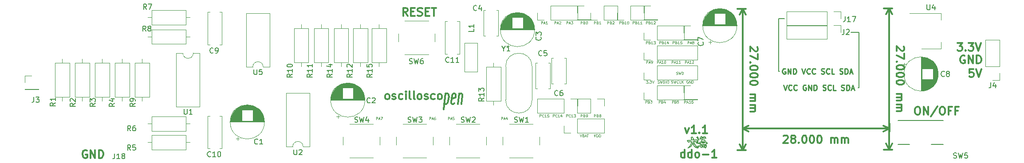
<source format=gbr>
G04 #@! TF.GenerationSoftware,KiCad,Pcbnew,(5.1.2-1)-1*
G04 #@! TF.CreationDate,2019-09-24T13:43:54+08:00*
G04 #@! TF.ProjectId,osilloscopen,6f73696c-6c6f-4736-936f-70656e2e6b69,rev?*
G04 #@! TF.SameCoordinates,Original*
G04 #@! TF.FileFunction,Legend,Top*
G04 #@! TF.FilePolarity,Positive*
%FSLAX46Y46*%
G04 Gerber Fmt 4.6, Leading zero omitted, Abs format (unit mm)*
G04 Created by KiCad (PCBNEW (5.1.2-1)-1) date 2019-09-24 13:43:54*
%MOMM*%
%LPD*%
G04 APERTURE LIST*
%ADD10C,0.125000*%
%ADD11C,0.300000*%
%ADD12C,0.200000*%
%ADD13C,0.250000*%
%ADD14C,0.120000*%
%ADD15C,0.150000*%
G04 APERTURE END LIST*
D10*
X211919428Y-93674380D02*
X211990857Y-93698190D01*
X212109904Y-93698190D01*
X212157523Y-93674380D01*
X212181333Y-93650571D01*
X212205142Y-93602952D01*
X212205142Y-93555333D01*
X212181333Y-93507714D01*
X212157523Y-93483904D01*
X212109904Y-93460095D01*
X212014666Y-93436285D01*
X211967047Y-93412476D01*
X211943238Y-93388666D01*
X211919428Y-93341047D01*
X211919428Y-93293428D01*
X211943238Y-93245809D01*
X211967047Y-93222000D01*
X212014666Y-93198190D01*
X212133714Y-93198190D01*
X212205142Y-93222000D01*
X212371809Y-93198190D02*
X212490857Y-93698190D01*
X212586095Y-93341047D01*
X212681333Y-93698190D01*
X212800380Y-93198190D01*
X212990857Y-93698190D02*
X212990857Y-93198190D01*
X213109904Y-93198190D01*
X213181333Y-93222000D01*
X213228952Y-93269619D01*
X213252761Y-93317238D01*
X213276571Y-93412476D01*
X213276571Y-93483904D01*
X213252761Y-93579142D01*
X213228952Y-93626761D01*
X213181333Y-93674380D01*
X213109904Y-93698190D01*
X212990857Y-93698190D01*
D11*
X99441142Y-108216000D02*
X99298285Y-108144571D01*
X99084000Y-108144571D01*
X98869714Y-108216000D01*
X98726857Y-108358857D01*
X98655428Y-108501714D01*
X98584000Y-108787428D01*
X98584000Y-109001714D01*
X98655428Y-109287428D01*
X98726857Y-109430285D01*
X98869714Y-109573142D01*
X99084000Y-109644571D01*
X99226857Y-109644571D01*
X99441142Y-109573142D01*
X99512571Y-109501714D01*
X99512571Y-109001714D01*
X99226857Y-109001714D01*
X100155428Y-109644571D02*
X100155428Y-108144571D01*
X101012571Y-109644571D01*
X101012571Y-108144571D01*
X101726857Y-109644571D02*
X101726857Y-108144571D01*
X102084000Y-108144571D01*
X102298285Y-108216000D01*
X102441142Y-108358857D01*
X102512571Y-108501714D01*
X102584000Y-108787428D01*
X102584000Y-109001714D01*
X102512571Y-109287428D01*
X102441142Y-109430285D01*
X102298285Y-109573142D01*
X102084000Y-109644571D01*
X101726857Y-109644571D01*
D10*
X154610666Y-102334190D02*
X154610666Y-101834190D01*
X154801142Y-101834190D01*
X154848761Y-101858000D01*
X154872571Y-101881809D01*
X154896380Y-101929428D01*
X154896380Y-102000857D01*
X154872571Y-102048476D01*
X154848761Y-102072285D01*
X154801142Y-102096095D01*
X154610666Y-102096095D01*
X155086857Y-102191333D02*
X155324952Y-102191333D01*
X155039238Y-102334190D02*
X155205904Y-101834190D01*
X155372571Y-102334190D01*
X155491619Y-101834190D02*
X155824952Y-101834190D01*
X155610666Y-102334190D01*
X164770666Y-102334190D02*
X164770666Y-101834190D01*
X164961142Y-101834190D01*
X165008761Y-101858000D01*
X165032571Y-101881809D01*
X165056380Y-101929428D01*
X165056380Y-102000857D01*
X165032571Y-102048476D01*
X165008761Y-102072285D01*
X164961142Y-102096095D01*
X164770666Y-102096095D01*
X165246857Y-102191333D02*
X165484952Y-102191333D01*
X165199238Y-102334190D02*
X165365904Y-101834190D01*
X165532571Y-102334190D01*
X165913523Y-101834190D02*
X165818285Y-101834190D01*
X165770666Y-101858000D01*
X165746857Y-101881809D01*
X165699238Y-101953238D01*
X165675428Y-102048476D01*
X165675428Y-102238952D01*
X165699238Y-102286571D01*
X165723047Y-102310380D01*
X165770666Y-102334190D01*
X165865904Y-102334190D01*
X165913523Y-102310380D01*
X165937333Y-102286571D01*
X165961142Y-102238952D01*
X165961142Y-102119904D01*
X165937333Y-102072285D01*
X165913523Y-102048476D01*
X165865904Y-102024666D01*
X165770666Y-102024666D01*
X165723047Y-102048476D01*
X165699238Y-102072285D01*
X165675428Y-102119904D01*
X168326666Y-102334190D02*
X168326666Y-101834190D01*
X168517142Y-101834190D01*
X168564761Y-101858000D01*
X168588571Y-101881809D01*
X168612380Y-101929428D01*
X168612380Y-102000857D01*
X168588571Y-102048476D01*
X168564761Y-102072285D01*
X168517142Y-102096095D01*
X168326666Y-102096095D01*
X168802857Y-102191333D02*
X169040952Y-102191333D01*
X168755238Y-102334190D02*
X168921904Y-101834190D01*
X169088571Y-102334190D01*
X169493333Y-101834190D02*
X169255238Y-101834190D01*
X169231428Y-102072285D01*
X169255238Y-102048476D01*
X169302857Y-102024666D01*
X169421904Y-102024666D01*
X169469523Y-102048476D01*
X169493333Y-102072285D01*
X169517142Y-102119904D01*
X169517142Y-102238952D01*
X169493333Y-102286571D01*
X169469523Y-102310380D01*
X169421904Y-102334190D01*
X169302857Y-102334190D01*
X169255238Y-102310380D01*
X169231428Y-102286571D01*
X178486666Y-102334190D02*
X178486666Y-101834190D01*
X178677142Y-101834190D01*
X178724761Y-101858000D01*
X178748571Y-101881809D01*
X178772380Y-101929428D01*
X178772380Y-102000857D01*
X178748571Y-102048476D01*
X178724761Y-102072285D01*
X178677142Y-102096095D01*
X178486666Y-102096095D01*
X178962857Y-102191333D02*
X179200952Y-102191333D01*
X178915238Y-102334190D02*
X179081904Y-101834190D01*
X179248571Y-102334190D01*
X179629523Y-102000857D02*
X179629523Y-102334190D01*
X179510476Y-101810380D02*
X179391428Y-102167523D01*
X179700952Y-102167523D01*
X203612857Y-84046190D02*
X203612857Y-83546190D01*
X203803333Y-83546190D01*
X203850952Y-83570000D01*
X203874761Y-83593809D01*
X203898571Y-83641428D01*
X203898571Y-83712857D01*
X203874761Y-83760476D01*
X203850952Y-83784285D01*
X203803333Y-83808095D01*
X203612857Y-83808095D01*
X204279523Y-83784285D02*
X204350952Y-83808095D01*
X204374761Y-83831904D01*
X204398571Y-83879523D01*
X204398571Y-83950952D01*
X204374761Y-83998571D01*
X204350952Y-84022380D01*
X204303333Y-84046190D01*
X204112857Y-84046190D01*
X204112857Y-83546190D01*
X204279523Y-83546190D01*
X204327142Y-83570000D01*
X204350952Y-83593809D01*
X204374761Y-83641428D01*
X204374761Y-83689047D01*
X204350952Y-83736666D01*
X204327142Y-83760476D01*
X204279523Y-83784285D01*
X204112857Y-83784285D01*
X204874761Y-84046190D02*
X204589047Y-84046190D01*
X204731904Y-84046190D02*
X204731904Y-83546190D01*
X204684285Y-83617619D01*
X204636666Y-83665238D01*
X204589047Y-83689047D01*
X205350952Y-84046190D02*
X205065238Y-84046190D01*
X205208095Y-84046190D02*
X205208095Y-83546190D01*
X205160476Y-83617619D01*
X205112857Y-83665238D01*
X205065238Y-83689047D01*
X201072857Y-84046190D02*
X201072857Y-83546190D01*
X201263333Y-83546190D01*
X201310952Y-83570000D01*
X201334761Y-83593809D01*
X201358571Y-83641428D01*
X201358571Y-83712857D01*
X201334761Y-83760476D01*
X201310952Y-83784285D01*
X201263333Y-83808095D01*
X201072857Y-83808095D01*
X201739523Y-83784285D02*
X201810952Y-83808095D01*
X201834761Y-83831904D01*
X201858571Y-83879523D01*
X201858571Y-83950952D01*
X201834761Y-83998571D01*
X201810952Y-84022380D01*
X201763333Y-84046190D01*
X201572857Y-84046190D01*
X201572857Y-83546190D01*
X201739523Y-83546190D01*
X201787142Y-83570000D01*
X201810952Y-83593809D01*
X201834761Y-83641428D01*
X201834761Y-83689047D01*
X201810952Y-83736666D01*
X201787142Y-83760476D01*
X201739523Y-83784285D01*
X201572857Y-83784285D01*
X202334761Y-84046190D02*
X202049047Y-84046190D01*
X202191904Y-84046190D02*
X202191904Y-83546190D01*
X202144285Y-83617619D01*
X202096666Y-83665238D01*
X202049047Y-83689047D01*
X202644285Y-83546190D02*
X202691904Y-83546190D01*
X202739523Y-83570000D01*
X202763333Y-83593809D01*
X202787142Y-83641428D01*
X202810952Y-83736666D01*
X202810952Y-83855714D01*
X202787142Y-83950952D01*
X202763333Y-83998571D01*
X202739523Y-84022380D01*
X202691904Y-84046190D01*
X202644285Y-84046190D01*
X202596666Y-84022380D01*
X202572857Y-83998571D01*
X202549047Y-83950952D01*
X202525238Y-83855714D01*
X202525238Y-83736666D01*
X202549047Y-83641428D01*
X202572857Y-83593809D01*
X202596666Y-83570000D01*
X202644285Y-83546190D01*
X198770952Y-84046190D02*
X198770952Y-83546190D01*
X198961428Y-83546190D01*
X199009047Y-83570000D01*
X199032857Y-83593809D01*
X199056666Y-83641428D01*
X199056666Y-83712857D01*
X199032857Y-83760476D01*
X199009047Y-83784285D01*
X198961428Y-83808095D01*
X198770952Y-83808095D01*
X199437619Y-83784285D02*
X199509047Y-83808095D01*
X199532857Y-83831904D01*
X199556666Y-83879523D01*
X199556666Y-83950952D01*
X199532857Y-83998571D01*
X199509047Y-84022380D01*
X199461428Y-84046190D01*
X199270952Y-84046190D01*
X199270952Y-83546190D01*
X199437619Y-83546190D01*
X199485238Y-83570000D01*
X199509047Y-83593809D01*
X199532857Y-83641428D01*
X199532857Y-83689047D01*
X199509047Y-83736666D01*
X199485238Y-83760476D01*
X199437619Y-83784285D01*
X199270952Y-83784285D01*
X199747142Y-83593809D02*
X199770952Y-83570000D01*
X199818571Y-83546190D01*
X199937619Y-83546190D01*
X199985238Y-83570000D01*
X200009047Y-83593809D01*
X200032857Y-83641428D01*
X200032857Y-83689047D01*
X200009047Y-83760476D01*
X199723333Y-84046190D01*
X200032857Y-84046190D01*
X196230952Y-84046190D02*
X196230952Y-83546190D01*
X196421428Y-83546190D01*
X196469047Y-83570000D01*
X196492857Y-83593809D01*
X196516666Y-83641428D01*
X196516666Y-83712857D01*
X196492857Y-83760476D01*
X196469047Y-83784285D01*
X196421428Y-83808095D01*
X196230952Y-83808095D01*
X196897619Y-83784285D02*
X196969047Y-83808095D01*
X196992857Y-83831904D01*
X197016666Y-83879523D01*
X197016666Y-83950952D01*
X196992857Y-83998571D01*
X196969047Y-84022380D01*
X196921428Y-84046190D01*
X196730952Y-84046190D01*
X196730952Y-83546190D01*
X196897619Y-83546190D01*
X196945238Y-83570000D01*
X196969047Y-83593809D01*
X196992857Y-83641428D01*
X196992857Y-83689047D01*
X196969047Y-83736666D01*
X196945238Y-83760476D01*
X196897619Y-83784285D01*
X196730952Y-83784285D01*
X197492857Y-84046190D02*
X197207142Y-84046190D01*
X197350000Y-84046190D02*
X197350000Y-83546190D01*
X197302380Y-83617619D01*
X197254761Y-83665238D01*
X197207142Y-83689047D01*
X193690952Y-84046190D02*
X193690952Y-83546190D01*
X193881428Y-83546190D01*
X193929047Y-83570000D01*
X193952857Y-83593809D01*
X193976666Y-83641428D01*
X193976666Y-83712857D01*
X193952857Y-83760476D01*
X193929047Y-83784285D01*
X193881428Y-83808095D01*
X193690952Y-83808095D01*
X194357619Y-83784285D02*
X194429047Y-83808095D01*
X194452857Y-83831904D01*
X194476666Y-83879523D01*
X194476666Y-83950952D01*
X194452857Y-83998571D01*
X194429047Y-84022380D01*
X194381428Y-84046190D01*
X194190952Y-84046190D01*
X194190952Y-83546190D01*
X194357619Y-83546190D01*
X194405238Y-83570000D01*
X194429047Y-83593809D01*
X194452857Y-83641428D01*
X194452857Y-83689047D01*
X194429047Y-83736666D01*
X194405238Y-83760476D01*
X194357619Y-83784285D01*
X194190952Y-83784285D01*
X194786190Y-83546190D02*
X194833809Y-83546190D01*
X194881428Y-83570000D01*
X194905238Y-83593809D01*
X194929047Y-83641428D01*
X194952857Y-83736666D01*
X194952857Y-83855714D01*
X194929047Y-83950952D01*
X194905238Y-83998571D01*
X194881428Y-84022380D01*
X194833809Y-84046190D01*
X194786190Y-84046190D01*
X194738571Y-84022380D01*
X194714761Y-83998571D01*
X194690952Y-83950952D01*
X194667142Y-83855714D01*
X194667142Y-83736666D01*
X194690952Y-83641428D01*
X194714761Y-83593809D01*
X194738571Y-83570000D01*
X194786190Y-83546190D01*
X211232857Y-87856190D02*
X211232857Y-87356190D01*
X211423333Y-87356190D01*
X211470952Y-87380000D01*
X211494761Y-87403809D01*
X211518571Y-87451428D01*
X211518571Y-87522857D01*
X211494761Y-87570476D01*
X211470952Y-87594285D01*
X211423333Y-87618095D01*
X211232857Y-87618095D01*
X211899523Y-87594285D02*
X211970952Y-87618095D01*
X211994761Y-87641904D01*
X212018571Y-87689523D01*
X212018571Y-87760952D01*
X211994761Y-87808571D01*
X211970952Y-87832380D01*
X211923333Y-87856190D01*
X211732857Y-87856190D01*
X211732857Y-87356190D01*
X211899523Y-87356190D01*
X211947142Y-87380000D01*
X211970952Y-87403809D01*
X211994761Y-87451428D01*
X211994761Y-87499047D01*
X211970952Y-87546666D01*
X211947142Y-87570476D01*
X211899523Y-87594285D01*
X211732857Y-87594285D01*
X212494761Y-87856190D02*
X212209047Y-87856190D01*
X212351904Y-87856190D02*
X212351904Y-87356190D01*
X212304285Y-87427619D01*
X212256666Y-87475238D01*
X212209047Y-87499047D01*
X212947142Y-87356190D02*
X212709047Y-87356190D01*
X212685238Y-87594285D01*
X212709047Y-87570476D01*
X212756666Y-87546666D01*
X212875714Y-87546666D01*
X212923333Y-87570476D01*
X212947142Y-87594285D01*
X212970952Y-87641904D01*
X212970952Y-87760952D01*
X212947142Y-87808571D01*
X212923333Y-87832380D01*
X212875714Y-87856190D01*
X212756666Y-87856190D01*
X212709047Y-87832380D01*
X212685238Y-87808571D01*
X208692857Y-87856190D02*
X208692857Y-87356190D01*
X208883333Y-87356190D01*
X208930952Y-87380000D01*
X208954761Y-87403809D01*
X208978571Y-87451428D01*
X208978571Y-87522857D01*
X208954761Y-87570476D01*
X208930952Y-87594285D01*
X208883333Y-87618095D01*
X208692857Y-87618095D01*
X209359523Y-87594285D02*
X209430952Y-87618095D01*
X209454761Y-87641904D01*
X209478571Y-87689523D01*
X209478571Y-87760952D01*
X209454761Y-87808571D01*
X209430952Y-87832380D01*
X209383333Y-87856190D01*
X209192857Y-87856190D01*
X209192857Y-87356190D01*
X209359523Y-87356190D01*
X209407142Y-87380000D01*
X209430952Y-87403809D01*
X209454761Y-87451428D01*
X209454761Y-87499047D01*
X209430952Y-87546666D01*
X209407142Y-87570476D01*
X209359523Y-87594285D01*
X209192857Y-87594285D01*
X209954761Y-87856190D02*
X209669047Y-87856190D01*
X209811904Y-87856190D02*
X209811904Y-87356190D01*
X209764285Y-87427619D01*
X209716666Y-87475238D01*
X209669047Y-87499047D01*
X210383333Y-87522857D02*
X210383333Y-87856190D01*
X210264285Y-87332380D02*
X210145238Y-87689523D01*
X210454761Y-87689523D01*
X206152857Y-87856190D02*
X206152857Y-87356190D01*
X206343333Y-87356190D01*
X206390952Y-87380000D01*
X206414761Y-87403809D01*
X206438571Y-87451428D01*
X206438571Y-87522857D01*
X206414761Y-87570476D01*
X206390952Y-87594285D01*
X206343333Y-87618095D01*
X206152857Y-87618095D01*
X206819523Y-87594285D02*
X206890952Y-87618095D01*
X206914761Y-87641904D01*
X206938571Y-87689523D01*
X206938571Y-87760952D01*
X206914761Y-87808571D01*
X206890952Y-87832380D01*
X206843333Y-87856190D01*
X206652857Y-87856190D01*
X206652857Y-87356190D01*
X206819523Y-87356190D01*
X206867142Y-87380000D01*
X206890952Y-87403809D01*
X206914761Y-87451428D01*
X206914761Y-87499047D01*
X206890952Y-87546666D01*
X206867142Y-87570476D01*
X206819523Y-87594285D01*
X206652857Y-87594285D01*
X207414761Y-87856190D02*
X207129047Y-87856190D01*
X207271904Y-87856190D02*
X207271904Y-87356190D01*
X207224285Y-87427619D01*
X207176666Y-87475238D01*
X207129047Y-87499047D01*
X207581428Y-87356190D02*
X207890952Y-87356190D01*
X207724285Y-87546666D01*
X207795714Y-87546666D01*
X207843333Y-87570476D01*
X207867142Y-87594285D01*
X207890952Y-87641904D01*
X207890952Y-87760952D01*
X207867142Y-87808571D01*
X207843333Y-87832380D01*
X207795714Y-87856190D01*
X207652857Y-87856190D01*
X207605238Y-87832380D01*
X207581428Y-87808571D01*
X190932666Y-84046190D02*
X190932666Y-83546190D01*
X191123142Y-83546190D01*
X191170761Y-83570000D01*
X191194571Y-83593809D01*
X191218380Y-83641428D01*
X191218380Y-83712857D01*
X191194571Y-83760476D01*
X191170761Y-83784285D01*
X191123142Y-83808095D01*
X190932666Y-83808095D01*
X191408857Y-83903333D02*
X191646952Y-83903333D01*
X191361238Y-84046190D02*
X191527904Y-83546190D01*
X191694571Y-84046190D01*
X191813619Y-83546190D02*
X192123142Y-83546190D01*
X191956476Y-83736666D01*
X192027904Y-83736666D01*
X192075523Y-83760476D01*
X192099333Y-83784285D01*
X192123142Y-83831904D01*
X192123142Y-83950952D01*
X192099333Y-83998571D01*
X192075523Y-84022380D01*
X192027904Y-84046190D01*
X191885047Y-84046190D01*
X191837428Y-84022380D01*
X191813619Y-83998571D01*
X188646666Y-84046190D02*
X188646666Y-83546190D01*
X188837142Y-83546190D01*
X188884761Y-83570000D01*
X188908571Y-83593809D01*
X188932380Y-83641428D01*
X188932380Y-83712857D01*
X188908571Y-83760476D01*
X188884761Y-83784285D01*
X188837142Y-83808095D01*
X188646666Y-83808095D01*
X189122857Y-83903333D02*
X189360952Y-83903333D01*
X189075238Y-84046190D02*
X189241904Y-83546190D01*
X189408571Y-84046190D01*
X189551428Y-83593809D02*
X189575238Y-83570000D01*
X189622857Y-83546190D01*
X189741904Y-83546190D01*
X189789523Y-83570000D01*
X189813333Y-83593809D01*
X189837142Y-83641428D01*
X189837142Y-83689047D01*
X189813333Y-83760476D01*
X189527619Y-84046190D01*
X189837142Y-84046190D01*
X186106666Y-84046190D02*
X186106666Y-83546190D01*
X186297142Y-83546190D01*
X186344761Y-83570000D01*
X186368571Y-83593809D01*
X186392380Y-83641428D01*
X186392380Y-83712857D01*
X186368571Y-83760476D01*
X186344761Y-83784285D01*
X186297142Y-83808095D01*
X186106666Y-83808095D01*
X186582857Y-83903333D02*
X186820952Y-83903333D01*
X186535238Y-84046190D02*
X186701904Y-83546190D01*
X186868571Y-84046190D01*
X187297142Y-84046190D02*
X187011428Y-84046190D01*
X187154285Y-84046190D02*
X187154285Y-83546190D01*
X187106666Y-83617619D01*
X187059047Y-83665238D01*
X187011428Y-83689047D01*
X185832857Y-101826190D02*
X185832857Y-101326190D01*
X186023333Y-101326190D01*
X186070952Y-101350000D01*
X186094761Y-101373809D01*
X186118571Y-101421428D01*
X186118571Y-101492857D01*
X186094761Y-101540476D01*
X186070952Y-101564285D01*
X186023333Y-101588095D01*
X185832857Y-101588095D01*
X186618571Y-101778571D02*
X186594761Y-101802380D01*
X186523333Y-101826190D01*
X186475714Y-101826190D01*
X186404285Y-101802380D01*
X186356666Y-101754761D01*
X186332857Y-101707142D01*
X186309047Y-101611904D01*
X186309047Y-101540476D01*
X186332857Y-101445238D01*
X186356666Y-101397619D01*
X186404285Y-101350000D01*
X186475714Y-101326190D01*
X186523333Y-101326190D01*
X186594761Y-101350000D01*
X186618571Y-101373809D01*
X187094761Y-101826190D02*
X186809047Y-101826190D01*
X186951904Y-101826190D02*
X186951904Y-101326190D01*
X186904285Y-101397619D01*
X186856666Y-101445238D01*
X186809047Y-101469047D01*
X187547142Y-101326190D02*
X187309047Y-101326190D01*
X187285238Y-101564285D01*
X187309047Y-101540476D01*
X187356666Y-101516666D01*
X187475714Y-101516666D01*
X187523333Y-101540476D01*
X187547142Y-101564285D01*
X187570952Y-101611904D01*
X187570952Y-101730952D01*
X187547142Y-101778571D01*
X187523333Y-101802380D01*
X187475714Y-101826190D01*
X187356666Y-101826190D01*
X187309047Y-101802380D01*
X187285238Y-101778571D01*
X188372857Y-101826190D02*
X188372857Y-101326190D01*
X188563333Y-101326190D01*
X188610952Y-101350000D01*
X188634761Y-101373809D01*
X188658571Y-101421428D01*
X188658571Y-101492857D01*
X188634761Y-101540476D01*
X188610952Y-101564285D01*
X188563333Y-101588095D01*
X188372857Y-101588095D01*
X189158571Y-101778571D02*
X189134761Y-101802380D01*
X189063333Y-101826190D01*
X189015714Y-101826190D01*
X188944285Y-101802380D01*
X188896666Y-101754761D01*
X188872857Y-101707142D01*
X188849047Y-101611904D01*
X188849047Y-101540476D01*
X188872857Y-101445238D01*
X188896666Y-101397619D01*
X188944285Y-101350000D01*
X189015714Y-101326190D01*
X189063333Y-101326190D01*
X189134761Y-101350000D01*
X189158571Y-101373809D01*
X189634761Y-101826190D02*
X189349047Y-101826190D01*
X189491904Y-101826190D02*
X189491904Y-101326190D01*
X189444285Y-101397619D01*
X189396666Y-101445238D01*
X189349047Y-101469047D01*
X190063333Y-101492857D02*
X190063333Y-101826190D01*
X189944285Y-101302380D02*
X189825238Y-101659523D01*
X190134761Y-101659523D01*
X190912857Y-101826190D02*
X190912857Y-101326190D01*
X191103333Y-101326190D01*
X191150952Y-101350000D01*
X191174761Y-101373809D01*
X191198571Y-101421428D01*
X191198571Y-101492857D01*
X191174761Y-101540476D01*
X191150952Y-101564285D01*
X191103333Y-101588095D01*
X190912857Y-101588095D01*
X191698571Y-101778571D02*
X191674761Y-101802380D01*
X191603333Y-101826190D01*
X191555714Y-101826190D01*
X191484285Y-101802380D01*
X191436666Y-101754761D01*
X191412857Y-101707142D01*
X191389047Y-101611904D01*
X191389047Y-101540476D01*
X191412857Y-101445238D01*
X191436666Y-101397619D01*
X191484285Y-101350000D01*
X191555714Y-101326190D01*
X191603333Y-101326190D01*
X191674761Y-101350000D01*
X191698571Y-101373809D01*
X192174761Y-101826190D02*
X191889047Y-101826190D01*
X192031904Y-101826190D02*
X192031904Y-101326190D01*
X191984285Y-101397619D01*
X191936666Y-101445238D01*
X191889047Y-101469047D01*
X192341428Y-101326190D02*
X192650952Y-101326190D01*
X192484285Y-101516666D01*
X192555714Y-101516666D01*
X192603333Y-101540476D01*
X192627142Y-101564285D01*
X192650952Y-101611904D01*
X192650952Y-101730952D01*
X192627142Y-101778571D01*
X192603333Y-101802380D01*
X192555714Y-101826190D01*
X192412857Y-101826190D01*
X192365238Y-101802380D01*
X192341428Y-101778571D01*
X206152857Y-84046190D02*
X206152857Y-83546190D01*
X206343333Y-83546190D01*
X206390952Y-83570000D01*
X206414761Y-83593809D01*
X206438571Y-83641428D01*
X206438571Y-83712857D01*
X206414761Y-83760476D01*
X206390952Y-83784285D01*
X206343333Y-83808095D01*
X206152857Y-83808095D01*
X206819523Y-83784285D02*
X206890952Y-83808095D01*
X206914761Y-83831904D01*
X206938571Y-83879523D01*
X206938571Y-83950952D01*
X206914761Y-83998571D01*
X206890952Y-84022380D01*
X206843333Y-84046190D01*
X206652857Y-84046190D01*
X206652857Y-83546190D01*
X206819523Y-83546190D01*
X206867142Y-83570000D01*
X206890952Y-83593809D01*
X206914761Y-83641428D01*
X206914761Y-83689047D01*
X206890952Y-83736666D01*
X206867142Y-83760476D01*
X206819523Y-83784285D01*
X206652857Y-83784285D01*
X207414761Y-84046190D02*
X207129047Y-84046190D01*
X207271904Y-84046190D02*
X207271904Y-83546190D01*
X207224285Y-83617619D01*
X207176666Y-83665238D01*
X207129047Y-83689047D01*
X207605238Y-83593809D02*
X207629047Y-83570000D01*
X207676666Y-83546190D01*
X207795714Y-83546190D01*
X207843333Y-83570000D01*
X207867142Y-83593809D01*
X207890952Y-83641428D01*
X207890952Y-83689047D01*
X207867142Y-83760476D01*
X207581428Y-84046190D01*
X207890952Y-84046190D01*
X214046666Y-87856190D02*
X214046666Y-87356190D01*
X214237142Y-87356190D01*
X214284761Y-87380000D01*
X214308571Y-87403809D01*
X214332380Y-87451428D01*
X214332380Y-87522857D01*
X214308571Y-87570476D01*
X214284761Y-87594285D01*
X214237142Y-87618095D01*
X214046666Y-87618095D01*
X214522857Y-87713333D02*
X214760952Y-87713333D01*
X214475238Y-87856190D02*
X214641904Y-87356190D01*
X214808571Y-87856190D01*
X215046666Y-87570476D02*
X214999047Y-87546666D01*
X214975238Y-87522857D01*
X214951428Y-87475238D01*
X214951428Y-87451428D01*
X214975238Y-87403809D01*
X214999047Y-87380000D01*
X215046666Y-87356190D01*
X215141904Y-87356190D01*
X215189523Y-87380000D01*
X215213333Y-87403809D01*
X215237142Y-87451428D01*
X215237142Y-87475238D01*
X215213333Y-87522857D01*
X215189523Y-87546666D01*
X215141904Y-87570476D01*
X215046666Y-87570476D01*
X214999047Y-87594285D01*
X214975238Y-87618095D01*
X214951428Y-87665714D01*
X214951428Y-87760952D01*
X214975238Y-87808571D01*
X214999047Y-87832380D01*
X215046666Y-87856190D01*
X215141904Y-87856190D01*
X215189523Y-87832380D01*
X215213333Y-87808571D01*
X215237142Y-87760952D01*
X215237142Y-87665714D01*
X215213333Y-87618095D01*
X215189523Y-87594285D01*
X215141904Y-87570476D01*
X206172666Y-91539190D02*
X206172666Y-91039190D01*
X206363142Y-91039190D01*
X206410761Y-91063000D01*
X206434571Y-91086809D01*
X206458380Y-91134428D01*
X206458380Y-91205857D01*
X206434571Y-91253476D01*
X206410761Y-91277285D01*
X206363142Y-91301095D01*
X206172666Y-91301095D01*
X206648857Y-91396333D02*
X206886952Y-91396333D01*
X206601238Y-91539190D02*
X206767904Y-91039190D01*
X206934571Y-91539190D01*
X207125047Y-91539190D02*
X207220285Y-91539190D01*
X207267904Y-91515380D01*
X207291714Y-91491571D01*
X207339333Y-91420142D01*
X207363142Y-91324904D01*
X207363142Y-91134428D01*
X207339333Y-91086809D01*
X207315523Y-91063000D01*
X207267904Y-91039190D01*
X207172666Y-91039190D01*
X207125047Y-91063000D01*
X207101238Y-91086809D01*
X207077428Y-91134428D01*
X207077428Y-91253476D01*
X207101238Y-91301095D01*
X207125047Y-91324904D01*
X207172666Y-91348714D01*
X207267904Y-91348714D01*
X207315523Y-91324904D01*
X207339333Y-91301095D01*
X207363142Y-91253476D01*
X208220571Y-91539190D02*
X208220571Y-91039190D01*
X208411047Y-91039190D01*
X208458666Y-91063000D01*
X208482476Y-91086809D01*
X208506285Y-91134428D01*
X208506285Y-91205857D01*
X208482476Y-91253476D01*
X208458666Y-91277285D01*
X208411047Y-91301095D01*
X208220571Y-91301095D01*
X208696761Y-91396333D02*
X208934857Y-91396333D01*
X208649142Y-91539190D02*
X208815809Y-91039190D01*
X208982476Y-91539190D01*
X209411047Y-91539190D02*
X209125333Y-91539190D01*
X209268190Y-91539190D02*
X209268190Y-91039190D01*
X209220571Y-91110619D01*
X209172952Y-91158238D01*
X209125333Y-91182047D01*
X209720571Y-91039190D02*
X209768190Y-91039190D01*
X209815809Y-91063000D01*
X209839619Y-91086809D01*
X209863428Y-91134428D01*
X209887238Y-91229666D01*
X209887238Y-91348714D01*
X209863428Y-91443952D01*
X209839619Y-91491571D01*
X209815809Y-91515380D01*
X209768190Y-91539190D01*
X209720571Y-91539190D01*
X209672952Y-91515380D01*
X209649142Y-91491571D01*
X209625333Y-91443952D01*
X209601523Y-91348714D01*
X209601523Y-91229666D01*
X209625333Y-91134428D01*
X209649142Y-91086809D01*
X209672952Y-91063000D01*
X209720571Y-91039190D01*
X211014571Y-91539190D02*
X211014571Y-91039190D01*
X211205047Y-91039190D01*
X211252666Y-91063000D01*
X211276476Y-91086809D01*
X211300285Y-91134428D01*
X211300285Y-91205857D01*
X211276476Y-91253476D01*
X211252666Y-91277285D01*
X211205047Y-91301095D01*
X211014571Y-91301095D01*
X211490761Y-91396333D02*
X211728857Y-91396333D01*
X211443142Y-91539190D02*
X211609809Y-91039190D01*
X211776476Y-91539190D01*
X212205047Y-91539190D02*
X211919333Y-91539190D01*
X212062190Y-91539190D02*
X212062190Y-91039190D01*
X212014571Y-91110619D01*
X211966952Y-91158238D01*
X211919333Y-91182047D01*
X212681238Y-91539190D02*
X212395523Y-91539190D01*
X212538380Y-91539190D02*
X212538380Y-91039190D01*
X212490761Y-91110619D01*
X212443142Y-91158238D01*
X212395523Y-91182047D01*
X213554571Y-91539190D02*
X213554571Y-91039190D01*
X213745047Y-91039190D01*
X213792666Y-91063000D01*
X213816476Y-91086809D01*
X213840285Y-91134428D01*
X213840285Y-91205857D01*
X213816476Y-91253476D01*
X213792666Y-91277285D01*
X213745047Y-91301095D01*
X213554571Y-91301095D01*
X214030761Y-91396333D02*
X214268857Y-91396333D01*
X213983142Y-91539190D02*
X214149809Y-91039190D01*
X214316476Y-91539190D01*
X214745047Y-91539190D02*
X214459333Y-91539190D01*
X214602190Y-91539190D02*
X214602190Y-91039190D01*
X214554571Y-91110619D01*
X214506952Y-91158238D01*
X214459333Y-91182047D01*
X214935523Y-91086809D02*
X214959333Y-91063000D01*
X215006952Y-91039190D01*
X215126000Y-91039190D01*
X215173619Y-91063000D01*
X215197428Y-91086809D01*
X215221238Y-91134428D01*
X215221238Y-91182047D01*
X215197428Y-91253476D01*
X214911714Y-91539190D01*
X215221238Y-91539190D01*
X196183333Y-105136190D02*
X196350000Y-105636190D01*
X196516666Y-105136190D01*
X196683333Y-105636190D02*
X196683333Y-105136190D01*
X196802380Y-105136190D01*
X196873809Y-105160000D01*
X196921428Y-105207619D01*
X196945238Y-105255238D01*
X196969047Y-105350476D01*
X196969047Y-105421904D01*
X196945238Y-105517142D01*
X196921428Y-105564761D01*
X196873809Y-105612380D01*
X196802380Y-105636190D01*
X196683333Y-105636190D01*
X197183333Y-105636190D02*
X197183333Y-105136190D01*
X197302380Y-105136190D01*
X197373809Y-105160000D01*
X197421428Y-105207619D01*
X197445238Y-105255238D01*
X197469047Y-105350476D01*
X197469047Y-105421904D01*
X197445238Y-105517142D01*
X197421428Y-105564761D01*
X197373809Y-105612380D01*
X197302380Y-105636190D01*
X197183333Y-105636190D01*
X193488571Y-105136190D02*
X193655238Y-105636190D01*
X193821904Y-105136190D01*
X194155238Y-105374285D02*
X194226666Y-105398095D01*
X194250476Y-105421904D01*
X194274285Y-105469523D01*
X194274285Y-105540952D01*
X194250476Y-105588571D01*
X194226666Y-105612380D01*
X194179047Y-105636190D01*
X193988571Y-105636190D01*
X193988571Y-105136190D01*
X194155238Y-105136190D01*
X194202857Y-105160000D01*
X194226666Y-105183809D01*
X194250476Y-105231428D01*
X194250476Y-105279047D01*
X194226666Y-105326666D01*
X194202857Y-105350476D01*
X194155238Y-105374285D01*
X193988571Y-105374285D01*
X194464761Y-105493333D02*
X194702857Y-105493333D01*
X194417142Y-105636190D02*
X194583809Y-105136190D01*
X194750476Y-105636190D01*
X194845714Y-105136190D02*
X195131428Y-105136190D01*
X194988571Y-105636190D02*
X194988571Y-105136190D01*
X193690952Y-101826190D02*
X193690952Y-101326190D01*
X193881428Y-101326190D01*
X193929047Y-101350000D01*
X193952857Y-101373809D01*
X193976666Y-101421428D01*
X193976666Y-101492857D01*
X193952857Y-101540476D01*
X193929047Y-101564285D01*
X193881428Y-101588095D01*
X193690952Y-101588095D01*
X194357619Y-101564285D02*
X194429047Y-101588095D01*
X194452857Y-101611904D01*
X194476666Y-101659523D01*
X194476666Y-101730952D01*
X194452857Y-101778571D01*
X194429047Y-101802380D01*
X194381428Y-101826190D01*
X194190952Y-101826190D01*
X194190952Y-101326190D01*
X194357619Y-101326190D01*
X194405238Y-101350000D01*
X194429047Y-101373809D01*
X194452857Y-101421428D01*
X194452857Y-101469047D01*
X194429047Y-101516666D01*
X194405238Y-101540476D01*
X194357619Y-101564285D01*
X194190952Y-101564285D01*
X194714761Y-101826190D02*
X194810000Y-101826190D01*
X194857619Y-101802380D01*
X194881428Y-101778571D01*
X194929047Y-101707142D01*
X194952857Y-101611904D01*
X194952857Y-101421428D01*
X194929047Y-101373809D01*
X194905238Y-101350000D01*
X194857619Y-101326190D01*
X194762380Y-101326190D01*
X194714761Y-101350000D01*
X194690952Y-101373809D01*
X194667142Y-101421428D01*
X194667142Y-101540476D01*
X194690952Y-101588095D01*
X194714761Y-101611904D01*
X194762380Y-101635714D01*
X194857619Y-101635714D01*
X194905238Y-101611904D01*
X194929047Y-101588095D01*
X194952857Y-101540476D01*
X196230952Y-101826190D02*
X196230952Y-101326190D01*
X196421428Y-101326190D01*
X196469047Y-101350000D01*
X196492857Y-101373809D01*
X196516666Y-101421428D01*
X196516666Y-101492857D01*
X196492857Y-101540476D01*
X196469047Y-101564285D01*
X196421428Y-101588095D01*
X196230952Y-101588095D01*
X196897619Y-101564285D02*
X196969047Y-101588095D01*
X196992857Y-101611904D01*
X197016666Y-101659523D01*
X197016666Y-101730952D01*
X196992857Y-101778571D01*
X196969047Y-101802380D01*
X196921428Y-101826190D01*
X196730952Y-101826190D01*
X196730952Y-101326190D01*
X196897619Y-101326190D01*
X196945238Y-101350000D01*
X196969047Y-101373809D01*
X196992857Y-101421428D01*
X196992857Y-101469047D01*
X196969047Y-101516666D01*
X196945238Y-101540476D01*
X196897619Y-101564285D01*
X196730952Y-101564285D01*
X197302380Y-101540476D02*
X197254761Y-101516666D01*
X197230952Y-101492857D01*
X197207142Y-101445238D01*
X197207142Y-101421428D01*
X197230952Y-101373809D01*
X197254761Y-101350000D01*
X197302380Y-101326190D01*
X197397619Y-101326190D01*
X197445238Y-101350000D01*
X197469047Y-101373809D01*
X197492857Y-101421428D01*
X197492857Y-101445238D01*
X197469047Y-101492857D01*
X197445238Y-101516666D01*
X197397619Y-101540476D01*
X197302380Y-101540476D01*
X197254761Y-101564285D01*
X197230952Y-101588095D01*
X197207142Y-101635714D01*
X197207142Y-101730952D01*
X197230952Y-101778571D01*
X197254761Y-101802380D01*
X197302380Y-101826190D01*
X197397619Y-101826190D01*
X197445238Y-101802380D01*
X197469047Y-101778571D01*
X197492857Y-101730952D01*
X197492857Y-101635714D01*
X197469047Y-101588095D01*
X197445238Y-101564285D01*
X197397619Y-101540476D01*
X211089952Y-99159190D02*
X211089952Y-98659190D01*
X211280428Y-98659190D01*
X211328047Y-98683000D01*
X211351857Y-98706809D01*
X211375666Y-98754428D01*
X211375666Y-98825857D01*
X211351857Y-98873476D01*
X211328047Y-98897285D01*
X211280428Y-98921095D01*
X211089952Y-98921095D01*
X211756619Y-98897285D02*
X211828047Y-98921095D01*
X211851857Y-98944904D01*
X211875666Y-98992523D01*
X211875666Y-99063952D01*
X211851857Y-99111571D01*
X211828047Y-99135380D01*
X211780428Y-99159190D01*
X211589952Y-99159190D01*
X211589952Y-98659190D01*
X211756619Y-98659190D01*
X211804238Y-98683000D01*
X211828047Y-98706809D01*
X211851857Y-98754428D01*
X211851857Y-98802047D01*
X211828047Y-98849666D01*
X211804238Y-98873476D01*
X211756619Y-98897285D01*
X211589952Y-98897285D01*
X212328047Y-98659190D02*
X212089952Y-98659190D01*
X212066142Y-98897285D01*
X212089952Y-98873476D01*
X212137571Y-98849666D01*
X212256619Y-98849666D01*
X212304238Y-98873476D01*
X212328047Y-98897285D01*
X212351857Y-98944904D01*
X212351857Y-99063952D01*
X212328047Y-99111571D01*
X212304238Y-99135380D01*
X212256619Y-99159190D01*
X212137571Y-99159190D01*
X212089952Y-99135380D01*
X212066142Y-99111571D01*
X208549952Y-99159190D02*
X208549952Y-98659190D01*
X208740428Y-98659190D01*
X208788047Y-98683000D01*
X208811857Y-98706809D01*
X208835666Y-98754428D01*
X208835666Y-98825857D01*
X208811857Y-98873476D01*
X208788047Y-98897285D01*
X208740428Y-98921095D01*
X208549952Y-98921095D01*
X209216619Y-98897285D02*
X209288047Y-98921095D01*
X209311857Y-98944904D01*
X209335666Y-98992523D01*
X209335666Y-99063952D01*
X209311857Y-99111571D01*
X209288047Y-99135380D01*
X209240428Y-99159190D01*
X209049952Y-99159190D01*
X209049952Y-98659190D01*
X209216619Y-98659190D01*
X209264238Y-98683000D01*
X209288047Y-98706809D01*
X209311857Y-98754428D01*
X209311857Y-98802047D01*
X209288047Y-98849666D01*
X209264238Y-98873476D01*
X209216619Y-98897285D01*
X209049952Y-98897285D01*
X209764238Y-98825857D02*
X209764238Y-99159190D01*
X209645190Y-98635380D02*
X209526142Y-98992523D01*
X209835666Y-98992523D01*
X206009952Y-99159190D02*
X206009952Y-98659190D01*
X206200428Y-98659190D01*
X206248047Y-98683000D01*
X206271857Y-98706809D01*
X206295666Y-98754428D01*
X206295666Y-98825857D01*
X206271857Y-98873476D01*
X206248047Y-98897285D01*
X206200428Y-98921095D01*
X206009952Y-98921095D01*
X206676619Y-98897285D02*
X206748047Y-98921095D01*
X206771857Y-98944904D01*
X206795666Y-98992523D01*
X206795666Y-99063952D01*
X206771857Y-99111571D01*
X206748047Y-99135380D01*
X206700428Y-99159190D01*
X206509952Y-99159190D01*
X206509952Y-98659190D01*
X206676619Y-98659190D01*
X206724238Y-98683000D01*
X206748047Y-98706809D01*
X206771857Y-98754428D01*
X206771857Y-98802047D01*
X206748047Y-98849666D01*
X206724238Y-98873476D01*
X206676619Y-98897285D01*
X206509952Y-98897285D01*
X206962333Y-98659190D02*
X207271857Y-98659190D01*
X207105190Y-98849666D01*
X207176619Y-98849666D01*
X207224238Y-98873476D01*
X207248047Y-98897285D01*
X207271857Y-98944904D01*
X207271857Y-99063952D01*
X207248047Y-99111571D01*
X207224238Y-99135380D01*
X207176619Y-99159190D01*
X207033761Y-99159190D01*
X206986142Y-99135380D01*
X206962333Y-99111571D01*
D11*
X160635428Y-82466571D02*
X160135428Y-81752285D01*
X159778285Y-82466571D02*
X159778285Y-80966571D01*
X160349714Y-80966571D01*
X160492571Y-81038000D01*
X160564000Y-81109428D01*
X160635428Y-81252285D01*
X160635428Y-81466571D01*
X160564000Y-81609428D01*
X160492571Y-81680857D01*
X160349714Y-81752285D01*
X159778285Y-81752285D01*
X161278285Y-81680857D02*
X161778285Y-81680857D01*
X161992571Y-82466571D02*
X161278285Y-82466571D01*
X161278285Y-80966571D01*
X161992571Y-80966571D01*
X162564000Y-82395142D02*
X162778285Y-82466571D01*
X163135428Y-82466571D01*
X163278285Y-82395142D01*
X163349714Y-82323714D01*
X163421142Y-82180857D01*
X163421142Y-82038000D01*
X163349714Y-81895142D01*
X163278285Y-81823714D01*
X163135428Y-81752285D01*
X162849714Y-81680857D01*
X162706857Y-81609428D01*
X162635428Y-81538000D01*
X162564000Y-81395142D01*
X162564000Y-81252285D01*
X162635428Y-81109428D01*
X162706857Y-81038000D01*
X162849714Y-80966571D01*
X163206857Y-80966571D01*
X163421142Y-81038000D01*
X164064000Y-81680857D02*
X164564000Y-81680857D01*
X164778285Y-82466571D02*
X164064000Y-82466571D01*
X164064000Y-80966571D01*
X164778285Y-80966571D01*
X165206857Y-80966571D02*
X166064000Y-80966571D01*
X165635428Y-82466571D02*
X165635428Y-80966571D01*
D10*
X213427571Y-99159190D02*
X213427571Y-98659190D01*
X213618047Y-98659190D01*
X213665666Y-98683000D01*
X213689476Y-98706809D01*
X213713285Y-98754428D01*
X213713285Y-98825857D01*
X213689476Y-98873476D01*
X213665666Y-98897285D01*
X213618047Y-98921095D01*
X213427571Y-98921095D01*
X213903761Y-99016333D02*
X214141857Y-99016333D01*
X213856142Y-99159190D02*
X214022809Y-98659190D01*
X214189476Y-99159190D01*
X214618047Y-99159190D02*
X214332333Y-99159190D01*
X214475190Y-99159190D02*
X214475190Y-98659190D01*
X214427571Y-98730619D01*
X214379952Y-98778238D01*
X214332333Y-98802047D01*
X215070428Y-98659190D02*
X214832333Y-98659190D01*
X214808523Y-98897285D01*
X214832333Y-98873476D01*
X214879952Y-98849666D01*
X214999000Y-98849666D01*
X215046619Y-98873476D01*
X215070428Y-98897285D01*
X215094238Y-98944904D01*
X215094238Y-99063952D01*
X215070428Y-99111571D01*
X215046619Y-99135380D01*
X214999000Y-99159190D01*
X214879952Y-99159190D01*
X214832333Y-99135380D01*
X214808523Y-99111571D01*
X206144904Y-94849190D02*
X206454428Y-94849190D01*
X206287761Y-95039666D01*
X206359190Y-95039666D01*
X206406809Y-95063476D01*
X206430619Y-95087285D01*
X206454428Y-95134904D01*
X206454428Y-95253952D01*
X206430619Y-95301571D01*
X206406809Y-95325380D01*
X206359190Y-95349190D01*
X206216333Y-95349190D01*
X206168714Y-95325380D01*
X206144904Y-95301571D01*
X206668714Y-95301571D02*
X206692523Y-95325380D01*
X206668714Y-95349190D01*
X206644904Y-95325380D01*
X206668714Y-95301571D01*
X206668714Y-95349190D01*
X206859190Y-94849190D02*
X207168714Y-94849190D01*
X207002047Y-95039666D01*
X207073476Y-95039666D01*
X207121095Y-95063476D01*
X207144904Y-95087285D01*
X207168714Y-95134904D01*
X207168714Y-95253952D01*
X207144904Y-95301571D01*
X207121095Y-95325380D01*
X207073476Y-95349190D01*
X206930619Y-95349190D01*
X206883000Y-95325380D01*
X206859190Y-95301571D01*
X207311571Y-94849190D02*
X207478238Y-95349190D01*
X207644904Y-94849190D01*
X208363476Y-95325380D02*
X208434904Y-95349190D01*
X208553952Y-95349190D01*
X208601571Y-95325380D01*
X208625380Y-95301571D01*
X208649190Y-95253952D01*
X208649190Y-95206333D01*
X208625380Y-95158714D01*
X208601571Y-95134904D01*
X208553952Y-95111095D01*
X208458714Y-95087285D01*
X208411095Y-95063476D01*
X208387285Y-95039666D01*
X208363476Y-94992047D01*
X208363476Y-94944428D01*
X208387285Y-94896809D01*
X208411095Y-94873000D01*
X208458714Y-94849190D01*
X208577761Y-94849190D01*
X208649190Y-94873000D01*
X208815857Y-94849190D02*
X208934904Y-95349190D01*
X209030142Y-94992047D01*
X209125380Y-95349190D01*
X209244428Y-94849190D01*
X209434904Y-95349190D02*
X209434904Y-94849190D01*
X209553952Y-94849190D01*
X209625380Y-94873000D01*
X209673000Y-94920619D01*
X209696809Y-94968238D01*
X209720619Y-95063476D01*
X209720619Y-95134904D01*
X209696809Y-95230142D01*
X209673000Y-95277761D01*
X209625380Y-95325380D01*
X209553952Y-95349190D01*
X209434904Y-95349190D01*
X209934904Y-95349190D02*
X209934904Y-94849190D01*
X210268238Y-94849190D02*
X210363476Y-94849190D01*
X210411095Y-94873000D01*
X210458714Y-94920619D01*
X210482523Y-95015857D01*
X210482523Y-95182523D01*
X210458714Y-95277761D01*
X210411095Y-95325380D01*
X210363476Y-95349190D01*
X210268238Y-95349190D01*
X210220619Y-95325380D01*
X210173000Y-95277761D01*
X210149190Y-95182523D01*
X210149190Y-95015857D01*
X210173000Y-94920619D01*
X210220619Y-94873000D01*
X210268238Y-94849190D01*
X210959047Y-95325380D02*
X211030476Y-95349190D01*
X211149523Y-95349190D01*
X211197142Y-95325380D01*
X211220952Y-95301571D01*
X211244761Y-95253952D01*
X211244761Y-95206333D01*
X211220952Y-95158714D01*
X211197142Y-95134904D01*
X211149523Y-95111095D01*
X211054285Y-95087285D01*
X211006666Y-95063476D01*
X210982857Y-95039666D01*
X210959047Y-94992047D01*
X210959047Y-94944428D01*
X210982857Y-94896809D01*
X211006666Y-94873000D01*
X211054285Y-94849190D01*
X211173333Y-94849190D01*
X211244761Y-94873000D01*
X211411428Y-94849190D02*
X211530476Y-95349190D01*
X211625714Y-94992047D01*
X211720952Y-95349190D01*
X211840000Y-94849190D01*
X212316190Y-95301571D02*
X212292380Y-95325380D01*
X212220952Y-95349190D01*
X212173333Y-95349190D01*
X212101904Y-95325380D01*
X212054285Y-95277761D01*
X212030476Y-95230142D01*
X212006666Y-95134904D01*
X212006666Y-95063476D01*
X212030476Y-94968238D01*
X212054285Y-94920619D01*
X212101904Y-94873000D01*
X212173333Y-94849190D01*
X212220952Y-94849190D01*
X212292380Y-94873000D01*
X212316190Y-94896809D01*
X212768571Y-95349190D02*
X212530476Y-95349190D01*
X212530476Y-94849190D01*
X212935238Y-95349190D02*
X212935238Y-94849190D01*
X213220952Y-95349190D02*
X213006666Y-95063476D01*
X213220952Y-94849190D02*
X212935238Y-95134904D01*
X214122047Y-94873000D02*
X214074428Y-94849190D01*
X214003000Y-94849190D01*
X213931571Y-94873000D01*
X213883952Y-94920619D01*
X213860142Y-94968238D01*
X213836333Y-95063476D01*
X213836333Y-95134904D01*
X213860142Y-95230142D01*
X213883952Y-95277761D01*
X213931571Y-95325380D01*
X214003000Y-95349190D01*
X214050619Y-95349190D01*
X214122047Y-95325380D01*
X214145857Y-95301571D01*
X214145857Y-95134904D01*
X214050619Y-95134904D01*
X214360142Y-95349190D02*
X214360142Y-94849190D01*
X214645857Y-95349190D01*
X214645857Y-94849190D01*
X214883952Y-95349190D02*
X214883952Y-94849190D01*
X215003000Y-94849190D01*
X215074428Y-94873000D01*
X215122047Y-94920619D01*
X215145857Y-94968238D01*
X215169666Y-95063476D01*
X215169666Y-95134904D01*
X215145857Y-95230142D01*
X215122047Y-95277761D01*
X215074428Y-95325380D01*
X215003000Y-95349190D01*
X214883952Y-95349190D01*
D11*
X268598685Y-92675971D02*
X267884400Y-92675971D01*
X267812971Y-93390257D01*
X267884400Y-93318828D01*
X268027257Y-93247400D01*
X268384400Y-93247400D01*
X268527257Y-93318828D01*
X268598685Y-93390257D01*
X268670114Y-93533114D01*
X268670114Y-93890257D01*
X268598685Y-94033114D01*
X268527257Y-94104542D01*
X268384400Y-94175971D01*
X268027257Y-94175971D01*
X267884400Y-94104542D01*
X267812971Y-94033114D01*
X269098685Y-92675971D02*
X269598685Y-94175971D01*
X270098685Y-92675971D01*
X266954142Y-90156600D02*
X266811285Y-90085171D01*
X266597000Y-90085171D01*
X266382714Y-90156600D01*
X266239857Y-90299457D01*
X266168428Y-90442314D01*
X266097000Y-90728028D01*
X266097000Y-90942314D01*
X266168428Y-91228028D01*
X266239857Y-91370885D01*
X266382714Y-91513742D01*
X266597000Y-91585171D01*
X266739857Y-91585171D01*
X266954142Y-91513742D01*
X267025571Y-91442314D01*
X267025571Y-90942314D01*
X266739857Y-90942314D01*
X267668428Y-91585171D02*
X267668428Y-90085171D01*
X268525571Y-91585171D01*
X268525571Y-90085171D01*
X269239857Y-91585171D02*
X269239857Y-90085171D01*
X269597000Y-90085171D01*
X269811285Y-90156600D01*
X269954142Y-90299457D01*
X270025571Y-90442314D01*
X270097000Y-90728028D01*
X270097000Y-90942314D01*
X270025571Y-91228028D01*
X269954142Y-91370885D01*
X269811285Y-91513742D01*
X269597000Y-91585171D01*
X269239857Y-91585171D01*
X265552514Y-87672171D02*
X266481085Y-87672171D01*
X265981085Y-88243600D01*
X266195371Y-88243600D01*
X266338228Y-88315028D01*
X266409657Y-88386457D01*
X266481085Y-88529314D01*
X266481085Y-88886457D01*
X266409657Y-89029314D01*
X266338228Y-89100742D01*
X266195371Y-89172171D01*
X265766800Y-89172171D01*
X265623942Y-89100742D01*
X265552514Y-89029314D01*
X267123942Y-89029314D02*
X267195371Y-89100742D01*
X267123942Y-89172171D01*
X267052514Y-89100742D01*
X267123942Y-89029314D01*
X267123942Y-89172171D01*
X267695371Y-87672171D02*
X268623942Y-87672171D01*
X268123942Y-88243600D01*
X268338228Y-88243600D01*
X268481085Y-88315028D01*
X268552514Y-88386457D01*
X268623942Y-88529314D01*
X268623942Y-88886457D01*
X268552514Y-89029314D01*
X268481085Y-89100742D01*
X268338228Y-89172171D01*
X267909657Y-89172171D01*
X267766800Y-89100742D01*
X267695371Y-89029314D01*
X269052514Y-87672171D02*
X269552514Y-89172171D01*
X270052514Y-87672171D01*
X257834285Y-99889571D02*
X258120000Y-99889571D01*
X258262857Y-99961000D01*
X258405714Y-100103857D01*
X258477142Y-100389571D01*
X258477142Y-100889571D01*
X258405714Y-101175285D01*
X258262857Y-101318142D01*
X258120000Y-101389571D01*
X257834285Y-101389571D01*
X257691428Y-101318142D01*
X257548571Y-101175285D01*
X257477142Y-100889571D01*
X257477142Y-100389571D01*
X257548571Y-100103857D01*
X257691428Y-99961000D01*
X257834285Y-99889571D01*
X259120000Y-101389571D02*
X259120000Y-99889571D01*
X259977142Y-101389571D01*
X259977142Y-99889571D01*
X261762857Y-99818142D02*
X260477142Y-101746714D01*
X262548571Y-99889571D02*
X262834285Y-99889571D01*
X262977142Y-99961000D01*
X263120000Y-100103857D01*
X263191428Y-100389571D01*
X263191428Y-100889571D01*
X263120000Y-101175285D01*
X262977142Y-101318142D01*
X262834285Y-101389571D01*
X262548571Y-101389571D01*
X262405714Y-101318142D01*
X262262857Y-101175285D01*
X262191428Y-100889571D01*
X262191428Y-100389571D01*
X262262857Y-100103857D01*
X262405714Y-99961000D01*
X262548571Y-99889571D01*
X264334285Y-100603857D02*
X263834285Y-100603857D01*
X263834285Y-101389571D02*
X263834285Y-99889571D01*
X264548571Y-99889571D01*
X265620000Y-100603857D02*
X265120000Y-100603857D01*
X265120000Y-101389571D02*
X265120000Y-99889571D01*
X265834285Y-99889571D01*
D12*
X231444800Y-93065600D02*
X231622600Y-93065600D01*
X246811800Y-85623400D02*
X245287800Y-85623400D01*
X246811800Y-96215200D02*
X246811800Y-85623400D01*
X246583200Y-96215200D02*
X246811800Y-96215200D01*
X231419400Y-82981800D02*
X232587800Y-82981800D01*
X231419400Y-93065600D02*
X231419400Y-82981800D01*
D13*
X232717152Y-92616400D02*
X232621914Y-92568780D01*
X232479057Y-92568780D01*
X232336200Y-92616400D01*
X232240961Y-92711638D01*
X232193342Y-92806876D01*
X232145723Y-92997352D01*
X232145723Y-93140209D01*
X232193342Y-93330685D01*
X232240961Y-93425923D01*
X232336200Y-93521161D01*
X232479057Y-93568780D01*
X232574295Y-93568780D01*
X232717152Y-93521161D01*
X232764771Y-93473542D01*
X232764771Y-93140209D01*
X232574295Y-93140209D01*
X233193342Y-93568780D02*
X233193342Y-92568780D01*
X233764771Y-93568780D01*
X233764771Y-92568780D01*
X234240961Y-93568780D02*
X234240961Y-92568780D01*
X234479057Y-92568780D01*
X234621914Y-92616400D01*
X234717152Y-92711638D01*
X234764771Y-92806876D01*
X234812390Y-92997352D01*
X234812390Y-93140209D01*
X234764771Y-93330685D01*
X234717152Y-93425923D01*
X234621914Y-93521161D01*
X234479057Y-93568780D01*
X234240961Y-93568780D01*
X235860009Y-92568780D02*
X236193342Y-93568780D01*
X236526676Y-92568780D01*
X237431438Y-93473542D02*
X237383819Y-93521161D01*
X237240961Y-93568780D01*
X237145723Y-93568780D01*
X237002866Y-93521161D01*
X236907628Y-93425923D01*
X236860009Y-93330685D01*
X236812390Y-93140209D01*
X236812390Y-92997352D01*
X236860009Y-92806876D01*
X236907628Y-92711638D01*
X237002866Y-92616400D01*
X237145723Y-92568780D01*
X237240961Y-92568780D01*
X237383819Y-92616400D01*
X237431438Y-92664019D01*
X238431438Y-93473542D02*
X238383819Y-93521161D01*
X238240961Y-93568780D01*
X238145723Y-93568780D01*
X238002866Y-93521161D01*
X237907628Y-93425923D01*
X237860009Y-93330685D01*
X237812390Y-93140209D01*
X237812390Y-92997352D01*
X237860009Y-92806876D01*
X237907628Y-92711638D01*
X238002866Y-92616400D01*
X238145723Y-92568780D01*
X238240961Y-92568780D01*
X238383819Y-92616400D01*
X238431438Y-92664019D01*
X239574295Y-93521161D02*
X239717152Y-93568780D01*
X239955247Y-93568780D01*
X240050485Y-93521161D01*
X240098104Y-93473542D01*
X240145723Y-93378304D01*
X240145723Y-93283066D01*
X240098104Y-93187828D01*
X240050485Y-93140209D01*
X239955247Y-93092590D01*
X239764771Y-93044971D01*
X239669533Y-92997352D01*
X239621914Y-92949733D01*
X239574295Y-92854495D01*
X239574295Y-92759257D01*
X239621914Y-92664019D01*
X239669533Y-92616400D01*
X239764771Y-92568780D01*
X240002866Y-92568780D01*
X240145723Y-92616400D01*
X241145723Y-93473542D02*
X241098104Y-93521161D01*
X240955247Y-93568780D01*
X240860009Y-93568780D01*
X240717152Y-93521161D01*
X240621914Y-93425923D01*
X240574295Y-93330685D01*
X240526676Y-93140209D01*
X240526676Y-92997352D01*
X240574295Y-92806876D01*
X240621914Y-92711638D01*
X240717152Y-92616400D01*
X240860009Y-92568780D01*
X240955247Y-92568780D01*
X241098104Y-92616400D01*
X241145723Y-92664019D01*
X242050485Y-93568780D02*
X241574295Y-93568780D01*
X241574295Y-92568780D01*
X243098104Y-93521161D02*
X243240961Y-93568780D01*
X243479057Y-93568780D01*
X243574295Y-93521161D01*
X243621914Y-93473542D01*
X243669533Y-93378304D01*
X243669533Y-93283066D01*
X243621914Y-93187828D01*
X243574295Y-93140209D01*
X243479057Y-93092590D01*
X243288580Y-93044971D01*
X243193342Y-92997352D01*
X243145723Y-92949733D01*
X243098104Y-92854495D01*
X243098104Y-92759257D01*
X243145723Y-92664019D01*
X243193342Y-92616400D01*
X243288580Y-92568780D01*
X243526676Y-92568780D01*
X243669533Y-92616400D01*
X244098104Y-93568780D02*
X244098104Y-92568780D01*
X244336200Y-92568780D01*
X244479057Y-92616400D01*
X244574295Y-92711638D01*
X244621914Y-92806876D01*
X244669533Y-92997352D01*
X244669533Y-93140209D01*
X244621914Y-93330685D01*
X244574295Y-93425923D01*
X244479057Y-93521161D01*
X244336200Y-93568780D01*
X244098104Y-93568780D01*
X245050485Y-93283066D02*
X245526676Y-93283066D01*
X244955247Y-93568780D02*
X245288580Y-92568780D01*
X245621914Y-93568780D01*
X232355285Y-95692980D02*
X232688619Y-96692980D01*
X233021952Y-95692980D01*
X233926714Y-96597742D02*
X233879095Y-96645361D01*
X233736238Y-96692980D01*
X233641000Y-96692980D01*
X233498142Y-96645361D01*
X233402904Y-96550123D01*
X233355285Y-96454885D01*
X233307666Y-96264409D01*
X233307666Y-96121552D01*
X233355285Y-95931076D01*
X233402904Y-95835838D01*
X233498142Y-95740600D01*
X233641000Y-95692980D01*
X233736238Y-95692980D01*
X233879095Y-95740600D01*
X233926714Y-95788219D01*
X234926714Y-96597742D02*
X234879095Y-96645361D01*
X234736238Y-96692980D01*
X234641000Y-96692980D01*
X234498142Y-96645361D01*
X234402904Y-96550123D01*
X234355285Y-96454885D01*
X234307666Y-96264409D01*
X234307666Y-96121552D01*
X234355285Y-95931076D01*
X234402904Y-95835838D01*
X234498142Y-95740600D01*
X234641000Y-95692980D01*
X234736238Y-95692980D01*
X234879095Y-95740600D01*
X234926714Y-95788219D01*
X236641000Y-95740600D02*
X236545761Y-95692980D01*
X236402904Y-95692980D01*
X236260047Y-95740600D01*
X236164809Y-95835838D01*
X236117190Y-95931076D01*
X236069571Y-96121552D01*
X236069571Y-96264409D01*
X236117190Y-96454885D01*
X236164809Y-96550123D01*
X236260047Y-96645361D01*
X236402904Y-96692980D01*
X236498142Y-96692980D01*
X236641000Y-96645361D01*
X236688619Y-96597742D01*
X236688619Y-96264409D01*
X236498142Y-96264409D01*
X237117190Y-96692980D02*
X237117190Y-95692980D01*
X237688619Y-96692980D01*
X237688619Y-95692980D01*
X238164809Y-96692980D02*
X238164809Y-95692980D01*
X238402904Y-95692980D01*
X238545761Y-95740600D01*
X238641000Y-95835838D01*
X238688619Y-95931076D01*
X238736238Y-96121552D01*
X238736238Y-96264409D01*
X238688619Y-96454885D01*
X238641000Y-96550123D01*
X238545761Y-96645361D01*
X238402904Y-96692980D01*
X238164809Y-96692980D01*
X239879095Y-96645361D02*
X240021952Y-96692980D01*
X240260047Y-96692980D01*
X240355285Y-96645361D01*
X240402904Y-96597742D01*
X240450523Y-96502504D01*
X240450523Y-96407266D01*
X240402904Y-96312028D01*
X240355285Y-96264409D01*
X240260047Y-96216790D01*
X240069571Y-96169171D01*
X239974333Y-96121552D01*
X239926714Y-96073933D01*
X239879095Y-95978695D01*
X239879095Y-95883457D01*
X239926714Y-95788219D01*
X239974333Y-95740600D01*
X240069571Y-95692980D01*
X240307666Y-95692980D01*
X240450523Y-95740600D01*
X241450523Y-96597742D02*
X241402904Y-96645361D01*
X241260047Y-96692980D01*
X241164809Y-96692980D01*
X241021952Y-96645361D01*
X240926714Y-96550123D01*
X240879095Y-96454885D01*
X240831476Y-96264409D01*
X240831476Y-96121552D01*
X240879095Y-95931076D01*
X240926714Y-95835838D01*
X241021952Y-95740600D01*
X241164809Y-95692980D01*
X241260047Y-95692980D01*
X241402904Y-95740600D01*
X241450523Y-95788219D01*
X242355285Y-96692980D02*
X241879095Y-96692980D01*
X241879095Y-95692980D01*
X243402904Y-96645361D02*
X243545761Y-96692980D01*
X243783857Y-96692980D01*
X243879095Y-96645361D01*
X243926714Y-96597742D01*
X243974333Y-96502504D01*
X243974333Y-96407266D01*
X243926714Y-96312028D01*
X243879095Y-96264409D01*
X243783857Y-96216790D01*
X243593380Y-96169171D01*
X243498142Y-96121552D01*
X243450523Y-96073933D01*
X243402904Y-95978695D01*
X243402904Y-95883457D01*
X243450523Y-95788219D01*
X243498142Y-95740600D01*
X243593380Y-95692980D01*
X243831476Y-95692980D01*
X243974333Y-95740600D01*
X244402904Y-96692980D02*
X244402904Y-95692980D01*
X244641000Y-95692980D01*
X244783857Y-95740600D01*
X244879095Y-95835838D01*
X244926714Y-95931076D01*
X244974333Y-96121552D01*
X244974333Y-96264409D01*
X244926714Y-96454885D01*
X244879095Y-96550123D01*
X244783857Y-96645361D01*
X244641000Y-96692980D01*
X244402904Y-96692980D01*
X245355285Y-96407266D02*
X245831476Y-96407266D01*
X245260047Y-96692980D02*
X245593380Y-95692980D01*
X245926714Y-96692980D01*
D11*
X213604742Y-103920171D02*
X213961885Y-104920171D01*
X214319028Y-103920171D01*
X215676171Y-104920171D02*
X214819028Y-104920171D01*
X215247600Y-104920171D02*
X215247600Y-103420171D01*
X215104742Y-103634457D01*
X214961885Y-103777314D01*
X214819028Y-103848742D01*
X216319028Y-104777314D02*
X216390457Y-104848742D01*
X216319028Y-104920171D01*
X216247600Y-104848742D01*
X216319028Y-104777314D01*
X216319028Y-104920171D01*
X217819028Y-104920171D02*
X216961885Y-104920171D01*
X217390457Y-104920171D02*
X217390457Y-103420171D01*
X217247600Y-103634457D01*
X217104742Y-103777314D01*
X216961885Y-103848742D01*
X213500828Y-109568371D02*
X213500828Y-108068371D01*
X213500828Y-109496942D02*
X213357971Y-109568371D01*
X213072257Y-109568371D01*
X212929400Y-109496942D01*
X212857971Y-109425514D01*
X212786542Y-109282657D01*
X212786542Y-108854085D01*
X212857971Y-108711228D01*
X212929400Y-108639800D01*
X213072257Y-108568371D01*
X213357971Y-108568371D01*
X213500828Y-108639800D01*
X214857971Y-109568371D02*
X214857971Y-108068371D01*
X214857971Y-109496942D02*
X214715114Y-109568371D01*
X214429400Y-109568371D01*
X214286542Y-109496942D01*
X214215114Y-109425514D01*
X214143685Y-109282657D01*
X214143685Y-108854085D01*
X214215114Y-108711228D01*
X214286542Y-108639800D01*
X214429400Y-108568371D01*
X214715114Y-108568371D01*
X214857971Y-108639800D01*
X215786542Y-109568371D02*
X215643685Y-109496942D01*
X215572257Y-109425514D01*
X215500828Y-109282657D01*
X215500828Y-108854085D01*
X215572257Y-108711228D01*
X215643685Y-108639800D01*
X215786542Y-108568371D01*
X216000828Y-108568371D01*
X216143685Y-108639800D01*
X216215114Y-108711228D01*
X216286542Y-108854085D01*
X216286542Y-109282657D01*
X216215114Y-109425514D01*
X216143685Y-109496942D01*
X216000828Y-109568371D01*
X215786542Y-109568371D01*
X216929400Y-108996942D02*
X218072257Y-108996942D01*
X219572257Y-109568371D02*
X218715114Y-109568371D01*
X219143685Y-109568371D02*
X219143685Y-108068371D01*
X219000828Y-108282657D01*
X218857971Y-108425514D01*
X218715114Y-108496942D01*
X167864375Y-97350342D02*
X167489375Y-100350342D01*
X167846517Y-97493200D02*
X168007232Y-97350342D01*
X168292946Y-97350342D01*
X168417946Y-97493200D01*
X168471517Y-97636057D01*
X168507232Y-97921771D01*
X168400089Y-98778914D01*
X168292946Y-99064628D01*
X168203660Y-99207485D01*
X168042946Y-99350342D01*
X167757232Y-99350342D01*
X167632232Y-99207485D01*
X169560803Y-99207485D02*
X169400089Y-99350342D01*
X169114375Y-99350342D01*
X168989375Y-99207485D01*
X168953660Y-98921771D01*
X169096517Y-97778914D01*
X169203660Y-97493200D01*
X169364375Y-97350342D01*
X169650089Y-97350342D01*
X169775089Y-97493200D01*
X169810803Y-97778914D01*
X169775089Y-98064628D01*
X169025089Y-98350342D01*
X170507232Y-97350342D02*
X170257232Y-99350342D01*
X170471517Y-97636057D02*
X170560803Y-97493200D01*
X170721517Y-97350342D01*
X170935803Y-97350342D01*
X171060803Y-97493200D01*
X171096517Y-97778914D01*
X170900089Y-99350342D01*
X156665457Y-98443171D02*
X156522600Y-98371742D01*
X156451171Y-98300314D01*
X156379742Y-98157457D01*
X156379742Y-97728885D01*
X156451171Y-97586028D01*
X156522600Y-97514600D01*
X156665457Y-97443171D01*
X156879742Y-97443171D01*
X157022600Y-97514600D01*
X157094028Y-97586028D01*
X157165457Y-97728885D01*
X157165457Y-98157457D01*
X157094028Y-98300314D01*
X157022600Y-98371742D01*
X156879742Y-98443171D01*
X156665457Y-98443171D01*
X157736885Y-98371742D02*
X157879742Y-98443171D01*
X158165457Y-98443171D01*
X158308314Y-98371742D01*
X158379742Y-98228885D01*
X158379742Y-98157457D01*
X158308314Y-98014600D01*
X158165457Y-97943171D01*
X157951171Y-97943171D01*
X157808314Y-97871742D01*
X157736885Y-97728885D01*
X157736885Y-97657457D01*
X157808314Y-97514600D01*
X157951171Y-97443171D01*
X158165457Y-97443171D01*
X158308314Y-97514600D01*
X159665457Y-98371742D02*
X159522600Y-98443171D01*
X159236885Y-98443171D01*
X159094028Y-98371742D01*
X159022600Y-98300314D01*
X158951171Y-98157457D01*
X158951171Y-97728885D01*
X159022600Y-97586028D01*
X159094028Y-97514600D01*
X159236885Y-97443171D01*
X159522600Y-97443171D01*
X159665457Y-97514600D01*
X160308314Y-98443171D02*
X160308314Y-97443171D01*
X160308314Y-96943171D02*
X160236885Y-97014600D01*
X160308314Y-97086028D01*
X160379742Y-97014600D01*
X160308314Y-96943171D01*
X160308314Y-97086028D01*
X161236885Y-98443171D02*
X161094028Y-98371742D01*
X161022600Y-98228885D01*
X161022600Y-96943171D01*
X162022600Y-98443171D02*
X161879742Y-98371742D01*
X161808314Y-98228885D01*
X161808314Y-96943171D01*
X162808314Y-98443171D02*
X162665457Y-98371742D01*
X162594028Y-98300314D01*
X162522600Y-98157457D01*
X162522600Y-97728885D01*
X162594028Y-97586028D01*
X162665457Y-97514600D01*
X162808314Y-97443171D01*
X163022600Y-97443171D01*
X163165457Y-97514600D01*
X163236885Y-97586028D01*
X163308314Y-97728885D01*
X163308314Y-98157457D01*
X163236885Y-98300314D01*
X163165457Y-98371742D01*
X163022600Y-98443171D01*
X162808314Y-98443171D01*
X163879742Y-98371742D02*
X164022600Y-98443171D01*
X164308314Y-98443171D01*
X164451171Y-98371742D01*
X164522600Y-98228885D01*
X164522600Y-98157457D01*
X164451171Y-98014600D01*
X164308314Y-97943171D01*
X164094028Y-97943171D01*
X163951171Y-97871742D01*
X163879742Y-97728885D01*
X163879742Y-97657457D01*
X163951171Y-97514600D01*
X164094028Y-97443171D01*
X164308314Y-97443171D01*
X164451171Y-97514600D01*
X165808314Y-98371742D02*
X165665457Y-98443171D01*
X165379742Y-98443171D01*
X165236885Y-98371742D01*
X165165457Y-98300314D01*
X165094028Y-98157457D01*
X165094028Y-97728885D01*
X165165457Y-97586028D01*
X165236885Y-97514600D01*
X165379742Y-97443171D01*
X165665457Y-97443171D01*
X165808314Y-97514600D01*
X166665457Y-98443171D02*
X166522600Y-98371742D01*
X166451171Y-98300314D01*
X166379742Y-98157457D01*
X166379742Y-97728885D01*
X166451171Y-97586028D01*
X166522600Y-97514600D01*
X166665457Y-97443171D01*
X166879742Y-97443171D01*
X167022600Y-97514600D01*
X167094028Y-97586028D01*
X167165457Y-97728885D01*
X167165457Y-98157457D01*
X167094028Y-98300314D01*
X167022600Y-98371742D01*
X166879742Y-98443171D01*
X166665457Y-98443171D01*
X227350126Y-88446587D02*
X227421555Y-88518015D01*
X227492983Y-88660873D01*
X227492983Y-89018015D01*
X227421555Y-89160873D01*
X227350126Y-89232301D01*
X227207269Y-89303730D01*
X227064412Y-89303730D01*
X226850126Y-89232301D01*
X225992983Y-88375158D01*
X225992983Y-89303730D01*
X227492983Y-89803730D02*
X227492983Y-90803730D01*
X225992983Y-90160873D01*
X226135840Y-91375158D02*
X226064412Y-91446587D01*
X225992983Y-91375158D01*
X226064412Y-91303730D01*
X226135840Y-91375158D01*
X225992983Y-91375158D01*
X227492983Y-92375158D02*
X227492983Y-92518015D01*
X227421555Y-92660873D01*
X227350126Y-92732301D01*
X227207269Y-92803730D01*
X226921555Y-92875158D01*
X226564412Y-92875158D01*
X226278697Y-92803730D01*
X226135840Y-92732301D01*
X226064412Y-92660873D01*
X225992983Y-92518015D01*
X225992983Y-92375158D01*
X226064412Y-92232301D01*
X226135840Y-92160873D01*
X226278697Y-92089444D01*
X226564412Y-92018015D01*
X226921555Y-92018015D01*
X227207269Y-92089444D01*
X227350126Y-92160873D01*
X227421555Y-92232301D01*
X227492983Y-92375158D01*
X227492983Y-93803730D02*
X227492983Y-93946587D01*
X227421555Y-94089444D01*
X227350126Y-94160873D01*
X227207269Y-94232301D01*
X226921555Y-94303730D01*
X226564412Y-94303730D01*
X226278697Y-94232301D01*
X226135840Y-94160873D01*
X226064412Y-94089444D01*
X225992983Y-93946587D01*
X225992983Y-93803730D01*
X226064412Y-93660873D01*
X226135840Y-93589444D01*
X226278697Y-93518015D01*
X226564412Y-93446587D01*
X226921555Y-93446587D01*
X227207269Y-93518015D01*
X227350126Y-93589444D01*
X227421555Y-93660873D01*
X227492983Y-93803730D01*
X227492983Y-95232301D02*
X227492983Y-95375158D01*
X227421555Y-95518015D01*
X227350126Y-95589444D01*
X227207269Y-95660873D01*
X226921555Y-95732301D01*
X226564412Y-95732301D01*
X226278697Y-95660873D01*
X226135840Y-95589444D01*
X226064412Y-95518015D01*
X225992983Y-95375158D01*
X225992983Y-95232301D01*
X226064412Y-95089444D01*
X226135840Y-95018015D01*
X226278697Y-94946587D01*
X226564412Y-94875158D01*
X226921555Y-94875158D01*
X227207269Y-94946587D01*
X227350126Y-95018015D01*
X227421555Y-95089444D01*
X227492983Y-95232301D01*
X225992983Y-97518015D02*
X226992983Y-97518015D01*
X226850126Y-97518015D02*
X226921555Y-97589444D01*
X226992983Y-97732301D01*
X226992983Y-97946587D01*
X226921555Y-98089444D01*
X226778697Y-98160873D01*
X225992983Y-98160873D01*
X226778697Y-98160873D02*
X226921555Y-98232301D01*
X226992983Y-98375158D01*
X226992983Y-98589444D01*
X226921555Y-98732301D01*
X226778697Y-98803730D01*
X225992983Y-98803730D01*
X225992983Y-99518015D02*
X226992983Y-99518015D01*
X226850126Y-99518015D02*
X226921555Y-99589444D01*
X226992983Y-99732301D01*
X226992983Y-99946587D01*
X226921555Y-100089444D01*
X226778697Y-100160873D01*
X225992983Y-100160873D01*
X226778697Y-100160873D02*
X226921555Y-100232301D01*
X226992983Y-100375158D01*
X226992983Y-100589444D01*
X226921555Y-100732301D01*
X226778697Y-100803730D01*
X225992983Y-100803730D01*
X224571555Y-81160873D02*
X224571555Y-108160873D01*
X223571555Y-81160873D02*
X225157976Y-81160873D01*
X223571555Y-108160873D02*
X225157976Y-108160873D01*
X224571555Y-108160873D02*
X223985134Y-107034369D01*
X224571555Y-108160873D02*
X225157976Y-107034369D01*
X224571555Y-81160873D02*
X223985134Y-82287377D01*
X224571555Y-81160873D02*
X225157976Y-82287377D01*
X255290126Y-88341533D02*
X255361555Y-88412961D01*
X255432983Y-88555819D01*
X255432983Y-88912961D01*
X255361555Y-89055819D01*
X255290126Y-89127247D01*
X255147269Y-89198676D01*
X255004412Y-89198676D01*
X254790126Y-89127247D01*
X253932983Y-88270104D01*
X253932983Y-89198676D01*
X255432983Y-89698676D02*
X255432983Y-90698676D01*
X253932983Y-90055819D01*
X254075840Y-91270104D02*
X254004412Y-91341533D01*
X253932983Y-91270104D01*
X254004412Y-91198676D01*
X254075840Y-91270104D01*
X253932983Y-91270104D01*
X255432983Y-92270104D02*
X255432983Y-92412961D01*
X255361555Y-92555819D01*
X255290126Y-92627247D01*
X255147269Y-92698676D01*
X254861555Y-92770104D01*
X254504412Y-92770104D01*
X254218697Y-92698676D01*
X254075840Y-92627247D01*
X254004412Y-92555819D01*
X253932983Y-92412961D01*
X253932983Y-92270104D01*
X254004412Y-92127247D01*
X254075840Y-92055819D01*
X254218697Y-91984390D01*
X254504412Y-91912961D01*
X254861555Y-91912961D01*
X255147269Y-91984390D01*
X255290126Y-92055819D01*
X255361555Y-92127247D01*
X255432983Y-92270104D01*
X255432983Y-93698676D02*
X255432983Y-93841533D01*
X255361555Y-93984390D01*
X255290126Y-94055819D01*
X255147269Y-94127247D01*
X254861555Y-94198676D01*
X254504412Y-94198676D01*
X254218697Y-94127247D01*
X254075840Y-94055819D01*
X254004412Y-93984390D01*
X253932983Y-93841533D01*
X253932983Y-93698676D01*
X254004412Y-93555819D01*
X254075840Y-93484390D01*
X254218697Y-93412961D01*
X254504412Y-93341533D01*
X254861555Y-93341533D01*
X255147269Y-93412961D01*
X255290126Y-93484390D01*
X255361555Y-93555819D01*
X255432983Y-93698676D01*
X255432983Y-95127247D02*
X255432983Y-95270104D01*
X255361555Y-95412961D01*
X255290126Y-95484390D01*
X255147269Y-95555819D01*
X254861555Y-95627247D01*
X254504412Y-95627247D01*
X254218697Y-95555819D01*
X254075840Y-95484390D01*
X254004412Y-95412961D01*
X253932983Y-95270104D01*
X253932983Y-95127247D01*
X254004412Y-94984390D01*
X254075840Y-94912961D01*
X254218697Y-94841533D01*
X254504412Y-94770104D01*
X254861555Y-94770104D01*
X255147269Y-94841533D01*
X255290126Y-94912961D01*
X255361555Y-94984390D01*
X255432983Y-95127247D01*
X253932983Y-97412961D02*
X254932983Y-97412961D01*
X254790126Y-97412961D02*
X254861555Y-97484390D01*
X254932983Y-97627247D01*
X254932983Y-97841533D01*
X254861555Y-97984390D01*
X254718697Y-98055819D01*
X253932983Y-98055819D01*
X254718697Y-98055819D02*
X254861555Y-98127247D01*
X254932983Y-98270104D01*
X254932983Y-98484390D01*
X254861555Y-98627247D01*
X254718697Y-98698676D01*
X253932983Y-98698676D01*
X253932983Y-99412961D02*
X254932983Y-99412961D01*
X254790126Y-99412961D02*
X254861555Y-99484390D01*
X254932983Y-99627247D01*
X254932983Y-99841533D01*
X254861555Y-99984390D01*
X254718697Y-100055819D01*
X253932983Y-100055819D01*
X254718697Y-100055819D02*
X254861555Y-100127247D01*
X254932983Y-100270104D01*
X254932983Y-100484390D01*
X254861555Y-100627247D01*
X254718697Y-100698676D01*
X253932983Y-100698676D01*
X252511555Y-81055819D02*
X252511555Y-108055819D01*
X251511555Y-81055819D02*
X253097976Y-81055819D01*
X251511555Y-108055819D02*
X253097976Y-108055819D01*
X252511555Y-108055819D02*
X251925134Y-106929315D01*
X252511555Y-108055819D02*
X253097976Y-106929315D01*
X252511555Y-81055819D02*
X251925134Y-82182323D01*
X252511555Y-81055819D02*
X253097976Y-82182323D01*
X232362118Y-105472326D02*
X232433546Y-105400898D01*
X232576404Y-105329469D01*
X232933546Y-105329469D01*
X233076404Y-105400898D01*
X233147832Y-105472326D01*
X233219261Y-105615183D01*
X233219261Y-105758040D01*
X233147832Y-105972326D01*
X232290689Y-106829469D01*
X233219261Y-106829469D01*
X234076404Y-105972326D02*
X233933546Y-105900898D01*
X233862118Y-105829469D01*
X233790689Y-105686612D01*
X233790689Y-105615183D01*
X233862118Y-105472326D01*
X233933546Y-105400898D01*
X234076404Y-105329469D01*
X234362118Y-105329469D01*
X234504975Y-105400898D01*
X234576404Y-105472326D01*
X234647832Y-105615183D01*
X234647832Y-105686612D01*
X234576404Y-105829469D01*
X234504975Y-105900898D01*
X234362118Y-105972326D01*
X234076404Y-105972326D01*
X233933546Y-106043755D01*
X233862118Y-106115183D01*
X233790689Y-106258040D01*
X233790689Y-106543755D01*
X233862118Y-106686612D01*
X233933546Y-106758040D01*
X234076404Y-106829469D01*
X234362118Y-106829469D01*
X234504975Y-106758040D01*
X234576404Y-106686612D01*
X234647832Y-106543755D01*
X234647832Y-106258040D01*
X234576404Y-106115183D01*
X234504975Y-106043755D01*
X234362118Y-105972326D01*
X235290689Y-106686612D02*
X235362118Y-106758040D01*
X235290689Y-106829469D01*
X235219261Y-106758040D01*
X235290689Y-106686612D01*
X235290689Y-106829469D01*
X236290689Y-105329469D02*
X236433546Y-105329469D01*
X236576404Y-105400898D01*
X236647832Y-105472326D01*
X236719261Y-105615183D01*
X236790689Y-105900898D01*
X236790689Y-106258040D01*
X236719261Y-106543755D01*
X236647832Y-106686612D01*
X236576404Y-106758040D01*
X236433546Y-106829469D01*
X236290689Y-106829469D01*
X236147832Y-106758040D01*
X236076404Y-106686612D01*
X236004975Y-106543755D01*
X235933546Y-106258040D01*
X235933546Y-105900898D01*
X236004975Y-105615183D01*
X236076404Y-105472326D01*
X236147832Y-105400898D01*
X236290689Y-105329469D01*
X237719261Y-105329469D02*
X237862118Y-105329469D01*
X238004975Y-105400898D01*
X238076404Y-105472326D01*
X238147832Y-105615183D01*
X238219261Y-105900898D01*
X238219261Y-106258040D01*
X238147832Y-106543755D01*
X238076404Y-106686612D01*
X238004975Y-106758040D01*
X237862118Y-106829469D01*
X237719261Y-106829469D01*
X237576404Y-106758040D01*
X237504975Y-106686612D01*
X237433546Y-106543755D01*
X237362118Y-106258040D01*
X237362118Y-105900898D01*
X237433546Y-105615183D01*
X237504975Y-105472326D01*
X237576404Y-105400898D01*
X237719261Y-105329469D01*
X239147832Y-105329469D02*
X239290689Y-105329469D01*
X239433546Y-105400898D01*
X239504975Y-105472326D01*
X239576404Y-105615183D01*
X239647832Y-105900898D01*
X239647832Y-106258040D01*
X239576404Y-106543755D01*
X239504975Y-106686612D01*
X239433546Y-106758040D01*
X239290689Y-106829469D01*
X239147832Y-106829469D01*
X239004975Y-106758040D01*
X238933546Y-106686612D01*
X238862118Y-106543755D01*
X238790689Y-106258040D01*
X238790689Y-105900898D01*
X238862118Y-105615183D01*
X238933546Y-105472326D01*
X239004975Y-105400898D01*
X239147832Y-105329469D01*
X241433546Y-106829469D02*
X241433546Y-105829469D01*
X241433546Y-105972326D02*
X241504975Y-105900898D01*
X241647832Y-105829469D01*
X241862118Y-105829469D01*
X242004975Y-105900898D01*
X242076404Y-106043755D01*
X242076404Y-106829469D01*
X242076404Y-106043755D02*
X242147832Y-105900898D01*
X242290689Y-105829469D01*
X242504975Y-105829469D01*
X242647832Y-105900898D01*
X242719261Y-106043755D01*
X242719261Y-106829469D01*
X243433546Y-106829469D02*
X243433546Y-105829469D01*
X243433546Y-105972326D02*
X243504975Y-105900898D01*
X243647832Y-105829469D01*
X243862118Y-105829469D01*
X244004975Y-105900898D01*
X244076404Y-106043755D01*
X244076404Y-106829469D01*
X244076404Y-106043755D02*
X244147832Y-105900898D01*
X244290689Y-105829469D01*
X244504975Y-105829469D01*
X244647832Y-105900898D01*
X244719261Y-106043755D01*
X244719261Y-106829469D01*
X224576404Y-104050898D02*
X252576404Y-104050898D01*
X224576404Y-103050898D02*
X224576404Y-104637319D01*
X252576404Y-103050898D02*
X252576404Y-104637319D01*
X252576404Y-104050898D02*
X251449900Y-104637319D01*
X252576404Y-104050898D02*
X251449900Y-103464477D01*
X224576404Y-104050898D02*
X225702908Y-104637319D01*
X224576404Y-104050898D02*
X225702908Y-103464477D01*
D14*
X127894000Y-105948241D02*
X128524000Y-105948241D01*
X128209000Y-106263241D02*
X128209000Y-105633241D01*
X129646000Y-99522000D02*
X130450000Y-99522000D01*
X129415000Y-99562000D02*
X130681000Y-99562000D01*
X129246000Y-99602000D02*
X130850000Y-99602000D01*
X129108000Y-99642000D02*
X130988000Y-99642000D01*
X128989000Y-99682000D02*
X131107000Y-99682000D01*
X128883000Y-99722000D02*
X131213000Y-99722000D01*
X128786000Y-99762000D02*
X131310000Y-99762000D01*
X128698000Y-99802000D02*
X131398000Y-99802000D01*
X128616000Y-99842000D02*
X131480000Y-99842000D01*
X128539000Y-99882000D02*
X131557000Y-99882000D01*
X128467000Y-99922000D02*
X131629000Y-99922000D01*
X128398000Y-99962000D02*
X131698000Y-99962000D01*
X128334000Y-100002000D02*
X131762000Y-100002000D01*
X128272000Y-100042000D02*
X131824000Y-100042000D01*
X128214000Y-100082000D02*
X131882000Y-100082000D01*
X128158000Y-100122000D02*
X131938000Y-100122000D01*
X128104000Y-100162000D02*
X131992000Y-100162000D01*
X128053000Y-100202000D02*
X132043000Y-100202000D01*
X128004000Y-100242000D02*
X132092000Y-100242000D01*
X127956000Y-100282000D02*
X132140000Y-100282000D01*
X127911000Y-100322000D02*
X132185000Y-100322000D01*
X127866000Y-100362000D02*
X132230000Y-100362000D01*
X127824000Y-100402000D02*
X132272000Y-100402000D01*
X127783000Y-100442000D02*
X132313000Y-100442000D01*
X131088000Y-100482000D02*
X132353000Y-100482000D01*
X127743000Y-100482000D02*
X129008000Y-100482000D01*
X131088000Y-100522000D02*
X132391000Y-100522000D01*
X127705000Y-100522000D02*
X129008000Y-100522000D01*
X131088000Y-100562000D02*
X132428000Y-100562000D01*
X127668000Y-100562000D02*
X129008000Y-100562000D01*
X131088000Y-100602000D02*
X132464000Y-100602000D01*
X127632000Y-100602000D02*
X129008000Y-100602000D01*
X131088000Y-100642000D02*
X132498000Y-100642000D01*
X127598000Y-100642000D02*
X129008000Y-100642000D01*
X131088000Y-100682000D02*
X132532000Y-100682000D01*
X127564000Y-100682000D02*
X129008000Y-100682000D01*
X131088000Y-100722000D02*
X132564000Y-100722000D01*
X127532000Y-100722000D02*
X129008000Y-100722000D01*
X131088000Y-100762000D02*
X132596000Y-100762000D01*
X127500000Y-100762000D02*
X129008000Y-100762000D01*
X131088000Y-100802000D02*
X132626000Y-100802000D01*
X127470000Y-100802000D02*
X129008000Y-100802000D01*
X131088000Y-100842000D02*
X132655000Y-100842000D01*
X127441000Y-100842000D02*
X129008000Y-100842000D01*
X131088000Y-100882000D02*
X132684000Y-100882000D01*
X127412000Y-100882000D02*
X129008000Y-100882000D01*
X131088000Y-100922000D02*
X132712000Y-100922000D01*
X127384000Y-100922000D02*
X129008000Y-100922000D01*
X131088000Y-100962000D02*
X132738000Y-100962000D01*
X127358000Y-100962000D02*
X129008000Y-100962000D01*
X131088000Y-101002000D02*
X132764000Y-101002000D01*
X127332000Y-101002000D02*
X129008000Y-101002000D01*
X131088000Y-101042000D02*
X132790000Y-101042000D01*
X127306000Y-101042000D02*
X129008000Y-101042000D01*
X131088000Y-101082000D02*
X132814000Y-101082000D01*
X127282000Y-101082000D02*
X129008000Y-101082000D01*
X131088000Y-101122000D02*
X132838000Y-101122000D01*
X127258000Y-101122000D02*
X129008000Y-101122000D01*
X131088000Y-101162000D02*
X132860000Y-101162000D01*
X127236000Y-101162000D02*
X129008000Y-101162000D01*
X131088000Y-101202000D02*
X132882000Y-101202000D01*
X127214000Y-101202000D02*
X129008000Y-101202000D01*
X131088000Y-101242000D02*
X132904000Y-101242000D01*
X127192000Y-101242000D02*
X129008000Y-101242000D01*
X131088000Y-101282000D02*
X132924000Y-101282000D01*
X127172000Y-101282000D02*
X129008000Y-101282000D01*
X131088000Y-101322000D02*
X132944000Y-101322000D01*
X127152000Y-101322000D02*
X129008000Y-101322000D01*
X131088000Y-101362000D02*
X132964000Y-101362000D01*
X127132000Y-101362000D02*
X129008000Y-101362000D01*
X131088000Y-101402000D02*
X132982000Y-101402000D01*
X127114000Y-101402000D02*
X129008000Y-101402000D01*
X131088000Y-101442000D02*
X133000000Y-101442000D01*
X127096000Y-101442000D02*
X129008000Y-101442000D01*
X131088000Y-101482000D02*
X133018000Y-101482000D01*
X127078000Y-101482000D02*
X129008000Y-101482000D01*
X131088000Y-101522000D02*
X133034000Y-101522000D01*
X127062000Y-101522000D02*
X129008000Y-101522000D01*
X131088000Y-101562000D02*
X133050000Y-101562000D01*
X127046000Y-101562000D02*
X129008000Y-101562000D01*
X131088000Y-101602000D02*
X133066000Y-101602000D01*
X127030000Y-101602000D02*
X129008000Y-101602000D01*
X131088000Y-101642000D02*
X133081000Y-101642000D01*
X127015000Y-101642000D02*
X129008000Y-101642000D01*
X131088000Y-101682000D02*
X133095000Y-101682000D01*
X127001000Y-101682000D02*
X129008000Y-101682000D01*
X131088000Y-101722000D02*
X133109000Y-101722000D01*
X126987000Y-101722000D02*
X129008000Y-101722000D01*
X131088000Y-101762000D02*
X133122000Y-101762000D01*
X126974000Y-101762000D02*
X129008000Y-101762000D01*
X131088000Y-101802000D02*
X133134000Y-101802000D01*
X126962000Y-101802000D02*
X129008000Y-101802000D01*
X131088000Y-101842000D02*
X133146000Y-101842000D01*
X126950000Y-101842000D02*
X129008000Y-101842000D01*
X131088000Y-101882000D02*
X133158000Y-101882000D01*
X126938000Y-101882000D02*
X129008000Y-101882000D01*
X131088000Y-101922000D02*
X133169000Y-101922000D01*
X126927000Y-101922000D02*
X129008000Y-101922000D01*
X131088000Y-101962000D02*
X133179000Y-101962000D01*
X126917000Y-101962000D02*
X129008000Y-101962000D01*
X131088000Y-102002000D02*
X133189000Y-102002000D01*
X126907000Y-102002000D02*
X129008000Y-102002000D01*
X131088000Y-102042000D02*
X133198000Y-102042000D01*
X126898000Y-102042000D02*
X129008000Y-102042000D01*
X131088000Y-102083000D02*
X133207000Y-102083000D01*
X126889000Y-102083000D02*
X129008000Y-102083000D01*
X131088000Y-102123000D02*
X133215000Y-102123000D01*
X126881000Y-102123000D02*
X129008000Y-102123000D01*
X131088000Y-102163000D02*
X133223000Y-102163000D01*
X126873000Y-102163000D02*
X129008000Y-102163000D01*
X131088000Y-102203000D02*
X133230000Y-102203000D01*
X126866000Y-102203000D02*
X129008000Y-102203000D01*
X131088000Y-102243000D02*
X133237000Y-102243000D01*
X126859000Y-102243000D02*
X129008000Y-102243000D01*
X131088000Y-102283000D02*
X133243000Y-102283000D01*
X126853000Y-102283000D02*
X129008000Y-102283000D01*
X131088000Y-102323000D02*
X133249000Y-102323000D01*
X126847000Y-102323000D02*
X129008000Y-102323000D01*
X131088000Y-102363000D02*
X133254000Y-102363000D01*
X126842000Y-102363000D02*
X129008000Y-102363000D01*
X131088000Y-102403000D02*
X133259000Y-102403000D01*
X126837000Y-102403000D02*
X129008000Y-102403000D01*
X131088000Y-102443000D02*
X133263000Y-102443000D01*
X126833000Y-102443000D02*
X129008000Y-102443000D01*
X131088000Y-102483000D02*
X133266000Y-102483000D01*
X126830000Y-102483000D02*
X129008000Y-102483000D01*
X131088000Y-102523000D02*
X133270000Y-102523000D01*
X126826000Y-102523000D02*
X129008000Y-102523000D01*
X126824000Y-102563000D02*
X133272000Y-102563000D01*
X126821000Y-102603000D02*
X133275000Y-102603000D01*
X126820000Y-102643000D02*
X133276000Y-102643000D01*
X126818000Y-102683000D02*
X133278000Y-102683000D01*
X126818000Y-102723000D02*
X133278000Y-102723000D01*
X126818000Y-102763000D02*
X133278000Y-102763000D01*
X133318000Y-102763000D02*
G75*
G03X133318000Y-102763000I-3270000J0D01*
G01*
X193100000Y-83245000D02*
X193100000Y-80585000D01*
X187960000Y-83245000D02*
X193100000Y-83245000D01*
X187960000Y-80585000D02*
X193100000Y-80585000D01*
X187960000Y-83245000D02*
X187960000Y-80585000D01*
X186690000Y-83245000D02*
X185360000Y-83245000D01*
X185360000Y-83245000D02*
X185360000Y-81915000D01*
X151638000Y-92178000D02*
X151638000Y-91408000D01*
X151638000Y-84098000D02*
X151638000Y-84868000D01*
X153008000Y-91408000D02*
X153008000Y-84868000D01*
X150268000Y-91408000D02*
X153008000Y-91408000D01*
X150268000Y-84868000D02*
X150268000Y-91408000D01*
X153008000Y-84868000D02*
X150268000Y-84868000D01*
X205680000Y-94675000D02*
X205680000Y-93345000D01*
X207010000Y-94675000D02*
X205680000Y-94675000D01*
X208280000Y-94675000D02*
X208280000Y-92015000D01*
X208280000Y-92015000D02*
X215960000Y-92015000D01*
X208280000Y-94675000D02*
X215960000Y-94675000D01*
X215960000Y-94675000D02*
X215960000Y-92015000D01*
X232985000Y-84293400D02*
X232985000Y-86953400D01*
X240665000Y-84293400D02*
X232985000Y-84293400D01*
X240665000Y-86953400D02*
X232985000Y-86953400D01*
X240665000Y-84293400D02*
X240665000Y-86953400D01*
X241935000Y-84293400D02*
X243265000Y-84293400D01*
X243265000Y-84293400D02*
X243265000Y-85623400D01*
X87570000Y-96580000D02*
X90230000Y-96580000D01*
X87570000Y-96520000D02*
X87570000Y-96580000D01*
X90230000Y-96520000D02*
X90230000Y-96580000D01*
X87570000Y-96520000D02*
X90230000Y-96520000D01*
X87570000Y-95250000D02*
X87570000Y-93920000D01*
X87570000Y-93920000D02*
X88900000Y-93920000D01*
X273600000Y-87050000D02*
X270940000Y-87050000D01*
X273600000Y-92190000D02*
X273600000Y-87050000D01*
X270940000Y-92190000D02*
X270940000Y-87050000D01*
X273600000Y-92190000D02*
X270940000Y-92190000D01*
X273600000Y-93460000D02*
X273600000Y-94790000D01*
X273600000Y-94790000D02*
X272270000Y-94790000D01*
X152495000Y-98572000D02*
G75*
G03X152495000Y-98572000I-3270000J0D01*
G01*
X145995000Y-98572000D02*
X152455000Y-98572000D01*
X145995000Y-98532000D02*
X152455000Y-98532000D01*
X145995000Y-98492000D02*
X152455000Y-98492000D01*
X145997000Y-98452000D02*
X152453000Y-98452000D01*
X145998000Y-98412000D02*
X152452000Y-98412000D01*
X146001000Y-98372000D02*
X152449000Y-98372000D01*
X146003000Y-98332000D02*
X148185000Y-98332000D01*
X150265000Y-98332000D02*
X152447000Y-98332000D01*
X146007000Y-98292000D02*
X148185000Y-98292000D01*
X150265000Y-98292000D02*
X152443000Y-98292000D01*
X146010000Y-98252000D02*
X148185000Y-98252000D01*
X150265000Y-98252000D02*
X152440000Y-98252000D01*
X146014000Y-98212000D02*
X148185000Y-98212000D01*
X150265000Y-98212000D02*
X152436000Y-98212000D01*
X146019000Y-98172000D02*
X148185000Y-98172000D01*
X150265000Y-98172000D02*
X152431000Y-98172000D01*
X146024000Y-98132000D02*
X148185000Y-98132000D01*
X150265000Y-98132000D02*
X152426000Y-98132000D01*
X146030000Y-98092000D02*
X148185000Y-98092000D01*
X150265000Y-98092000D02*
X152420000Y-98092000D01*
X146036000Y-98052000D02*
X148185000Y-98052000D01*
X150265000Y-98052000D02*
X152414000Y-98052000D01*
X146043000Y-98012000D02*
X148185000Y-98012000D01*
X150265000Y-98012000D02*
X152407000Y-98012000D01*
X146050000Y-97972000D02*
X148185000Y-97972000D01*
X150265000Y-97972000D02*
X152400000Y-97972000D01*
X146058000Y-97932000D02*
X148185000Y-97932000D01*
X150265000Y-97932000D02*
X152392000Y-97932000D01*
X146066000Y-97892000D02*
X148185000Y-97892000D01*
X150265000Y-97892000D02*
X152384000Y-97892000D01*
X146075000Y-97851000D02*
X148185000Y-97851000D01*
X150265000Y-97851000D02*
X152375000Y-97851000D01*
X146084000Y-97811000D02*
X148185000Y-97811000D01*
X150265000Y-97811000D02*
X152366000Y-97811000D01*
X146094000Y-97771000D02*
X148185000Y-97771000D01*
X150265000Y-97771000D02*
X152356000Y-97771000D01*
X146104000Y-97731000D02*
X148185000Y-97731000D01*
X150265000Y-97731000D02*
X152346000Y-97731000D01*
X146115000Y-97691000D02*
X148185000Y-97691000D01*
X150265000Y-97691000D02*
X152335000Y-97691000D01*
X146127000Y-97651000D02*
X148185000Y-97651000D01*
X150265000Y-97651000D02*
X152323000Y-97651000D01*
X146139000Y-97611000D02*
X148185000Y-97611000D01*
X150265000Y-97611000D02*
X152311000Y-97611000D01*
X146151000Y-97571000D02*
X148185000Y-97571000D01*
X150265000Y-97571000D02*
X152299000Y-97571000D01*
X146164000Y-97531000D02*
X148185000Y-97531000D01*
X150265000Y-97531000D02*
X152286000Y-97531000D01*
X146178000Y-97491000D02*
X148185000Y-97491000D01*
X150265000Y-97491000D02*
X152272000Y-97491000D01*
X146192000Y-97451000D02*
X148185000Y-97451000D01*
X150265000Y-97451000D02*
X152258000Y-97451000D01*
X146207000Y-97411000D02*
X148185000Y-97411000D01*
X150265000Y-97411000D02*
X152243000Y-97411000D01*
X146223000Y-97371000D02*
X148185000Y-97371000D01*
X150265000Y-97371000D02*
X152227000Y-97371000D01*
X146239000Y-97331000D02*
X148185000Y-97331000D01*
X150265000Y-97331000D02*
X152211000Y-97331000D01*
X146255000Y-97291000D02*
X148185000Y-97291000D01*
X150265000Y-97291000D02*
X152195000Y-97291000D01*
X146273000Y-97251000D02*
X148185000Y-97251000D01*
X150265000Y-97251000D02*
X152177000Y-97251000D01*
X146291000Y-97211000D02*
X148185000Y-97211000D01*
X150265000Y-97211000D02*
X152159000Y-97211000D01*
X146309000Y-97171000D02*
X148185000Y-97171000D01*
X150265000Y-97171000D02*
X152141000Y-97171000D01*
X146329000Y-97131000D02*
X148185000Y-97131000D01*
X150265000Y-97131000D02*
X152121000Y-97131000D01*
X146349000Y-97091000D02*
X148185000Y-97091000D01*
X150265000Y-97091000D02*
X152101000Y-97091000D01*
X146369000Y-97051000D02*
X148185000Y-97051000D01*
X150265000Y-97051000D02*
X152081000Y-97051000D01*
X146391000Y-97011000D02*
X148185000Y-97011000D01*
X150265000Y-97011000D02*
X152059000Y-97011000D01*
X146413000Y-96971000D02*
X148185000Y-96971000D01*
X150265000Y-96971000D02*
X152037000Y-96971000D01*
X146435000Y-96931000D02*
X148185000Y-96931000D01*
X150265000Y-96931000D02*
X152015000Y-96931000D01*
X146459000Y-96891000D02*
X148185000Y-96891000D01*
X150265000Y-96891000D02*
X151991000Y-96891000D01*
X146483000Y-96851000D02*
X148185000Y-96851000D01*
X150265000Y-96851000D02*
X151967000Y-96851000D01*
X146509000Y-96811000D02*
X148185000Y-96811000D01*
X150265000Y-96811000D02*
X151941000Y-96811000D01*
X146535000Y-96771000D02*
X148185000Y-96771000D01*
X150265000Y-96771000D02*
X151915000Y-96771000D01*
X146561000Y-96731000D02*
X148185000Y-96731000D01*
X150265000Y-96731000D02*
X151889000Y-96731000D01*
X146589000Y-96691000D02*
X148185000Y-96691000D01*
X150265000Y-96691000D02*
X151861000Y-96691000D01*
X146618000Y-96651000D02*
X148185000Y-96651000D01*
X150265000Y-96651000D02*
X151832000Y-96651000D01*
X146647000Y-96611000D02*
X148185000Y-96611000D01*
X150265000Y-96611000D02*
X151803000Y-96611000D01*
X146677000Y-96571000D02*
X148185000Y-96571000D01*
X150265000Y-96571000D02*
X151773000Y-96571000D01*
X146709000Y-96531000D02*
X148185000Y-96531000D01*
X150265000Y-96531000D02*
X151741000Y-96531000D01*
X146741000Y-96491000D02*
X148185000Y-96491000D01*
X150265000Y-96491000D02*
X151709000Y-96491000D01*
X146775000Y-96451000D02*
X148185000Y-96451000D01*
X150265000Y-96451000D02*
X151675000Y-96451000D01*
X146809000Y-96411000D02*
X148185000Y-96411000D01*
X150265000Y-96411000D02*
X151641000Y-96411000D01*
X146845000Y-96371000D02*
X148185000Y-96371000D01*
X150265000Y-96371000D02*
X151605000Y-96371000D01*
X146882000Y-96331000D02*
X148185000Y-96331000D01*
X150265000Y-96331000D02*
X151568000Y-96331000D01*
X146920000Y-96291000D02*
X148185000Y-96291000D01*
X150265000Y-96291000D02*
X151530000Y-96291000D01*
X146960000Y-96251000D02*
X151490000Y-96251000D01*
X147001000Y-96211000D02*
X151449000Y-96211000D01*
X147043000Y-96171000D02*
X151407000Y-96171000D01*
X147088000Y-96131000D02*
X151362000Y-96131000D01*
X147133000Y-96091000D02*
X151317000Y-96091000D01*
X147181000Y-96051000D02*
X151269000Y-96051000D01*
X147230000Y-96011000D02*
X151220000Y-96011000D01*
X147281000Y-95971000D02*
X151169000Y-95971000D01*
X147335000Y-95931000D02*
X151115000Y-95931000D01*
X147391000Y-95891000D02*
X151059000Y-95891000D01*
X147449000Y-95851000D02*
X151001000Y-95851000D01*
X147511000Y-95811000D02*
X150939000Y-95811000D01*
X147575000Y-95771000D02*
X150875000Y-95771000D01*
X147644000Y-95731000D02*
X150806000Y-95731000D01*
X147716000Y-95691000D02*
X150734000Y-95691000D01*
X147793000Y-95651000D02*
X150657000Y-95651000D01*
X147875000Y-95611000D02*
X150575000Y-95611000D01*
X147963000Y-95571000D02*
X150487000Y-95571000D01*
X148060000Y-95531000D02*
X150390000Y-95531000D01*
X148166000Y-95491000D02*
X150284000Y-95491000D01*
X148285000Y-95451000D02*
X150165000Y-95451000D01*
X148423000Y-95411000D02*
X150027000Y-95411000D01*
X148592000Y-95371000D02*
X149858000Y-95371000D01*
X148823000Y-95331000D02*
X149627000Y-95331000D01*
X147386000Y-102072241D02*
X147386000Y-101442241D01*
X147071000Y-101757241D02*
X147701000Y-101757241D01*
X184880000Y-85110000D02*
G75*
G03X184880000Y-85110000I-3270000J0D01*
G01*
X178380000Y-85110000D02*
X184840000Y-85110000D01*
X178380000Y-85070000D02*
X184840000Y-85070000D01*
X178380000Y-85030000D02*
X184840000Y-85030000D01*
X178382000Y-84990000D02*
X184838000Y-84990000D01*
X178383000Y-84950000D02*
X184837000Y-84950000D01*
X178386000Y-84910000D02*
X184834000Y-84910000D01*
X178388000Y-84870000D02*
X180570000Y-84870000D01*
X182650000Y-84870000D02*
X184832000Y-84870000D01*
X178392000Y-84830000D02*
X180570000Y-84830000D01*
X182650000Y-84830000D02*
X184828000Y-84830000D01*
X178395000Y-84790000D02*
X180570000Y-84790000D01*
X182650000Y-84790000D02*
X184825000Y-84790000D01*
X178399000Y-84750000D02*
X180570000Y-84750000D01*
X182650000Y-84750000D02*
X184821000Y-84750000D01*
X178404000Y-84710000D02*
X180570000Y-84710000D01*
X182650000Y-84710000D02*
X184816000Y-84710000D01*
X178409000Y-84670000D02*
X180570000Y-84670000D01*
X182650000Y-84670000D02*
X184811000Y-84670000D01*
X178415000Y-84630000D02*
X180570000Y-84630000D01*
X182650000Y-84630000D02*
X184805000Y-84630000D01*
X178421000Y-84590000D02*
X180570000Y-84590000D01*
X182650000Y-84590000D02*
X184799000Y-84590000D01*
X178428000Y-84550000D02*
X180570000Y-84550000D01*
X182650000Y-84550000D02*
X184792000Y-84550000D01*
X178435000Y-84510000D02*
X180570000Y-84510000D01*
X182650000Y-84510000D02*
X184785000Y-84510000D01*
X178443000Y-84470000D02*
X180570000Y-84470000D01*
X182650000Y-84470000D02*
X184777000Y-84470000D01*
X178451000Y-84430000D02*
X180570000Y-84430000D01*
X182650000Y-84430000D02*
X184769000Y-84430000D01*
X178460000Y-84389000D02*
X180570000Y-84389000D01*
X182650000Y-84389000D02*
X184760000Y-84389000D01*
X178469000Y-84349000D02*
X180570000Y-84349000D01*
X182650000Y-84349000D02*
X184751000Y-84349000D01*
X178479000Y-84309000D02*
X180570000Y-84309000D01*
X182650000Y-84309000D02*
X184741000Y-84309000D01*
X178489000Y-84269000D02*
X180570000Y-84269000D01*
X182650000Y-84269000D02*
X184731000Y-84269000D01*
X178500000Y-84229000D02*
X180570000Y-84229000D01*
X182650000Y-84229000D02*
X184720000Y-84229000D01*
X178512000Y-84189000D02*
X180570000Y-84189000D01*
X182650000Y-84189000D02*
X184708000Y-84189000D01*
X178524000Y-84149000D02*
X180570000Y-84149000D01*
X182650000Y-84149000D02*
X184696000Y-84149000D01*
X178536000Y-84109000D02*
X180570000Y-84109000D01*
X182650000Y-84109000D02*
X184684000Y-84109000D01*
X178549000Y-84069000D02*
X180570000Y-84069000D01*
X182650000Y-84069000D02*
X184671000Y-84069000D01*
X178563000Y-84029000D02*
X180570000Y-84029000D01*
X182650000Y-84029000D02*
X184657000Y-84029000D01*
X178577000Y-83989000D02*
X180570000Y-83989000D01*
X182650000Y-83989000D02*
X184643000Y-83989000D01*
X178592000Y-83949000D02*
X180570000Y-83949000D01*
X182650000Y-83949000D02*
X184628000Y-83949000D01*
X178608000Y-83909000D02*
X180570000Y-83909000D01*
X182650000Y-83909000D02*
X184612000Y-83909000D01*
X178624000Y-83869000D02*
X180570000Y-83869000D01*
X182650000Y-83869000D02*
X184596000Y-83869000D01*
X178640000Y-83829000D02*
X180570000Y-83829000D01*
X182650000Y-83829000D02*
X184580000Y-83829000D01*
X178658000Y-83789000D02*
X180570000Y-83789000D01*
X182650000Y-83789000D02*
X184562000Y-83789000D01*
X178676000Y-83749000D02*
X180570000Y-83749000D01*
X182650000Y-83749000D02*
X184544000Y-83749000D01*
X178694000Y-83709000D02*
X180570000Y-83709000D01*
X182650000Y-83709000D02*
X184526000Y-83709000D01*
X178714000Y-83669000D02*
X180570000Y-83669000D01*
X182650000Y-83669000D02*
X184506000Y-83669000D01*
X178734000Y-83629000D02*
X180570000Y-83629000D01*
X182650000Y-83629000D02*
X184486000Y-83629000D01*
X178754000Y-83589000D02*
X180570000Y-83589000D01*
X182650000Y-83589000D02*
X184466000Y-83589000D01*
X178776000Y-83549000D02*
X180570000Y-83549000D01*
X182650000Y-83549000D02*
X184444000Y-83549000D01*
X178798000Y-83509000D02*
X180570000Y-83509000D01*
X182650000Y-83509000D02*
X184422000Y-83509000D01*
X178820000Y-83469000D02*
X180570000Y-83469000D01*
X182650000Y-83469000D02*
X184400000Y-83469000D01*
X178844000Y-83429000D02*
X180570000Y-83429000D01*
X182650000Y-83429000D02*
X184376000Y-83429000D01*
X178868000Y-83389000D02*
X180570000Y-83389000D01*
X182650000Y-83389000D02*
X184352000Y-83389000D01*
X178894000Y-83349000D02*
X180570000Y-83349000D01*
X182650000Y-83349000D02*
X184326000Y-83349000D01*
X178920000Y-83309000D02*
X180570000Y-83309000D01*
X182650000Y-83309000D02*
X184300000Y-83309000D01*
X178946000Y-83269000D02*
X180570000Y-83269000D01*
X182650000Y-83269000D02*
X184274000Y-83269000D01*
X178974000Y-83229000D02*
X180570000Y-83229000D01*
X182650000Y-83229000D02*
X184246000Y-83229000D01*
X179003000Y-83189000D02*
X180570000Y-83189000D01*
X182650000Y-83189000D02*
X184217000Y-83189000D01*
X179032000Y-83149000D02*
X180570000Y-83149000D01*
X182650000Y-83149000D02*
X184188000Y-83149000D01*
X179062000Y-83109000D02*
X180570000Y-83109000D01*
X182650000Y-83109000D02*
X184158000Y-83109000D01*
X179094000Y-83069000D02*
X180570000Y-83069000D01*
X182650000Y-83069000D02*
X184126000Y-83069000D01*
X179126000Y-83029000D02*
X180570000Y-83029000D01*
X182650000Y-83029000D02*
X184094000Y-83029000D01*
X179160000Y-82989000D02*
X180570000Y-82989000D01*
X182650000Y-82989000D02*
X184060000Y-82989000D01*
X179194000Y-82949000D02*
X180570000Y-82949000D01*
X182650000Y-82949000D02*
X184026000Y-82949000D01*
X179230000Y-82909000D02*
X180570000Y-82909000D01*
X182650000Y-82909000D02*
X183990000Y-82909000D01*
X179267000Y-82869000D02*
X180570000Y-82869000D01*
X182650000Y-82869000D02*
X183953000Y-82869000D01*
X179305000Y-82829000D02*
X180570000Y-82829000D01*
X182650000Y-82829000D02*
X183915000Y-82829000D01*
X179345000Y-82789000D02*
X183875000Y-82789000D01*
X179386000Y-82749000D02*
X183834000Y-82749000D01*
X179428000Y-82709000D02*
X183792000Y-82709000D01*
X179473000Y-82669000D02*
X183747000Y-82669000D01*
X179518000Y-82629000D02*
X183702000Y-82629000D01*
X179566000Y-82589000D02*
X183654000Y-82589000D01*
X179615000Y-82549000D02*
X183605000Y-82549000D01*
X179666000Y-82509000D02*
X183554000Y-82509000D01*
X179720000Y-82469000D02*
X183500000Y-82469000D01*
X179776000Y-82429000D02*
X183444000Y-82429000D01*
X179834000Y-82389000D02*
X183386000Y-82389000D01*
X179896000Y-82349000D02*
X183324000Y-82349000D01*
X179960000Y-82309000D02*
X183260000Y-82309000D01*
X180029000Y-82269000D02*
X183191000Y-82269000D01*
X180101000Y-82229000D02*
X183119000Y-82229000D01*
X180178000Y-82189000D02*
X183042000Y-82189000D01*
X180260000Y-82149000D02*
X182960000Y-82149000D01*
X180348000Y-82109000D02*
X182872000Y-82109000D01*
X180445000Y-82069000D02*
X182775000Y-82069000D01*
X180551000Y-82029000D02*
X182669000Y-82029000D01*
X180670000Y-81989000D02*
X182550000Y-81989000D01*
X180808000Y-81949000D02*
X182412000Y-81949000D01*
X180977000Y-81909000D02*
X182243000Y-81909000D01*
X181208000Y-81869000D02*
X182012000Y-81869000D01*
X179771000Y-88610241D02*
X179771000Y-87980241D01*
X179456000Y-88295241D02*
X180086000Y-88295241D01*
X218064000Y-87533241D02*
X218694000Y-87533241D01*
X218379000Y-87848241D02*
X218379000Y-87218241D01*
X219816000Y-81107000D02*
X220620000Y-81107000D01*
X219585000Y-81147000D02*
X220851000Y-81147000D01*
X219416000Y-81187000D02*
X221020000Y-81187000D01*
X219278000Y-81227000D02*
X221158000Y-81227000D01*
X219159000Y-81267000D02*
X221277000Y-81267000D01*
X219053000Y-81307000D02*
X221383000Y-81307000D01*
X218956000Y-81347000D02*
X221480000Y-81347000D01*
X218868000Y-81387000D02*
X221568000Y-81387000D01*
X218786000Y-81427000D02*
X221650000Y-81427000D01*
X218709000Y-81467000D02*
X221727000Y-81467000D01*
X218637000Y-81507000D02*
X221799000Y-81507000D01*
X218568000Y-81547000D02*
X221868000Y-81547000D01*
X218504000Y-81587000D02*
X221932000Y-81587000D01*
X218442000Y-81627000D02*
X221994000Y-81627000D01*
X218384000Y-81667000D02*
X222052000Y-81667000D01*
X218328000Y-81707000D02*
X222108000Y-81707000D01*
X218274000Y-81747000D02*
X222162000Y-81747000D01*
X218223000Y-81787000D02*
X222213000Y-81787000D01*
X218174000Y-81827000D02*
X222262000Y-81827000D01*
X218126000Y-81867000D02*
X222310000Y-81867000D01*
X218081000Y-81907000D02*
X222355000Y-81907000D01*
X218036000Y-81947000D02*
X222400000Y-81947000D01*
X217994000Y-81987000D02*
X222442000Y-81987000D01*
X217953000Y-82027000D02*
X222483000Y-82027000D01*
X221258000Y-82067000D02*
X222523000Y-82067000D01*
X217913000Y-82067000D02*
X219178000Y-82067000D01*
X221258000Y-82107000D02*
X222561000Y-82107000D01*
X217875000Y-82107000D02*
X219178000Y-82107000D01*
X221258000Y-82147000D02*
X222598000Y-82147000D01*
X217838000Y-82147000D02*
X219178000Y-82147000D01*
X221258000Y-82187000D02*
X222634000Y-82187000D01*
X217802000Y-82187000D02*
X219178000Y-82187000D01*
X221258000Y-82227000D02*
X222668000Y-82227000D01*
X217768000Y-82227000D02*
X219178000Y-82227000D01*
X221258000Y-82267000D02*
X222702000Y-82267000D01*
X217734000Y-82267000D02*
X219178000Y-82267000D01*
X221258000Y-82307000D02*
X222734000Y-82307000D01*
X217702000Y-82307000D02*
X219178000Y-82307000D01*
X221258000Y-82347000D02*
X222766000Y-82347000D01*
X217670000Y-82347000D02*
X219178000Y-82347000D01*
X221258000Y-82387000D02*
X222796000Y-82387000D01*
X217640000Y-82387000D02*
X219178000Y-82387000D01*
X221258000Y-82427000D02*
X222825000Y-82427000D01*
X217611000Y-82427000D02*
X219178000Y-82427000D01*
X221258000Y-82467000D02*
X222854000Y-82467000D01*
X217582000Y-82467000D02*
X219178000Y-82467000D01*
X221258000Y-82507000D02*
X222882000Y-82507000D01*
X217554000Y-82507000D02*
X219178000Y-82507000D01*
X221258000Y-82547000D02*
X222908000Y-82547000D01*
X217528000Y-82547000D02*
X219178000Y-82547000D01*
X221258000Y-82587000D02*
X222934000Y-82587000D01*
X217502000Y-82587000D02*
X219178000Y-82587000D01*
X221258000Y-82627000D02*
X222960000Y-82627000D01*
X217476000Y-82627000D02*
X219178000Y-82627000D01*
X221258000Y-82667000D02*
X222984000Y-82667000D01*
X217452000Y-82667000D02*
X219178000Y-82667000D01*
X221258000Y-82707000D02*
X223008000Y-82707000D01*
X217428000Y-82707000D02*
X219178000Y-82707000D01*
X221258000Y-82747000D02*
X223030000Y-82747000D01*
X217406000Y-82747000D02*
X219178000Y-82747000D01*
X221258000Y-82787000D02*
X223052000Y-82787000D01*
X217384000Y-82787000D02*
X219178000Y-82787000D01*
X221258000Y-82827000D02*
X223074000Y-82827000D01*
X217362000Y-82827000D02*
X219178000Y-82827000D01*
X221258000Y-82867000D02*
X223094000Y-82867000D01*
X217342000Y-82867000D02*
X219178000Y-82867000D01*
X221258000Y-82907000D02*
X223114000Y-82907000D01*
X217322000Y-82907000D02*
X219178000Y-82907000D01*
X221258000Y-82947000D02*
X223134000Y-82947000D01*
X217302000Y-82947000D02*
X219178000Y-82947000D01*
X221258000Y-82987000D02*
X223152000Y-82987000D01*
X217284000Y-82987000D02*
X219178000Y-82987000D01*
X221258000Y-83027000D02*
X223170000Y-83027000D01*
X217266000Y-83027000D02*
X219178000Y-83027000D01*
X221258000Y-83067000D02*
X223188000Y-83067000D01*
X217248000Y-83067000D02*
X219178000Y-83067000D01*
X221258000Y-83107000D02*
X223204000Y-83107000D01*
X217232000Y-83107000D02*
X219178000Y-83107000D01*
X221258000Y-83147000D02*
X223220000Y-83147000D01*
X217216000Y-83147000D02*
X219178000Y-83147000D01*
X221258000Y-83187000D02*
X223236000Y-83187000D01*
X217200000Y-83187000D02*
X219178000Y-83187000D01*
X221258000Y-83227000D02*
X223251000Y-83227000D01*
X217185000Y-83227000D02*
X219178000Y-83227000D01*
X221258000Y-83267000D02*
X223265000Y-83267000D01*
X217171000Y-83267000D02*
X219178000Y-83267000D01*
X221258000Y-83307000D02*
X223279000Y-83307000D01*
X217157000Y-83307000D02*
X219178000Y-83307000D01*
X221258000Y-83347000D02*
X223292000Y-83347000D01*
X217144000Y-83347000D02*
X219178000Y-83347000D01*
X221258000Y-83387000D02*
X223304000Y-83387000D01*
X217132000Y-83387000D02*
X219178000Y-83387000D01*
X221258000Y-83427000D02*
X223316000Y-83427000D01*
X217120000Y-83427000D02*
X219178000Y-83427000D01*
X221258000Y-83467000D02*
X223328000Y-83467000D01*
X217108000Y-83467000D02*
X219178000Y-83467000D01*
X221258000Y-83507000D02*
X223339000Y-83507000D01*
X217097000Y-83507000D02*
X219178000Y-83507000D01*
X221258000Y-83547000D02*
X223349000Y-83547000D01*
X217087000Y-83547000D02*
X219178000Y-83547000D01*
X221258000Y-83587000D02*
X223359000Y-83587000D01*
X217077000Y-83587000D02*
X219178000Y-83587000D01*
X221258000Y-83627000D02*
X223368000Y-83627000D01*
X217068000Y-83627000D02*
X219178000Y-83627000D01*
X221258000Y-83668000D02*
X223377000Y-83668000D01*
X217059000Y-83668000D02*
X219178000Y-83668000D01*
X221258000Y-83708000D02*
X223385000Y-83708000D01*
X217051000Y-83708000D02*
X219178000Y-83708000D01*
X221258000Y-83748000D02*
X223393000Y-83748000D01*
X217043000Y-83748000D02*
X219178000Y-83748000D01*
X221258000Y-83788000D02*
X223400000Y-83788000D01*
X217036000Y-83788000D02*
X219178000Y-83788000D01*
X221258000Y-83828000D02*
X223407000Y-83828000D01*
X217029000Y-83828000D02*
X219178000Y-83828000D01*
X221258000Y-83868000D02*
X223413000Y-83868000D01*
X217023000Y-83868000D02*
X219178000Y-83868000D01*
X221258000Y-83908000D02*
X223419000Y-83908000D01*
X217017000Y-83908000D02*
X219178000Y-83908000D01*
X221258000Y-83948000D02*
X223424000Y-83948000D01*
X217012000Y-83948000D02*
X219178000Y-83948000D01*
X221258000Y-83988000D02*
X223429000Y-83988000D01*
X217007000Y-83988000D02*
X219178000Y-83988000D01*
X221258000Y-84028000D02*
X223433000Y-84028000D01*
X217003000Y-84028000D02*
X219178000Y-84028000D01*
X221258000Y-84068000D02*
X223436000Y-84068000D01*
X217000000Y-84068000D02*
X219178000Y-84068000D01*
X221258000Y-84108000D02*
X223440000Y-84108000D01*
X216996000Y-84108000D02*
X219178000Y-84108000D01*
X216994000Y-84148000D02*
X223442000Y-84148000D01*
X216991000Y-84188000D02*
X223445000Y-84188000D01*
X216990000Y-84228000D02*
X223446000Y-84228000D01*
X216988000Y-84268000D02*
X223448000Y-84268000D01*
X216988000Y-84308000D02*
X223448000Y-84308000D01*
X216988000Y-84348000D02*
X223448000Y-84348000D01*
X223488000Y-84348000D02*
G75*
G03X223488000Y-84348000I-3270000J0D01*
G01*
X261898200Y-93599000D02*
G75*
G03X261898200Y-93599000I-3270000J0D01*
G01*
X258628200Y-90369000D02*
X258628200Y-96829000D01*
X258668200Y-90369000D02*
X258668200Y-96829000D01*
X258708200Y-90369000D02*
X258708200Y-96829000D01*
X258748200Y-90371000D02*
X258748200Y-96827000D01*
X258788200Y-90372000D02*
X258788200Y-96826000D01*
X258828200Y-90375000D02*
X258828200Y-96823000D01*
X258868200Y-90377000D02*
X258868200Y-92559000D01*
X258868200Y-94639000D02*
X258868200Y-96821000D01*
X258908200Y-90381000D02*
X258908200Y-92559000D01*
X258908200Y-94639000D02*
X258908200Y-96817000D01*
X258948200Y-90384000D02*
X258948200Y-92559000D01*
X258948200Y-94639000D02*
X258948200Y-96814000D01*
X258988200Y-90388000D02*
X258988200Y-92559000D01*
X258988200Y-94639000D02*
X258988200Y-96810000D01*
X259028200Y-90393000D02*
X259028200Y-92559000D01*
X259028200Y-94639000D02*
X259028200Y-96805000D01*
X259068200Y-90398000D02*
X259068200Y-92559000D01*
X259068200Y-94639000D02*
X259068200Y-96800000D01*
X259108200Y-90404000D02*
X259108200Y-92559000D01*
X259108200Y-94639000D02*
X259108200Y-96794000D01*
X259148200Y-90410000D02*
X259148200Y-92559000D01*
X259148200Y-94639000D02*
X259148200Y-96788000D01*
X259188200Y-90417000D02*
X259188200Y-92559000D01*
X259188200Y-94639000D02*
X259188200Y-96781000D01*
X259228200Y-90424000D02*
X259228200Y-92559000D01*
X259228200Y-94639000D02*
X259228200Y-96774000D01*
X259268200Y-90432000D02*
X259268200Y-92559000D01*
X259268200Y-94639000D02*
X259268200Y-96766000D01*
X259308200Y-90440000D02*
X259308200Y-92559000D01*
X259308200Y-94639000D02*
X259308200Y-96758000D01*
X259349200Y-90449000D02*
X259349200Y-92559000D01*
X259349200Y-94639000D02*
X259349200Y-96749000D01*
X259389200Y-90458000D02*
X259389200Y-92559000D01*
X259389200Y-94639000D02*
X259389200Y-96740000D01*
X259429200Y-90468000D02*
X259429200Y-92559000D01*
X259429200Y-94639000D02*
X259429200Y-96730000D01*
X259469200Y-90478000D02*
X259469200Y-92559000D01*
X259469200Y-94639000D02*
X259469200Y-96720000D01*
X259509200Y-90489000D02*
X259509200Y-92559000D01*
X259509200Y-94639000D02*
X259509200Y-96709000D01*
X259549200Y-90501000D02*
X259549200Y-92559000D01*
X259549200Y-94639000D02*
X259549200Y-96697000D01*
X259589200Y-90513000D02*
X259589200Y-92559000D01*
X259589200Y-94639000D02*
X259589200Y-96685000D01*
X259629200Y-90525000D02*
X259629200Y-92559000D01*
X259629200Y-94639000D02*
X259629200Y-96673000D01*
X259669200Y-90538000D02*
X259669200Y-92559000D01*
X259669200Y-94639000D02*
X259669200Y-96660000D01*
X259709200Y-90552000D02*
X259709200Y-92559000D01*
X259709200Y-94639000D02*
X259709200Y-96646000D01*
X259749200Y-90566000D02*
X259749200Y-92559000D01*
X259749200Y-94639000D02*
X259749200Y-96632000D01*
X259789200Y-90581000D02*
X259789200Y-92559000D01*
X259789200Y-94639000D02*
X259789200Y-96617000D01*
X259829200Y-90597000D02*
X259829200Y-92559000D01*
X259829200Y-94639000D02*
X259829200Y-96601000D01*
X259869200Y-90613000D02*
X259869200Y-92559000D01*
X259869200Y-94639000D02*
X259869200Y-96585000D01*
X259909200Y-90629000D02*
X259909200Y-92559000D01*
X259909200Y-94639000D02*
X259909200Y-96569000D01*
X259949200Y-90647000D02*
X259949200Y-92559000D01*
X259949200Y-94639000D02*
X259949200Y-96551000D01*
X259989200Y-90665000D02*
X259989200Y-92559000D01*
X259989200Y-94639000D02*
X259989200Y-96533000D01*
X260029200Y-90683000D02*
X260029200Y-92559000D01*
X260029200Y-94639000D02*
X260029200Y-96515000D01*
X260069200Y-90703000D02*
X260069200Y-92559000D01*
X260069200Y-94639000D02*
X260069200Y-96495000D01*
X260109200Y-90723000D02*
X260109200Y-92559000D01*
X260109200Y-94639000D02*
X260109200Y-96475000D01*
X260149200Y-90743000D02*
X260149200Y-92559000D01*
X260149200Y-94639000D02*
X260149200Y-96455000D01*
X260189200Y-90765000D02*
X260189200Y-92559000D01*
X260189200Y-94639000D02*
X260189200Y-96433000D01*
X260229200Y-90787000D02*
X260229200Y-92559000D01*
X260229200Y-94639000D02*
X260229200Y-96411000D01*
X260269200Y-90809000D02*
X260269200Y-92559000D01*
X260269200Y-94639000D02*
X260269200Y-96389000D01*
X260309200Y-90833000D02*
X260309200Y-92559000D01*
X260309200Y-94639000D02*
X260309200Y-96365000D01*
X260349200Y-90857000D02*
X260349200Y-92559000D01*
X260349200Y-94639000D02*
X260349200Y-96341000D01*
X260389200Y-90883000D02*
X260389200Y-92559000D01*
X260389200Y-94639000D02*
X260389200Y-96315000D01*
X260429200Y-90909000D02*
X260429200Y-92559000D01*
X260429200Y-94639000D02*
X260429200Y-96289000D01*
X260469200Y-90935000D02*
X260469200Y-92559000D01*
X260469200Y-94639000D02*
X260469200Y-96263000D01*
X260509200Y-90963000D02*
X260509200Y-92559000D01*
X260509200Y-94639000D02*
X260509200Y-96235000D01*
X260549200Y-90992000D02*
X260549200Y-92559000D01*
X260549200Y-94639000D02*
X260549200Y-96206000D01*
X260589200Y-91021000D02*
X260589200Y-92559000D01*
X260589200Y-94639000D02*
X260589200Y-96177000D01*
X260629200Y-91051000D02*
X260629200Y-92559000D01*
X260629200Y-94639000D02*
X260629200Y-96147000D01*
X260669200Y-91083000D02*
X260669200Y-92559000D01*
X260669200Y-94639000D02*
X260669200Y-96115000D01*
X260709200Y-91115000D02*
X260709200Y-92559000D01*
X260709200Y-94639000D02*
X260709200Y-96083000D01*
X260749200Y-91149000D02*
X260749200Y-92559000D01*
X260749200Y-94639000D02*
X260749200Y-96049000D01*
X260789200Y-91183000D02*
X260789200Y-92559000D01*
X260789200Y-94639000D02*
X260789200Y-96015000D01*
X260829200Y-91219000D02*
X260829200Y-92559000D01*
X260829200Y-94639000D02*
X260829200Y-95979000D01*
X260869200Y-91256000D02*
X260869200Y-92559000D01*
X260869200Y-94639000D02*
X260869200Y-95942000D01*
X260909200Y-91294000D02*
X260909200Y-92559000D01*
X260909200Y-94639000D02*
X260909200Y-95904000D01*
X260949200Y-91334000D02*
X260949200Y-95864000D01*
X260989200Y-91375000D02*
X260989200Y-95823000D01*
X261029200Y-91417000D02*
X261029200Y-95781000D01*
X261069200Y-91462000D02*
X261069200Y-95736000D01*
X261109200Y-91507000D02*
X261109200Y-95691000D01*
X261149200Y-91555000D02*
X261149200Y-95643000D01*
X261189200Y-91604000D02*
X261189200Y-95594000D01*
X261229200Y-91655000D02*
X261229200Y-95543000D01*
X261269200Y-91709000D02*
X261269200Y-95489000D01*
X261309200Y-91765000D02*
X261309200Y-95433000D01*
X261349200Y-91823000D02*
X261349200Y-95375000D01*
X261389200Y-91885000D02*
X261389200Y-95313000D01*
X261429200Y-91949000D02*
X261429200Y-95249000D01*
X261469200Y-92018000D02*
X261469200Y-95180000D01*
X261509200Y-92090000D02*
X261509200Y-95108000D01*
X261549200Y-92167000D02*
X261549200Y-95031000D01*
X261589200Y-92249000D02*
X261589200Y-94949000D01*
X261629200Y-92337000D02*
X261629200Y-94861000D01*
X261669200Y-92434000D02*
X261669200Y-94764000D01*
X261709200Y-92540000D02*
X261709200Y-94658000D01*
X261749200Y-92659000D02*
X261749200Y-94539000D01*
X261789200Y-92797000D02*
X261789200Y-94401000D01*
X261829200Y-92966000D02*
X261829200Y-94232000D01*
X261869200Y-93197000D02*
X261869200Y-94001000D01*
X255127959Y-91760000D02*
X255757959Y-91760000D01*
X255442959Y-91445000D02*
X255442959Y-92075000D01*
X173940000Y-87654000D02*
X171500000Y-87654000D01*
X171500000Y-87654000D02*
X171500000Y-93194000D01*
X171500000Y-93194000D02*
X173940000Y-93194000D01*
X173940000Y-93194000D02*
X173940000Y-87654000D01*
X93372000Y-98012000D02*
X96112000Y-98012000D01*
X96112000Y-98012000D02*
X96112000Y-91472000D01*
X96112000Y-91472000D02*
X93372000Y-91472000D01*
X93372000Y-91472000D02*
X93372000Y-98012000D01*
X94742000Y-98782000D02*
X94742000Y-98012000D01*
X94742000Y-90702000D02*
X94742000Y-91472000D01*
X98552000Y-98782000D02*
X98552000Y-98012000D01*
X98552000Y-90702000D02*
X98552000Y-91472000D01*
X99922000Y-98012000D02*
X99922000Y-91472000D01*
X97182000Y-98012000D02*
X99922000Y-98012000D01*
X97182000Y-91472000D02*
X97182000Y-98012000D01*
X99922000Y-91472000D02*
X97182000Y-91472000D01*
X103732000Y-91472000D02*
X100992000Y-91472000D01*
X100992000Y-91472000D02*
X100992000Y-98012000D01*
X100992000Y-98012000D02*
X103732000Y-98012000D01*
X103732000Y-98012000D02*
X103732000Y-91472000D01*
X102362000Y-90702000D02*
X102362000Y-91472000D01*
X102362000Y-98782000D02*
X102362000Y-98012000D01*
X104802000Y-98012000D02*
X107542000Y-98012000D01*
X107542000Y-98012000D02*
X107542000Y-91472000D01*
X107542000Y-91472000D02*
X104802000Y-91472000D01*
X104802000Y-91472000D02*
X104802000Y-98012000D01*
X106172000Y-98782000D02*
X106172000Y-98012000D01*
X106172000Y-90702000D02*
X106172000Y-91472000D01*
X118332000Y-108050000D02*
X118332000Y-105310000D01*
X118332000Y-105310000D02*
X111792000Y-105310000D01*
X111792000Y-105310000D02*
X111792000Y-108050000D01*
X111792000Y-108050000D02*
X118332000Y-108050000D01*
X119102000Y-106680000D02*
X118332000Y-106680000D01*
X111022000Y-106680000D02*
X111792000Y-106680000D01*
X119102000Y-103124000D02*
X118332000Y-103124000D01*
X111022000Y-103124000D02*
X111792000Y-103124000D01*
X118332000Y-101754000D02*
X111792000Y-101754000D01*
X118332000Y-104494000D02*
X118332000Y-101754000D01*
X111792000Y-104494000D02*
X118332000Y-104494000D01*
X111792000Y-101754000D02*
X111792000Y-104494000D01*
X118332000Y-84174000D02*
X118332000Y-81434000D01*
X118332000Y-81434000D02*
X111792000Y-81434000D01*
X111792000Y-81434000D02*
X111792000Y-84174000D01*
X111792000Y-84174000D02*
X118332000Y-84174000D01*
X119102000Y-82804000D02*
X118332000Y-82804000D01*
X111022000Y-82804000D02*
X111792000Y-82804000D01*
X119102000Y-86487000D02*
X118332000Y-86487000D01*
X111022000Y-86487000D02*
X111792000Y-86487000D01*
X118332000Y-85117000D02*
X111792000Y-85117000D01*
X118332000Y-87857000D02*
X118332000Y-85117000D01*
X111792000Y-87857000D02*
X118332000Y-87857000D01*
X111792000Y-85117000D02*
X111792000Y-87857000D01*
X109982000Y-90702000D02*
X109982000Y-91472000D01*
X109982000Y-98782000D02*
X109982000Y-98012000D01*
X108612000Y-91472000D02*
X108612000Y-98012000D01*
X111352000Y-91472000D02*
X108612000Y-91472000D01*
X111352000Y-98012000D02*
X111352000Y-91472000D01*
X108612000Y-98012000D02*
X111352000Y-98012000D01*
X140335000Y-84098000D02*
X140335000Y-84868000D01*
X140335000Y-92178000D02*
X140335000Y-91408000D01*
X138965000Y-84868000D02*
X138965000Y-91408000D01*
X141705000Y-84868000D02*
X138965000Y-84868000D01*
X141705000Y-91408000D02*
X141705000Y-84868000D01*
X138965000Y-91408000D02*
X141705000Y-91408000D01*
X145515000Y-84868000D02*
X142775000Y-84868000D01*
X142775000Y-84868000D02*
X142775000Y-91408000D01*
X142775000Y-91408000D02*
X145515000Y-91408000D01*
X145515000Y-91408000D02*
X145515000Y-84868000D01*
X144145000Y-84098000D02*
X144145000Y-84868000D01*
X144145000Y-92178000D02*
X144145000Y-91408000D01*
X175668000Y-98774000D02*
X178408000Y-98774000D01*
X178408000Y-98774000D02*
X178408000Y-92234000D01*
X178408000Y-92234000D02*
X175668000Y-92234000D01*
X175668000Y-92234000D02*
X175668000Y-98774000D01*
X177038000Y-99544000D02*
X177038000Y-98774000D01*
X177038000Y-91464000D02*
X177038000Y-92234000D01*
X180070000Y-109640000D02*
X184570000Y-109640000D01*
X178820000Y-105640000D02*
X178820000Y-107140000D01*
X184570000Y-103140000D02*
X180070000Y-103140000D01*
X185820000Y-107140000D02*
X185820000Y-105640000D01*
X175660000Y-107140000D02*
X175660000Y-105640000D01*
X174410000Y-103140000D02*
X169910000Y-103140000D01*
X168660000Y-105640000D02*
X168660000Y-107140000D01*
X169910000Y-109640000D02*
X174410000Y-109640000D01*
X159750000Y-109640000D02*
X164250000Y-109640000D01*
X158500000Y-105640000D02*
X158500000Y-107140000D01*
X164250000Y-103140000D02*
X159750000Y-103140000D01*
X165500000Y-107140000D02*
X165500000Y-105640000D01*
X155340000Y-107140000D02*
X155340000Y-105640000D01*
X154090000Y-103140000D02*
X149590000Y-103140000D01*
X148340000Y-105640000D02*
X148340000Y-107140000D01*
X149590000Y-109640000D02*
X154090000Y-109640000D01*
X120995000Y-89602000D02*
X119745000Y-89602000D01*
X120995000Y-99882000D02*
X120995000Y-89602000D01*
X116495000Y-99882000D02*
X120995000Y-99882000D01*
X116495000Y-89602000D02*
X116495000Y-99882000D01*
X117745000Y-89602000D02*
X116495000Y-89602000D01*
X119745000Y-89602000D02*
G75*
G02X117745000Y-89602000I-1000000J0D01*
G01*
X138700000Y-107502000D02*
G75*
G02X140700000Y-107502000I1000000J0D01*
G01*
X140700000Y-107502000D02*
X141950000Y-107502000D01*
X141950000Y-107502000D02*
X141950000Y-97222000D01*
X141950000Y-97222000D02*
X137450000Y-97222000D01*
X137450000Y-97222000D02*
X137450000Y-107502000D01*
X137450000Y-107502000D02*
X138700000Y-107502000D01*
X262437800Y-88804800D02*
X262437800Y-87544800D01*
X262437800Y-81984800D02*
X262437800Y-83244800D01*
X258677800Y-88804800D02*
X262437800Y-88804800D01*
X256427800Y-81984800D02*
X262437800Y-81984800D01*
X179339000Y-98550000D02*
X179339000Y-92150000D01*
X184389000Y-98550000D02*
X184389000Y-92150000D01*
X184389000Y-98550000D02*
G75*
G02X179339000Y-98550000I-2525000J0D01*
G01*
X184389000Y-92150000D02*
G75*
G03X179339000Y-92150000I-2525000J0D01*
G01*
D15*
X254240000Y-102475000D02*
X262840000Y-102475000D01*
X254240000Y-107075000D02*
X256440000Y-107075000D01*
X260540000Y-107075000D02*
X262840000Y-107075000D01*
D14*
X213300000Y-84395000D02*
X214630000Y-84395000D01*
X213300000Y-85725000D02*
X213300000Y-84395000D01*
X213300000Y-86995000D02*
X215960000Y-86995000D01*
X215960000Y-86995000D02*
X215960000Y-87055000D01*
X213300000Y-86995000D02*
X213300000Y-87055000D01*
X213300000Y-87055000D02*
X215960000Y-87055000D01*
X215960000Y-90865000D02*
X215960000Y-88205000D01*
X208280000Y-90865000D02*
X215960000Y-90865000D01*
X208280000Y-88205000D02*
X215960000Y-88205000D01*
X208280000Y-90865000D02*
X208280000Y-88205000D01*
X207010000Y-90865000D02*
X205680000Y-90865000D01*
X205680000Y-90865000D02*
X205680000Y-89535000D01*
X213300000Y-98485000D02*
X215960000Y-98485000D01*
X213300000Y-98425000D02*
X213300000Y-98485000D01*
X215960000Y-98425000D02*
X215960000Y-98485000D01*
X213300000Y-98425000D02*
X215960000Y-98425000D01*
X213300000Y-97155000D02*
X213300000Y-95825000D01*
X213300000Y-95825000D02*
X214630000Y-95825000D01*
X193100000Y-98365000D02*
X193100000Y-99695000D01*
X191770000Y-98365000D02*
X193100000Y-98365000D01*
X190500000Y-98365000D02*
X190500000Y-101025000D01*
X190500000Y-101025000D02*
X185360000Y-101025000D01*
X190500000Y-98365000D02*
X185360000Y-98365000D01*
X185360000Y-98365000D02*
X185360000Y-101025000D01*
X192980000Y-83245000D02*
X195640000Y-83245000D01*
X192980000Y-83185000D02*
X192980000Y-83245000D01*
X195640000Y-83185000D02*
X195640000Y-83245000D01*
X192980000Y-83185000D02*
X195640000Y-83185000D01*
X192980000Y-81915000D02*
X192980000Y-80585000D01*
X192980000Y-80585000D02*
X194310000Y-80585000D01*
X200720000Y-83245000D02*
X200720000Y-80585000D01*
X198120000Y-83245000D02*
X200720000Y-83245000D01*
X198120000Y-80585000D02*
X200720000Y-80585000D01*
X198120000Y-83245000D02*
X198120000Y-80585000D01*
X196850000Y-83245000D02*
X195520000Y-83245000D01*
X195520000Y-83245000D02*
X195520000Y-81915000D01*
X213420000Y-98485000D02*
X213420000Y-95825000D01*
X208280000Y-98485000D02*
X213420000Y-98485000D01*
X208280000Y-95825000D02*
X213420000Y-95825000D01*
X208280000Y-98485000D02*
X208280000Y-95825000D01*
X207010000Y-98485000D02*
X205680000Y-98485000D01*
X205680000Y-98485000D02*
X205680000Y-97155000D01*
X192980000Y-98365000D02*
X192980000Y-101025000D01*
X195580000Y-98365000D02*
X192980000Y-98365000D01*
X195580000Y-101025000D02*
X192980000Y-101025000D01*
X195580000Y-98365000D02*
X195580000Y-101025000D01*
X196850000Y-98365000D02*
X198180000Y-98365000D01*
X198180000Y-98365000D02*
X198180000Y-99695000D01*
X200600000Y-83245000D02*
X200600000Y-81915000D01*
X201930000Y-83245000D02*
X200600000Y-83245000D01*
X203200000Y-83245000D02*
X203200000Y-80585000D01*
X203200000Y-80585000D02*
X205800000Y-80585000D01*
X203200000Y-83245000D02*
X205800000Y-83245000D01*
X205800000Y-83245000D02*
X205800000Y-80585000D01*
X205680000Y-80585000D02*
X207010000Y-80585000D01*
X205680000Y-81915000D02*
X205680000Y-80585000D01*
X205680000Y-83185000D02*
X208340000Y-83185000D01*
X208340000Y-83185000D02*
X208340000Y-83245000D01*
X205680000Y-83185000D02*
X205680000Y-83245000D01*
X205680000Y-83245000D02*
X208340000Y-83245000D01*
X205680000Y-87055000D02*
X205680000Y-85725000D01*
X207010000Y-87055000D02*
X205680000Y-87055000D01*
X208280000Y-87055000D02*
X208280000Y-84395000D01*
X208280000Y-84395000D02*
X213420000Y-84395000D01*
X208280000Y-87055000D02*
X213420000Y-87055000D01*
X213420000Y-87055000D02*
X213420000Y-84395000D01*
D15*
X217347800Y-107035600D02*
X217144600Y-107061000D01*
X217474800Y-107315000D02*
X217347800Y-107035600D01*
X217220800Y-107391200D02*
X217474800Y-107315000D01*
X217144600Y-107061000D02*
X217220800Y-107391200D01*
X217017600Y-107061000D02*
X216890600Y-107061000D01*
X216966800Y-107391200D02*
X217017600Y-107061000D01*
X216763600Y-107365800D02*
X216966800Y-107391200D01*
X216839800Y-107061000D02*
X216763600Y-107365800D01*
X217246200Y-106553000D02*
X217093800Y-106553000D01*
X217322400Y-106756200D02*
X217246200Y-106553000D01*
X217144600Y-106807000D02*
X217322400Y-106756200D01*
X217093800Y-106578400D02*
X217144600Y-106807000D01*
X217093800Y-106578400D02*
X216941400Y-106527600D01*
X217043000Y-106781600D02*
X217093800Y-106578400D01*
X216839800Y-106756200D02*
X217043000Y-106781600D01*
X216916000Y-106502200D02*
X216839800Y-106756200D01*
X216738200Y-106121200D02*
X216763600Y-106299000D01*
X217373200Y-106197400D02*
X216738200Y-106121200D01*
X217424000Y-106654600D02*
X217373200Y-106197400D01*
X217728800Y-106654600D02*
X217424000Y-106654600D01*
X217805000Y-106934000D02*
X217728800Y-106654600D01*
X217551000Y-106908600D02*
X217805000Y-106934000D01*
X217652600Y-107492800D02*
X217551000Y-106908600D01*
X217500200Y-107721400D02*
X217652600Y-107492800D01*
X217220800Y-107594400D02*
X217500200Y-107721400D01*
X217347800Y-107518200D02*
X217220800Y-107594400D01*
X216662000Y-107696000D02*
X217347800Y-107518200D01*
X216535000Y-107518200D02*
X216662000Y-107696000D01*
X216636600Y-106883200D02*
X216535000Y-107518200D01*
X216408000Y-106959400D02*
X216636600Y-106883200D01*
X216357200Y-106629200D02*
X216408000Y-106959400D01*
X216611200Y-106680000D02*
X216357200Y-106629200D01*
X216763600Y-106273600D02*
X216611200Y-106680000D01*
X216865200Y-105587800D02*
X216662000Y-105537000D01*
X216789000Y-105714800D02*
X216865200Y-105587800D01*
X217424000Y-105664000D02*
X216789000Y-105714800D01*
X217551000Y-105892600D02*
X217424000Y-105664000D01*
X216687400Y-105867200D02*
X217551000Y-105892600D01*
X216484200Y-106019600D02*
X216687400Y-105867200D01*
X216433400Y-105867200D02*
X216484200Y-106019600D01*
X216662000Y-105537000D02*
X216433400Y-105867200D01*
X216357200Y-107289600D02*
X215874600Y-107518200D01*
X216077800Y-107746800D02*
X216357200Y-107289600D01*
X215849200Y-107518200D02*
X216077800Y-107746800D01*
X216230200Y-106908600D02*
X215976200Y-106578400D01*
X215747600Y-106807000D02*
X216230200Y-106908600D01*
X215874600Y-106578400D02*
X215747600Y-106807000D01*
X216230200Y-106197400D02*
X216052400Y-105613200D01*
X215798400Y-105714800D02*
X216230200Y-106197400D01*
X216001600Y-105587800D02*
X215798400Y-105714800D01*
X213969600Y-106273600D02*
X214122000Y-106451400D01*
X214477600Y-106273600D02*
X213969600Y-106273600D01*
X214858600Y-106197400D02*
X214477600Y-106273600D01*
X214833200Y-106019600D02*
X214858600Y-106197400D01*
X214731600Y-105765600D02*
X214833200Y-106019600D01*
X214858600Y-105664000D02*
X214731600Y-105765600D01*
X215087200Y-105816400D02*
X214858600Y-105664000D01*
X215163400Y-105968800D02*
X215087200Y-105816400D01*
X215138000Y-106248200D02*
X215163400Y-105968800D01*
X215341200Y-106222800D02*
X215138000Y-106248200D01*
X215747600Y-106197400D02*
X215341200Y-106222800D01*
X216001600Y-106273600D02*
X215747600Y-106197400D01*
X216027000Y-106451400D02*
X216001600Y-106273600D01*
X215747600Y-106553000D02*
X216027000Y-106451400D01*
X215188800Y-106502200D02*
X215747600Y-106553000D01*
X215392000Y-106959400D02*
X215188800Y-106502200D01*
X215823800Y-107518200D02*
X215392000Y-106959400D01*
X216077800Y-107772200D02*
X215823800Y-107518200D01*
X215595200Y-107696000D02*
X216077800Y-107772200D01*
X215290400Y-107340400D02*
X215595200Y-107696000D01*
X215036400Y-106730800D02*
X215290400Y-107340400D01*
X215036400Y-106908600D02*
X215036400Y-106730800D01*
X214731600Y-107442000D02*
X215036400Y-106908600D01*
X214172800Y-107772200D02*
X214731600Y-107442000D01*
X214553800Y-107391200D02*
X214172800Y-107772200D01*
X214807800Y-106883200D02*
X214553800Y-107391200D01*
X214934800Y-106527600D02*
X214807800Y-106883200D01*
X214426800Y-106578400D02*
X214934800Y-106527600D01*
X214249000Y-106654600D02*
X214426800Y-106578400D01*
X214122000Y-106476800D02*
X214249000Y-106654600D01*
D14*
X233010400Y-81677200D02*
X233010400Y-84337200D01*
X240690400Y-81677200D02*
X233010400Y-81677200D01*
X240690400Y-84337200D02*
X233010400Y-84337200D01*
X240690400Y-81677200D02*
X240690400Y-84337200D01*
X241960400Y-81677200D02*
X243290400Y-81677200D01*
X243290400Y-81677200D02*
X243290400Y-83007200D01*
X149325000Y-84868000D02*
X146585000Y-84868000D01*
X146585000Y-84868000D02*
X146585000Y-91408000D01*
X146585000Y-91408000D02*
X149325000Y-91408000D01*
X149325000Y-91408000D02*
X149325000Y-84868000D01*
X147955000Y-84098000D02*
X147955000Y-84868000D01*
X147955000Y-92178000D02*
X147955000Y-91408000D01*
X124750000Y-81756000D02*
X125195000Y-81756000D01*
X122455000Y-81756000D02*
X122900000Y-81756000D01*
X124750000Y-87996000D02*
X125195000Y-87996000D01*
X122455000Y-87996000D02*
X122900000Y-87996000D01*
X125195000Y-87996000D02*
X125195000Y-81756000D01*
X122455000Y-87996000D02*
X122455000Y-81756000D01*
X125195000Y-101615000D02*
X125195000Y-107855000D01*
X122455000Y-101615000D02*
X122455000Y-107855000D01*
X125195000Y-101615000D02*
X124750000Y-101615000D01*
X122900000Y-101615000D02*
X122455000Y-101615000D01*
X125195000Y-107855000D02*
X124750000Y-107855000D01*
X122900000Y-107855000D02*
X122455000Y-107855000D01*
X167794000Y-89774000D02*
X167794000Y-83534000D01*
X170534000Y-89774000D02*
X170534000Y-83534000D01*
X167794000Y-89774000D02*
X168239000Y-89774000D01*
X170089000Y-89774000D02*
X170534000Y-89774000D01*
X167794000Y-83534000D02*
X168239000Y-83534000D01*
X170089000Y-83534000D02*
X170534000Y-83534000D01*
X198180000Y-104835000D02*
X198180000Y-102175000D01*
X193040000Y-104835000D02*
X198180000Y-104835000D01*
X193040000Y-102175000D02*
X198180000Y-102175000D01*
X193040000Y-104835000D02*
X193040000Y-102175000D01*
X191770000Y-104835000D02*
X190440000Y-104835000D01*
X190440000Y-104835000D02*
X190440000Y-103505000D01*
X156564000Y-84868000D02*
X153824000Y-84868000D01*
X153824000Y-84868000D02*
X153824000Y-91408000D01*
X153824000Y-91408000D02*
X156564000Y-91408000D01*
X156564000Y-91408000D02*
X156564000Y-84868000D01*
X155194000Y-84098000D02*
X155194000Y-84868000D01*
X155194000Y-92178000D02*
X155194000Y-91408000D01*
X164608000Y-83400000D02*
X160108000Y-83400000D01*
X165858000Y-87400000D02*
X165858000Y-85900000D01*
X160108000Y-89900000D02*
X164608000Y-89900000D01*
X158858000Y-85900000D02*
X158858000Y-87400000D01*
X175160000Y-86330000D02*
X175160000Y-81390000D01*
X177900000Y-86330000D02*
X177900000Y-81390000D01*
X175160000Y-86330000D02*
X175475000Y-86330000D01*
X177585000Y-86330000D02*
X177900000Y-86330000D01*
X175160000Y-81390000D02*
X175475000Y-81390000D01*
X177585000Y-81390000D02*
X177900000Y-81390000D01*
X185381000Y-96410000D02*
X185066000Y-96410000D01*
X187806000Y-96410000D02*
X187491000Y-96410000D01*
X185381000Y-91470000D02*
X185066000Y-91470000D01*
X187806000Y-91470000D02*
X187491000Y-91470000D01*
X185066000Y-91470000D02*
X185066000Y-96410000D01*
X187806000Y-91470000D02*
X187806000Y-96410000D01*
X188114000Y-95474000D02*
X188114000Y-90534000D01*
X190854000Y-95474000D02*
X190854000Y-90534000D01*
X188114000Y-95474000D02*
X188429000Y-95474000D01*
X190539000Y-95474000D02*
X190854000Y-95474000D01*
X188114000Y-90534000D02*
X188429000Y-90534000D01*
X190539000Y-90534000D02*
X190854000Y-90534000D01*
X131080000Y-92262000D02*
G75*
G02X133080000Y-92262000I1000000J0D01*
G01*
X133080000Y-92262000D02*
X134330000Y-92262000D01*
X134330000Y-92262000D02*
X134330000Y-81982000D01*
X134330000Y-81982000D02*
X129830000Y-81982000D01*
X129830000Y-81982000D02*
X129830000Y-92262000D01*
X129830000Y-92262000D02*
X131080000Y-92262000D01*
D15*
X132040333Y-106910142D02*
X131992714Y-106957761D01*
X131849857Y-107005380D01*
X131754619Y-107005380D01*
X131611761Y-106957761D01*
X131516523Y-106862523D01*
X131468904Y-106767285D01*
X131421285Y-106576809D01*
X131421285Y-106433952D01*
X131468904Y-106243476D01*
X131516523Y-106148238D01*
X131611761Y-106053000D01*
X131754619Y-106005380D01*
X131849857Y-106005380D01*
X131992714Y-106053000D01*
X132040333Y-106100619D01*
X132992714Y-107005380D02*
X132421285Y-107005380D01*
X132707000Y-107005380D02*
X132707000Y-106005380D01*
X132611761Y-106148238D01*
X132516523Y-106243476D01*
X132421285Y-106291095D01*
X150058380Y-93606857D02*
X149582190Y-93940190D01*
X150058380Y-94178285D02*
X149058380Y-94178285D01*
X149058380Y-93797333D01*
X149106000Y-93702095D01*
X149153619Y-93654476D01*
X149248857Y-93606857D01*
X149391714Y-93606857D01*
X149486952Y-93654476D01*
X149534571Y-93702095D01*
X149582190Y-93797333D01*
X149582190Y-94178285D01*
X150058380Y-92654476D02*
X150058380Y-93225904D01*
X150058380Y-92940190D02*
X149058380Y-92940190D01*
X149201238Y-93035428D01*
X149296476Y-93130666D01*
X149344095Y-93225904D01*
X149153619Y-92273523D02*
X149106000Y-92225904D01*
X149058380Y-92130666D01*
X149058380Y-91892571D01*
X149106000Y-91797333D01*
X149153619Y-91749714D01*
X149248857Y-91702095D01*
X149344095Y-91702095D01*
X149486952Y-91749714D01*
X150058380Y-92321142D01*
X150058380Y-91702095D01*
X243931666Y-85075780D02*
X243931666Y-85790066D01*
X243884047Y-85932923D01*
X243788809Y-86028161D01*
X243645952Y-86075780D01*
X243550714Y-86075780D01*
X244360238Y-85171019D02*
X244407857Y-85123400D01*
X244503095Y-85075780D01*
X244741190Y-85075780D01*
X244836428Y-85123400D01*
X244884047Y-85171019D01*
X244931666Y-85266257D01*
X244931666Y-85361495D01*
X244884047Y-85504352D01*
X244312619Y-86075780D01*
X244931666Y-86075780D01*
X89328666Y-98004380D02*
X89328666Y-98718666D01*
X89281047Y-98861523D01*
X89185809Y-98956761D01*
X89042952Y-99004380D01*
X88947714Y-99004380D01*
X89709619Y-98004380D02*
X90328666Y-98004380D01*
X89995333Y-98385333D01*
X90138190Y-98385333D01*
X90233428Y-98432952D01*
X90281047Y-98480571D01*
X90328666Y-98575809D01*
X90328666Y-98813904D01*
X90281047Y-98909142D01*
X90233428Y-98956761D01*
X90138190Y-99004380D01*
X89852476Y-99004380D01*
X89757238Y-98956761D01*
X89709619Y-98909142D01*
X271936666Y-95242380D02*
X271936666Y-95956666D01*
X271889047Y-96099523D01*
X271793809Y-96194761D01*
X271650952Y-96242380D01*
X271555714Y-96242380D01*
X272841428Y-95575714D02*
X272841428Y-96242380D01*
X272603333Y-95194761D02*
X272365238Y-95909047D01*
X272984285Y-95909047D01*
X153503333Y-99036142D02*
X153455714Y-99083761D01*
X153312857Y-99131380D01*
X153217619Y-99131380D01*
X153074761Y-99083761D01*
X152979523Y-98988523D01*
X152931904Y-98893285D01*
X152884285Y-98702809D01*
X152884285Y-98559952D01*
X152931904Y-98369476D01*
X152979523Y-98274238D01*
X153074761Y-98179000D01*
X153217619Y-98131380D01*
X153312857Y-98131380D01*
X153455714Y-98179000D01*
X153503333Y-98226619D01*
X153884285Y-98226619D02*
X153931904Y-98179000D01*
X154027142Y-98131380D01*
X154265238Y-98131380D01*
X154360476Y-98179000D01*
X154408095Y-98226619D01*
X154455714Y-98321857D01*
X154455714Y-98417095D01*
X154408095Y-98559952D01*
X153836666Y-99131380D01*
X154455714Y-99131380D01*
X186031142Y-86526666D02*
X186078761Y-86574285D01*
X186126380Y-86717142D01*
X186126380Y-86812380D01*
X186078761Y-86955238D01*
X185983523Y-87050476D01*
X185888285Y-87098095D01*
X185697809Y-87145714D01*
X185554952Y-87145714D01*
X185364476Y-87098095D01*
X185269238Y-87050476D01*
X185174000Y-86955238D01*
X185126380Y-86812380D01*
X185126380Y-86717142D01*
X185174000Y-86574285D01*
X185221619Y-86526666D01*
X185126380Y-86193333D02*
X185126380Y-85574285D01*
X185507333Y-85907619D01*
X185507333Y-85764761D01*
X185554952Y-85669523D01*
X185602571Y-85621904D01*
X185697809Y-85574285D01*
X185935904Y-85574285D01*
X186031142Y-85621904D01*
X186078761Y-85669523D01*
X186126380Y-85764761D01*
X186126380Y-86050476D01*
X186078761Y-86145714D01*
X186031142Y-86193333D01*
X216968342Y-87542666D02*
X217015961Y-87590285D01*
X217063580Y-87733142D01*
X217063580Y-87828380D01*
X217015961Y-87971238D01*
X216920723Y-88066476D01*
X216825485Y-88114095D01*
X216635009Y-88161714D01*
X216492152Y-88161714D01*
X216301676Y-88114095D01*
X216206438Y-88066476D01*
X216111200Y-87971238D01*
X216063580Y-87828380D01*
X216063580Y-87733142D01*
X216111200Y-87590285D01*
X216158819Y-87542666D01*
X216063580Y-87209333D02*
X216063580Y-86542666D01*
X217063580Y-86971238D01*
X263078933Y-93981542D02*
X263031314Y-94029161D01*
X262888457Y-94076780D01*
X262793219Y-94076780D01*
X262650361Y-94029161D01*
X262555123Y-93933923D01*
X262507504Y-93838685D01*
X262459885Y-93648209D01*
X262459885Y-93505352D01*
X262507504Y-93314876D01*
X262555123Y-93219638D01*
X262650361Y-93124400D01*
X262793219Y-93076780D01*
X262888457Y-93076780D01*
X263031314Y-93124400D01*
X263078933Y-93172019D01*
X263650361Y-93505352D02*
X263555123Y-93457733D01*
X263507504Y-93410114D01*
X263459885Y-93314876D01*
X263459885Y-93267257D01*
X263507504Y-93172019D01*
X263555123Y-93124400D01*
X263650361Y-93076780D01*
X263840838Y-93076780D01*
X263936076Y-93124400D01*
X263983695Y-93172019D01*
X264031314Y-93267257D01*
X264031314Y-93314876D01*
X263983695Y-93410114D01*
X263936076Y-93457733D01*
X263840838Y-93505352D01*
X263650361Y-93505352D01*
X263555123Y-93552971D01*
X263507504Y-93600590D01*
X263459885Y-93695828D01*
X263459885Y-93886304D01*
X263507504Y-93981542D01*
X263555123Y-94029161D01*
X263650361Y-94076780D01*
X263840838Y-94076780D01*
X263936076Y-94029161D01*
X263983695Y-93981542D01*
X264031314Y-93886304D01*
X264031314Y-93695828D01*
X263983695Y-93600590D01*
X263936076Y-93552971D01*
X263840838Y-93505352D01*
X173299380Y-85002666D02*
X173299380Y-85478857D01*
X172299380Y-85478857D01*
X173299380Y-84145523D02*
X173299380Y-84716952D01*
X173299380Y-84431238D02*
X172299380Y-84431238D01*
X172442238Y-84526476D01*
X172537476Y-84621714D01*
X172585095Y-84716952D01*
X93416380Y-99099666D02*
X92940190Y-99433000D01*
X93416380Y-99671095D02*
X92416380Y-99671095D01*
X92416380Y-99290142D01*
X92464000Y-99194904D01*
X92511619Y-99147285D01*
X92606857Y-99099666D01*
X92749714Y-99099666D01*
X92844952Y-99147285D01*
X92892571Y-99194904D01*
X92940190Y-99290142D01*
X92940190Y-99671095D01*
X93416380Y-98147285D02*
X93416380Y-98718714D01*
X93416380Y-98433000D02*
X92416380Y-98433000D01*
X92559238Y-98528238D01*
X92654476Y-98623476D01*
X92702095Y-98718714D01*
X97226380Y-99226666D02*
X96750190Y-99560000D01*
X97226380Y-99798095D02*
X96226380Y-99798095D01*
X96226380Y-99417142D01*
X96274000Y-99321904D01*
X96321619Y-99274285D01*
X96416857Y-99226666D01*
X96559714Y-99226666D01*
X96654952Y-99274285D01*
X96702571Y-99321904D01*
X96750190Y-99417142D01*
X96750190Y-99798095D01*
X96321619Y-98845714D02*
X96274000Y-98798095D01*
X96226380Y-98702857D01*
X96226380Y-98464761D01*
X96274000Y-98369523D01*
X96321619Y-98321904D01*
X96416857Y-98274285D01*
X96512095Y-98274285D01*
X96654952Y-98321904D01*
X97226380Y-98893333D01*
X97226380Y-98274285D01*
X101036380Y-99226666D02*
X100560190Y-99560000D01*
X101036380Y-99798095D02*
X100036380Y-99798095D01*
X100036380Y-99417142D01*
X100084000Y-99321904D01*
X100131619Y-99274285D01*
X100226857Y-99226666D01*
X100369714Y-99226666D01*
X100464952Y-99274285D01*
X100512571Y-99321904D01*
X100560190Y-99417142D01*
X100560190Y-99798095D01*
X100036380Y-98893333D02*
X100036380Y-98274285D01*
X100417333Y-98607619D01*
X100417333Y-98464761D01*
X100464952Y-98369523D01*
X100512571Y-98321904D01*
X100607809Y-98274285D01*
X100845904Y-98274285D01*
X100941142Y-98321904D01*
X100988761Y-98369523D01*
X101036380Y-98464761D01*
X101036380Y-98750476D01*
X100988761Y-98845714D01*
X100941142Y-98893333D01*
X104719380Y-99226666D02*
X104243190Y-99560000D01*
X104719380Y-99798095D02*
X103719380Y-99798095D01*
X103719380Y-99417142D01*
X103767000Y-99321904D01*
X103814619Y-99274285D01*
X103909857Y-99226666D01*
X104052714Y-99226666D01*
X104147952Y-99274285D01*
X104195571Y-99321904D01*
X104243190Y-99417142D01*
X104243190Y-99798095D01*
X104052714Y-98369523D02*
X104719380Y-98369523D01*
X103671761Y-98607619D02*
X104386047Y-98845714D01*
X104386047Y-98226666D01*
X107783333Y-108148380D02*
X107450000Y-107672190D01*
X107211904Y-108148380D02*
X107211904Y-107148380D01*
X107592857Y-107148380D01*
X107688095Y-107196000D01*
X107735714Y-107243619D01*
X107783333Y-107338857D01*
X107783333Y-107481714D01*
X107735714Y-107576952D01*
X107688095Y-107624571D01*
X107592857Y-107672190D01*
X107211904Y-107672190D01*
X108688095Y-107148380D02*
X108211904Y-107148380D01*
X108164285Y-107624571D01*
X108211904Y-107576952D01*
X108307142Y-107529333D01*
X108545238Y-107529333D01*
X108640476Y-107576952D01*
X108688095Y-107624571D01*
X108735714Y-107719809D01*
X108735714Y-107957904D01*
X108688095Y-108053142D01*
X108640476Y-108100761D01*
X108545238Y-108148380D01*
X108307142Y-108148380D01*
X108211904Y-108100761D01*
X108164285Y-108053142D01*
X107783333Y-104465380D02*
X107450000Y-103989190D01*
X107211904Y-104465380D02*
X107211904Y-103465380D01*
X107592857Y-103465380D01*
X107688095Y-103513000D01*
X107735714Y-103560619D01*
X107783333Y-103655857D01*
X107783333Y-103798714D01*
X107735714Y-103893952D01*
X107688095Y-103941571D01*
X107592857Y-103989190D01*
X107211904Y-103989190D01*
X108640476Y-103465380D02*
X108450000Y-103465380D01*
X108354761Y-103513000D01*
X108307142Y-103560619D01*
X108211904Y-103703476D01*
X108164285Y-103893952D01*
X108164285Y-104274904D01*
X108211904Y-104370142D01*
X108259523Y-104417761D01*
X108354761Y-104465380D01*
X108545238Y-104465380D01*
X108640476Y-104417761D01*
X108688095Y-104370142D01*
X108735714Y-104274904D01*
X108735714Y-104036809D01*
X108688095Y-103941571D01*
X108640476Y-103893952D01*
X108545238Y-103846333D01*
X108354761Y-103846333D01*
X108259523Y-103893952D01*
X108211904Y-103941571D01*
X108164285Y-104036809D01*
X110831333Y-81224380D02*
X110498000Y-80748190D01*
X110259904Y-81224380D02*
X110259904Y-80224380D01*
X110640857Y-80224380D01*
X110736095Y-80272000D01*
X110783714Y-80319619D01*
X110831333Y-80414857D01*
X110831333Y-80557714D01*
X110783714Y-80652952D01*
X110736095Y-80700571D01*
X110640857Y-80748190D01*
X110259904Y-80748190D01*
X111164666Y-80224380D02*
X111831333Y-80224380D01*
X111402761Y-81224380D01*
X110704333Y-85415380D02*
X110371000Y-84939190D01*
X110132904Y-85415380D02*
X110132904Y-84415380D01*
X110513857Y-84415380D01*
X110609095Y-84463000D01*
X110656714Y-84510619D01*
X110704333Y-84605857D01*
X110704333Y-84748714D01*
X110656714Y-84843952D01*
X110609095Y-84891571D01*
X110513857Y-84939190D01*
X110132904Y-84939190D01*
X111275761Y-84843952D02*
X111180523Y-84796333D01*
X111132904Y-84748714D01*
X111085285Y-84653476D01*
X111085285Y-84605857D01*
X111132904Y-84510619D01*
X111180523Y-84463000D01*
X111275761Y-84415380D01*
X111466238Y-84415380D01*
X111561476Y-84463000D01*
X111609095Y-84510619D01*
X111656714Y-84605857D01*
X111656714Y-84653476D01*
X111609095Y-84748714D01*
X111561476Y-84796333D01*
X111466238Y-84843952D01*
X111275761Y-84843952D01*
X111180523Y-84891571D01*
X111132904Y-84939190D01*
X111085285Y-85034428D01*
X111085285Y-85224904D01*
X111132904Y-85320142D01*
X111180523Y-85367761D01*
X111275761Y-85415380D01*
X111466238Y-85415380D01*
X111561476Y-85367761D01*
X111609095Y-85320142D01*
X111656714Y-85224904D01*
X111656714Y-85034428D01*
X111609095Y-84939190D01*
X111561476Y-84891571D01*
X111466238Y-84843952D01*
X108656380Y-99226666D02*
X108180190Y-99560000D01*
X108656380Y-99798095D02*
X107656380Y-99798095D01*
X107656380Y-99417142D01*
X107704000Y-99321904D01*
X107751619Y-99274285D01*
X107846857Y-99226666D01*
X107989714Y-99226666D01*
X108084952Y-99274285D01*
X108132571Y-99321904D01*
X108180190Y-99417142D01*
X108180190Y-99798095D01*
X108656380Y-98750476D02*
X108656380Y-98560000D01*
X108608761Y-98464761D01*
X108561142Y-98417142D01*
X108418285Y-98321904D01*
X108227809Y-98274285D01*
X107846857Y-98274285D01*
X107751619Y-98321904D01*
X107704000Y-98369523D01*
X107656380Y-98464761D01*
X107656380Y-98655238D01*
X107704000Y-98750476D01*
X107751619Y-98798095D01*
X107846857Y-98845714D01*
X108084952Y-98845714D01*
X108180190Y-98798095D01*
X108227809Y-98750476D01*
X108275428Y-98655238D01*
X108275428Y-98464761D01*
X108227809Y-98369523D01*
X108180190Y-98321904D01*
X108084952Y-98274285D01*
X138628380Y-93606857D02*
X138152190Y-93940190D01*
X138628380Y-94178285D02*
X137628380Y-94178285D01*
X137628380Y-93797333D01*
X137676000Y-93702095D01*
X137723619Y-93654476D01*
X137818857Y-93606857D01*
X137961714Y-93606857D01*
X138056952Y-93654476D01*
X138104571Y-93702095D01*
X138152190Y-93797333D01*
X138152190Y-94178285D01*
X138628380Y-92654476D02*
X138628380Y-93225904D01*
X138628380Y-92940190D02*
X137628380Y-92940190D01*
X137771238Y-93035428D01*
X137866476Y-93130666D01*
X137914095Y-93225904D01*
X137628380Y-92035428D02*
X137628380Y-91940190D01*
X137676000Y-91844952D01*
X137723619Y-91797333D01*
X137818857Y-91749714D01*
X138009333Y-91702095D01*
X138247428Y-91702095D01*
X138437904Y-91749714D01*
X138533142Y-91797333D01*
X138580761Y-91844952D01*
X138628380Y-91940190D01*
X138628380Y-92035428D01*
X138580761Y-92130666D01*
X138533142Y-92178285D01*
X138437904Y-92225904D01*
X138247428Y-92273523D01*
X138009333Y-92273523D01*
X137818857Y-92225904D01*
X137723619Y-92178285D01*
X137676000Y-92130666D01*
X137628380Y-92035428D01*
X142438380Y-93606857D02*
X141962190Y-93940190D01*
X142438380Y-94178285D02*
X141438380Y-94178285D01*
X141438380Y-93797333D01*
X141486000Y-93702095D01*
X141533619Y-93654476D01*
X141628857Y-93606857D01*
X141771714Y-93606857D01*
X141866952Y-93654476D01*
X141914571Y-93702095D01*
X141962190Y-93797333D01*
X141962190Y-94178285D01*
X142438380Y-92654476D02*
X142438380Y-93225904D01*
X142438380Y-92940190D02*
X141438380Y-92940190D01*
X141581238Y-93035428D01*
X141676476Y-93130666D01*
X141724095Y-93225904D01*
X142438380Y-91702095D02*
X142438380Y-92273523D01*
X142438380Y-91987809D02*
X141438380Y-91987809D01*
X141581238Y-92083047D01*
X141676476Y-92178285D01*
X141724095Y-92273523D01*
X175204380Y-98178857D02*
X174728190Y-98512190D01*
X175204380Y-98750285D02*
X174204380Y-98750285D01*
X174204380Y-98369333D01*
X174252000Y-98274095D01*
X174299619Y-98226476D01*
X174394857Y-98178857D01*
X174537714Y-98178857D01*
X174632952Y-98226476D01*
X174680571Y-98274095D01*
X174728190Y-98369333D01*
X174728190Y-98750285D01*
X175204380Y-97226476D02*
X175204380Y-97797904D01*
X175204380Y-97512190D02*
X174204380Y-97512190D01*
X174347238Y-97607428D01*
X174442476Y-97702666D01*
X174490095Y-97797904D01*
X174204380Y-96893142D02*
X174204380Y-96274095D01*
X174585333Y-96607428D01*
X174585333Y-96464571D01*
X174632952Y-96369333D01*
X174680571Y-96321714D01*
X174775809Y-96274095D01*
X175013904Y-96274095D01*
X175109142Y-96321714D01*
X175156761Y-96369333D01*
X175204380Y-96464571D01*
X175204380Y-96750285D01*
X175156761Y-96845523D01*
X175109142Y-96893142D01*
X181038666Y-102766761D02*
X181181523Y-102814380D01*
X181419619Y-102814380D01*
X181514857Y-102766761D01*
X181562476Y-102719142D01*
X181610095Y-102623904D01*
X181610095Y-102528666D01*
X181562476Y-102433428D01*
X181514857Y-102385809D01*
X181419619Y-102338190D01*
X181229142Y-102290571D01*
X181133904Y-102242952D01*
X181086285Y-102195333D01*
X181038666Y-102100095D01*
X181038666Y-102004857D01*
X181086285Y-101909619D01*
X181133904Y-101862000D01*
X181229142Y-101814380D01*
X181467238Y-101814380D01*
X181610095Y-101862000D01*
X181943428Y-101814380D02*
X182181523Y-102814380D01*
X182372000Y-102100095D01*
X182562476Y-102814380D01*
X182800571Y-101814380D01*
X183705333Y-102814380D02*
X183133904Y-102814380D01*
X183419619Y-102814380D02*
X183419619Y-101814380D01*
X183324380Y-101957238D01*
X183229142Y-102052476D01*
X183133904Y-102100095D01*
X170878666Y-102766761D02*
X171021523Y-102814380D01*
X171259619Y-102814380D01*
X171354857Y-102766761D01*
X171402476Y-102719142D01*
X171450095Y-102623904D01*
X171450095Y-102528666D01*
X171402476Y-102433428D01*
X171354857Y-102385809D01*
X171259619Y-102338190D01*
X171069142Y-102290571D01*
X170973904Y-102242952D01*
X170926285Y-102195333D01*
X170878666Y-102100095D01*
X170878666Y-102004857D01*
X170926285Y-101909619D01*
X170973904Y-101862000D01*
X171069142Y-101814380D01*
X171307238Y-101814380D01*
X171450095Y-101862000D01*
X171783428Y-101814380D02*
X172021523Y-102814380D01*
X172212000Y-102100095D01*
X172402476Y-102814380D01*
X172640571Y-101814380D01*
X172973904Y-101909619D02*
X173021523Y-101862000D01*
X173116761Y-101814380D01*
X173354857Y-101814380D01*
X173450095Y-101862000D01*
X173497714Y-101909619D01*
X173545333Y-102004857D01*
X173545333Y-102100095D01*
X173497714Y-102242952D01*
X172926285Y-102814380D01*
X173545333Y-102814380D01*
X160718666Y-102766761D02*
X160861523Y-102814380D01*
X161099619Y-102814380D01*
X161194857Y-102766761D01*
X161242476Y-102719142D01*
X161290095Y-102623904D01*
X161290095Y-102528666D01*
X161242476Y-102433428D01*
X161194857Y-102385809D01*
X161099619Y-102338190D01*
X160909142Y-102290571D01*
X160813904Y-102242952D01*
X160766285Y-102195333D01*
X160718666Y-102100095D01*
X160718666Y-102004857D01*
X160766285Y-101909619D01*
X160813904Y-101862000D01*
X160909142Y-101814380D01*
X161147238Y-101814380D01*
X161290095Y-101862000D01*
X161623428Y-101814380D02*
X161861523Y-102814380D01*
X162052000Y-102100095D01*
X162242476Y-102814380D01*
X162480571Y-101814380D01*
X162766285Y-101814380D02*
X163385333Y-101814380D01*
X163052000Y-102195333D01*
X163194857Y-102195333D01*
X163290095Y-102242952D01*
X163337714Y-102290571D01*
X163385333Y-102385809D01*
X163385333Y-102623904D01*
X163337714Y-102719142D01*
X163290095Y-102766761D01*
X163194857Y-102814380D01*
X162909142Y-102814380D01*
X162813904Y-102766761D01*
X162766285Y-102719142D01*
X150558666Y-102766761D02*
X150701523Y-102814380D01*
X150939619Y-102814380D01*
X151034857Y-102766761D01*
X151082476Y-102719142D01*
X151130095Y-102623904D01*
X151130095Y-102528666D01*
X151082476Y-102433428D01*
X151034857Y-102385809D01*
X150939619Y-102338190D01*
X150749142Y-102290571D01*
X150653904Y-102242952D01*
X150606285Y-102195333D01*
X150558666Y-102100095D01*
X150558666Y-102004857D01*
X150606285Y-101909619D01*
X150653904Y-101862000D01*
X150749142Y-101814380D01*
X150987238Y-101814380D01*
X151130095Y-101862000D01*
X151463428Y-101814380D02*
X151701523Y-102814380D01*
X151892000Y-102100095D01*
X152082476Y-102814380D01*
X152320571Y-101814380D01*
X153130095Y-102147714D02*
X153130095Y-102814380D01*
X152892000Y-101766761D02*
X152653904Y-102481047D01*
X153272952Y-102481047D01*
X117983095Y-100290380D02*
X117983095Y-101099904D01*
X118030714Y-101195142D01*
X118078333Y-101242761D01*
X118173571Y-101290380D01*
X118364047Y-101290380D01*
X118459285Y-101242761D01*
X118506904Y-101195142D01*
X118554523Y-101099904D01*
X118554523Y-100290380D01*
X119554523Y-101290380D02*
X118983095Y-101290380D01*
X119268809Y-101290380D02*
X119268809Y-100290380D01*
X119173571Y-100433238D01*
X119078333Y-100528476D01*
X118983095Y-100576095D01*
X138938095Y-108037380D02*
X138938095Y-108846904D01*
X138985714Y-108942142D01*
X139033333Y-108989761D01*
X139128571Y-109037380D01*
X139319047Y-109037380D01*
X139414285Y-108989761D01*
X139461904Y-108942142D01*
X139509523Y-108846904D01*
X139509523Y-108037380D01*
X139938095Y-108132619D02*
X139985714Y-108085000D01*
X140080952Y-108037380D01*
X140319047Y-108037380D01*
X140414285Y-108085000D01*
X140461904Y-108132619D01*
X140509523Y-108227857D01*
X140509523Y-108323095D01*
X140461904Y-108465952D01*
X139890476Y-109037380D01*
X140509523Y-109037380D01*
X259765895Y-80347180D02*
X259765895Y-81156704D01*
X259813514Y-81251942D01*
X259861133Y-81299561D01*
X259956371Y-81347180D01*
X260146847Y-81347180D01*
X260242085Y-81299561D01*
X260289704Y-81251942D01*
X260337323Y-81156704D01*
X260337323Y-80347180D01*
X261242085Y-80680514D02*
X261242085Y-81347180D01*
X261003990Y-80299561D02*
X260765895Y-81013847D01*
X261384942Y-81013847D01*
X178974809Y-88749190D02*
X178974809Y-89225380D01*
X178641476Y-88225380D02*
X178974809Y-88749190D01*
X179308142Y-88225380D01*
X180165285Y-89225380D02*
X179593857Y-89225380D01*
X179879571Y-89225380D02*
X179879571Y-88225380D01*
X179784333Y-88368238D01*
X179689095Y-88463476D01*
X179593857Y-88511095D01*
X264833266Y-109624761D02*
X264976123Y-109672380D01*
X265214219Y-109672380D01*
X265309457Y-109624761D01*
X265357076Y-109577142D01*
X265404695Y-109481904D01*
X265404695Y-109386666D01*
X265357076Y-109291428D01*
X265309457Y-109243809D01*
X265214219Y-109196190D01*
X265023742Y-109148571D01*
X264928504Y-109100952D01*
X264880885Y-109053333D01*
X264833266Y-108958095D01*
X264833266Y-108862857D01*
X264880885Y-108767619D01*
X264928504Y-108720000D01*
X265023742Y-108672380D01*
X265261838Y-108672380D01*
X265404695Y-108720000D01*
X265738028Y-108672380D02*
X265976123Y-109672380D01*
X266166600Y-108958095D01*
X266357076Y-109672380D01*
X266595171Y-108672380D01*
X267452314Y-108672380D02*
X266976123Y-108672380D01*
X266928504Y-109148571D01*
X266976123Y-109100952D01*
X267071361Y-109053333D01*
X267309457Y-109053333D01*
X267404695Y-109100952D01*
X267452314Y-109148571D01*
X267499933Y-109243809D01*
X267499933Y-109481904D01*
X267452314Y-109577142D01*
X267404695Y-109624761D01*
X267309457Y-109672380D01*
X267071361Y-109672380D01*
X266976123Y-109624761D01*
X266928504Y-109577142D01*
X244148076Y-82611980D02*
X244148076Y-83326266D01*
X244100457Y-83469123D01*
X244005219Y-83564361D01*
X243862361Y-83611980D01*
X243767123Y-83611980D01*
X245148076Y-83611980D02*
X244576647Y-83611980D01*
X244862361Y-83611980D02*
X244862361Y-82611980D01*
X244767123Y-82754838D01*
X244671885Y-82850076D01*
X244576647Y-82897695D01*
X245481409Y-82611980D02*
X246148076Y-82611980D01*
X245719504Y-83611980D01*
X104727476Y-108799380D02*
X104727476Y-109513666D01*
X104679857Y-109656523D01*
X104584619Y-109751761D01*
X104441761Y-109799380D01*
X104346523Y-109799380D01*
X105727476Y-109799380D02*
X105156047Y-109799380D01*
X105441761Y-109799380D02*
X105441761Y-108799380D01*
X105346523Y-108942238D01*
X105251285Y-109037476D01*
X105156047Y-109085095D01*
X106298904Y-109227952D02*
X106203666Y-109180333D01*
X106156047Y-109132714D01*
X106108428Y-109037476D01*
X106108428Y-108989857D01*
X106156047Y-108894619D01*
X106203666Y-108847000D01*
X106298904Y-108799380D01*
X106489380Y-108799380D01*
X106584619Y-108847000D01*
X106632238Y-108894619D01*
X106679857Y-108989857D01*
X106679857Y-109037476D01*
X106632238Y-109132714D01*
X106584619Y-109180333D01*
X106489380Y-109227952D01*
X106298904Y-109227952D01*
X106203666Y-109275571D01*
X106156047Y-109323190D01*
X106108428Y-109418428D01*
X106108428Y-109608904D01*
X106156047Y-109704142D01*
X106203666Y-109751761D01*
X106298904Y-109799380D01*
X106489380Y-109799380D01*
X106584619Y-109751761D01*
X106632238Y-109704142D01*
X106679857Y-109608904D01*
X106679857Y-109418428D01*
X106632238Y-109323190D01*
X106584619Y-109275571D01*
X106489380Y-109227952D01*
X146248380Y-93606857D02*
X145772190Y-93940190D01*
X146248380Y-94178285D02*
X145248380Y-94178285D01*
X145248380Y-93797333D01*
X145296000Y-93702095D01*
X145343619Y-93654476D01*
X145438857Y-93606857D01*
X145581714Y-93606857D01*
X145676952Y-93654476D01*
X145724571Y-93702095D01*
X145772190Y-93797333D01*
X145772190Y-94178285D01*
X146248380Y-92654476D02*
X146248380Y-93225904D01*
X146248380Y-92940190D02*
X145248380Y-92940190D01*
X145391238Y-93035428D01*
X145486476Y-93130666D01*
X145534095Y-93225904D01*
X145581714Y-91797333D02*
X146248380Y-91797333D01*
X145200761Y-92035428D02*
X145915047Y-92273523D01*
X145915047Y-91654476D01*
X123531333Y-89511142D02*
X123483714Y-89558761D01*
X123340857Y-89606380D01*
X123245619Y-89606380D01*
X123102761Y-89558761D01*
X123007523Y-89463523D01*
X122959904Y-89368285D01*
X122912285Y-89177809D01*
X122912285Y-89034952D01*
X122959904Y-88844476D01*
X123007523Y-88749238D01*
X123102761Y-88654000D01*
X123245619Y-88606380D01*
X123340857Y-88606380D01*
X123483714Y-88654000D01*
X123531333Y-88701619D01*
X124007523Y-89606380D02*
X124198000Y-89606380D01*
X124293238Y-89558761D01*
X124340857Y-89511142D01*
X124436095Y-89368285D01*
X124483714Y-89177809D01*
X124483714Y-88796857D01*
X124436095Y-88701619D01*
X124388476Y-88654000D01*
X124293238Y-88606380D01*
X124102761Y-88606380D01*
X124007523Y-88654000D01*
X123959904Y-88701619D01*
X123912285Y-88796857D01*
X123912285Y-89034952D01*
X123959904Y-89130190D01*
X124007523Y-89177809D01*
X124102761Y-89225428D01*
X124293238Y-89225428D01*
X124388476Y-89177809D01*
X124436095Y-89130190D01*
X124483714Y-89034952D01*
X123055142Y-109323142D02*
X123007523Y-109370761D01*
X122864666Y-109418380D01*
X122769428Y-109418380D01*
X122626571Y-109370761D01*
X122531333Y-109275523D01*
X122483714Y-109180285D01*
X122436095Y-108989809D01*
X122436095Y-108846952D01*
X122483714Y-108656476D01*
X122531333Y-108561238D01*
X122626571Y-108466000D01*
X122769428Y-108418380D01*
X122864666Y-108418380D01*
X123007523Y-108466000D01*
X123055142Y-108513619D01*
X124007523Y-109418380D02*
X123436095Y-109418380D01*
X123721809Y-109418380D02*
X123721809Y-108418380D01*
X123626571Y-108561238D01*
X123531333Y-108656476D01*
X123436095Y-108704095D01*
X124626571Y-108418380D02*
X124721809Y-108418380D01*
X124817047Y-108466000D01*
X124864666Y-108513619D01*
X124912285Y-108608857D01*
X124959904Y-108799333D01*
X124959904Y-109037428D01*
X124912285Y-109227904D01*
X124864666Y-109323142D01*
X124817047Y-109370761D01*
X124721809Y-109418380D01*
X124626571Y-109418380D01*
X124531333Y-109370761D01*
X124483714Y-109323142D01*
X124436095Y-109227904D01*
X124388476Y-109037428D01*
X124388476Y-108799333D01*
X124436095Y-108608857D01*
X124483714Y-108513619D01*
X124531333Y-108466000D01*
X124626571Y-108418380D01*
X168521142Y-91289142D02*
X168473523Y-91336761D01*
X168330666Y-91384380D01*
X168235428Y-91384380D01*
X168092571Y-91336761D01*
X167997333Y-91241523D01*
X167949714Y-91146285D01*
X167902095Y-90955809D01*
X167902095Y-90812952D01*
X167949714Y-90622476D01*
X167997333Y-90527238D01*
X168092571Y-90432000D01*
X168235428Y-90384380D01*
X168330666Y-90384380D01*
X168473523Y-90432000D01*
X168521142Y-90479619D01*
X169473523Y-91384380D02*
X168902095Y-91384380D01*
X169187809Y-91384380D02*
X169187809Y-90384380D01*
X169092571Y-90527238D01*
X168997333Y-90622476D01*
X168902095Y-90670095D01*
X170425904Y-91384380D02*
X169854476Y-91384380D01*
X170140190Y-91384380D02*
X170140190Y-90384380D01*
X170044952Y-90527238D01*
X169949714Y-90622476D01*
X169854476Y-90670095D01*
X153868380Y-93606857D02*
X153392190Y-93940190D01*
X153868380Y-94178285D02*
X152868380Y-94178285D01*
X152868380Y-93797333D01*
X152916000Y-93702095D01*
X152963619Y-93654476D01*
X153058857Y-93606857D01*
X153201714Y-93606857D01*
X153296952Y-93654476D01*
X153344571Y-93702095D01*
X153392190Y-93797333D01*
X153392190Y-94178285D01*
X153868380Y-92654476D02*
X153868380Y-93225904D01*
X153868380Y-92940190D02*
X152868380Y-92940190D01*
X153011238Y-93035428D01*
X153106476Y-93130666D01*
X153154095Y-93225904D01*
X152868380Y-91749714D02*
X152868380Y-92225904D01*
X153344571Y-92273523D01*
X153296952Y-92225904D01*
X153249333Y-92130666D01*
X153249333Y-91892571D01*
X153296952Y-91797333D01*
X153344571Y-91749714D01*
X153439809Y-91702095D01*
X153677904Y-91702095D01*
X153773142Y-91749714D01*
X153820761Y-91797333D01*
X153868380Y-91892571D01*
X153868380Y-92130666D01*
X153820761Y-92225904D01*
X153773142Y-92273523D01*
X160972666Y-91590761D02*
X161115523Y-91638380D01*
X161353619Y-91638380D01*
X161448857Y-91590761D01*
X161496476Y-91543142D01*
X161544095Y-91447904D01*
X161544095Y-91352666D01*
X161496476Y-91257428D01*
X161448857Y-91209809D01*
X161353619Y-91162190D01*
X161163142Y-91114571D01*
X161067904Y-91066952D01*
X161020285Y-91019333D01*
X160972666Y-90924095D01*
X160972666Y-90828857D01*
X161020285Y-90733619D01*
X161067904Y-90686000D01*
X161163142Y-90638380D01*
X161401238Y-90638380D01*
X161544095Y-90686000D01*
X161877428Y-90638380D02*
X162115523Y-91638380D01*
X162306000Y-90924095D01*
X162496476Y-91638380D01*
X162734571Y-90638380D01*
X163544095Y-90638380D02*
X163353619Y-90638380D01*
X163258380Y-90686000D01*
X163210761Y-90733619D01*
X163115523Y-90876476D01*
X163067904Y-91066952D01*
X163067904Y-91447904D01*
X163115523Y-91543142D01*
X163163142Y-91590761D01*
X163258380Y-91638380D01*
X163448857Y-91638380D01*
X163544095Y-91590761D01*
X163591714Y-91543142D01*
X163639333Y-91447904D01*
X163639333Y-91209809D01*
X163591714Y-91114571D01*
X163544095Y-91066952D01*
X163448857Y-91019333D01*
X163258380Y-91019333D01*
X163163142Y-91066952D01*
X163115523Y-91114571D01*
X163067904Y-91209809D01*
X173823333Y-81383142D02*
X173775714Y-81430761D01*
X173632857Y-81478380D01*
X173537619Y-81478380D01*
X173394761Y-81430761D01*
X173299523Y-81335523D01*
X173251904Y-81240285D01*
X173204285Y-81049809D01*
X173204285Y-80906952D01*
X173251904Y-80716476D01*
X173299523Y-80621238D01*
X173394761Y-80526000D01*
X173537619Y-80478380D01*
X173632857Y-80478380D01*
X173775714Y-80526000D01*
X173823333Y-80573619D01*
X174680476Y-80811714D02*
X174680476Y-81478380D01*
X174442380Y-80430761D02*
X174204285Y-81145047D01*
X174823333Y-81145047D01*
X186269333Y-90019142D02*
X186221714Y-90066761D01*
X186078857Y-90114380D01*
X185983619Y-90114380D01*
X185840761Y-90066761D01*
X185745523Y-89971523D01*
X185697904Y-89876285D01*
X185650285Y-89685809D01*
X185650285Y-89542952D01*
X185697904Y-89352476D01*
X185745523Y-89257238D01*
X185840761Y-89162000D01*
X185983619Y-89114380D01*
X186078857Y-89114380D01*
X186221714Y-89162000D01*
X186269333Y-89209619D01*
X187174095Y-89114380D02*
X186697904Y-89114380D01*
X186650285Y-89590571D01*
X186697904Y-89542952D01*
X186793142Y-89495333D01*
X187031238Y-89495333D01*
X187126476Y-89542952D01*
X187174095Y-89590571D01*
X187221714Y-89685809D01*
X187221714Y-89923904D01*
X187174095Y-90019142D01*
X187126476Y-90066761D01*
X187031238Y-90114380D01*
X186793142Y-90114380D01*
X186697904Y-90066761D01*
X186650285Y-90019142D01*
X189317333Y-97639142D02*
X189269714Y-97686761D01*
X189126857Y-97734380D01*
X189031619Y-97734380D01*
X188888761Y-97686761D01*
X188793523Y-97591523D01*
X188745904Y-97496285D01*
X188698285Y-97305809D01*
X188698285Y-97162952D01*
X188745904Y-96972476D01*
X188793523Y-96877238D01*
X188888761Y-96782000D01*
X189031619Y-96734380D01*
X189126857Y-96734380D01*
X189269714Y-96782000D01*
X189317333Y-96829619D01*
X190174476Y-96734380D02*
X189984000Y-96734380D01*
X189888761Y-96782000D01*
X189841142Y-96829619D01*
X189745904Y-96972476D01*
X189698285Y-97162952D01*
X189698285Y-97543904D01*
X189745904Y-97639142D01*
X189793523Y-97686761D01*
X189888761Y-97734380D01*
X190079238Y-97734380D01*
X190174476Y-97686761D01*
X190222095Y-97639142D01*
X190269714Y-97543904D01*
X190269714Y-97305809D01*
X190222095Y-97210571D01*
X190174476Y-97162952D01*
X190079238Y-97115333D01*
X189888761Y-97115333D01*
X189793523Y-97162952D01*
X189745904Y-97210571D01*
X189698285Y-97305809D01*
X131318095Y-92714380D02*
X131318095Y-93523904D01*
X131365714Y-93619142D01*
X131413333Y-93666761D01*
X131508571Y-93714380D01*
X131699047Y-93714380D01*
X131794285Y-93666761D01*
X131841904Y-93619142D01*
X131889523Y-93523904D01*
X131889523Y-92714380D01*
X132841904Y-92714380D02*
X132365714Y-92714380D01*
X132318095Y-93190571D01*
X132365714Y-93142952D01*
X132460952Y-93095333D01*
X132699047Y-93095333D01*
X132794285Y-93142952D01*
X132841904Y-93190571D01*
X132889523Y-93285809D01*
X132889523Y-93523904D01*
X132841904Y-93619142D01*
X132794285Y-93666761D01*
X132699047Y-93714380D01*
X132460952Y-93714380D01*
X132365714Y-93666761D01*
X132318095Y-93619142D01*
M02*

</source>
